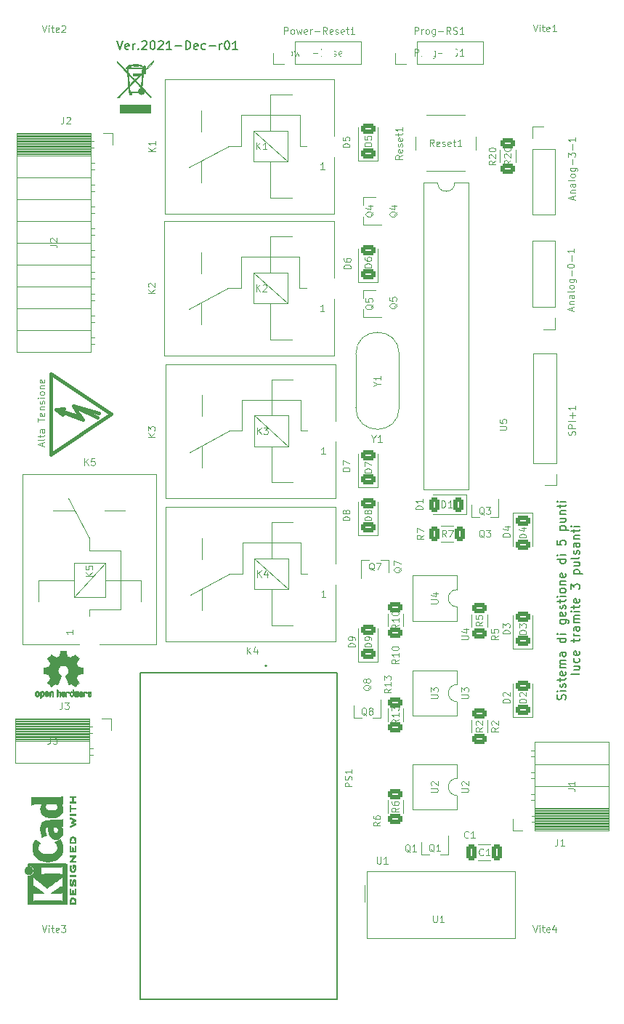
<source format=gto>
%TF.GenerationSoftware,KiCad,Pcbnew,(6.0.0)*%
%TF.CreationDate,2022-01-21T00:33:54+01:00*%
%TF.ProjectId,LuciCameraLettoRoma,4c756369-4361-46d6-9572-614c6574746f,rev?*%
%TF.SameCoordinates,Original*%
%TF.FileFunction,Legend,Top*%
%TF.FilePolarity,Positive*%
%FSLAX46Y46*%
G04 Gerber Fmt 4.6, Leading zero omitted, Abs format (unit mm)*
G04 Created by KiCad (PCBNEW (6.0.0)) date 2022-01-21 00:33:54*
%MOMM*%
%LPD*%
G01*
G04 APERTURE LIST*
G04 Aperture macros list*
%AMRoundRect*
0 Rectangle with rounded corners*
0 $1 Rounding radius*
0 $2 $3 $4 $5 $6 $7 $8 $9 X,Y pos of 4 corners*
0 Add a 4 corners polygon primitive as box body*
4,1,4,$2,$3,$4,$5,$6,$7,$8,$9,$2,$3,0*
0 Add four circle primitives for the rounded corners*
1,1,$1+$1,$2,$3*
1,1,$1+$1,$4,$5*
1,1,$1+$1,$6,$7*
1,1,$1+$1,$8,$9*
0 Add four rect primitives between the rounded corners*
20,1,$1+$1,$2,$3,$4,$5,0*
20,1,$1+$1,$4,$5,$6,$7,0*
20,1,$1+$1,$6,$7,$8,$9,0*
20,1,$1+$1,$8,$9,$2,$3,0*%
G04 Aperture macros list end*
%ADD10C,0.150000*%
%ADD11C,0.120000*%
%ADD12C,0.127000*%
%ADD13C,0.200000*%
%ADD14C,0.010000*%
%ADD15C,0.381000*%
%ADD16RoundRect,0.249999X0.625001X-0.312501X0.625001X0.312501X-0.625001X0.312501X-0.625001X-0.312501X0*%
%ADD17C,2.000000*%
%ADD18R,1.600000X1.600000*%
%ADD19O,1.600000X1.600000*%
%ADD20C,1.500000*%
%ADD21RoundRect,0.250000X0.375000X0.625000X-0.375000X0.625000X-0.375000X-0.625000X0.375000X-0.625000X0*%
%ADD22C,3.000000*%
%ADD23C,2.500000*%
%ADD24R,0.900000X0.800000*%
%ADD25R,0.800000X0.900000*%
%ADD26O,1.500000X3.000000*%
%ADD27R,1.500000X3.000000*%
%ADD28R,1.700000X1.700000*%
%ADD29O,1.700000X1.700000*%
%ADD30RoundRect,0.249999X-0.325001X-0.650001X0.325001X-0.650001X0.325001X0.650001X-0.325001X0.650001X0*%
%ADD31R,1.500000X1.500000*%
%ADD32RoundRect,0.250000X0.625000X-0.375000X0.625000X0.375000X-0.625000X0.375000X-0.625000X-0.375000X0*%
%ADD33RoundRect,0.250000X-0.625000X0.375000X-0.625000X-0.375000X0.625000X-0.375000X0.625000X0.375000X0*%
%ADD34RoundRect,0.249999X-0.625001X0.312501X-0.625001X-0.312501X0.625001X-0.312501X0.625001X0.312501X0*%
%ADD35RoundRect,0.249999X-0.312501X-0.625001X0.312501X-0.625001X0.312501X0.625001X-0.312501X0.625001X0*%
%ADD36C,7.000000*%
%ADD37C,0.800000*%
G04 APERTURE END LIST*
D10*
X154539761Y-131816619D02*
X154587380Y-131673761D01*
X154587380Y-131435666D01*
X154539761Y-131340428D01*
X154492142Y-131292809D01*
X154396904Y-131245190D01*
X154301666Y-131245190D01*
X154206428Y-131292809D01*
X154158809Y-131340428D01*
X154111190Y-131435666D01*
X154063571Y-131626142D01*
X154015952Y-131721380D01*
X153968333Y-131769000D01*
X153873095Y-131816619D01*
X153777857Y-131816619D01*
X153682619Y-131769000D01*
X153635000Y-131721380D01*
X153587380Y-131626142D01*
X153587380Y-131388047D01*
X153635000Y-131245190D01*
X154587380Y-130816619D02*
X153920714Y-130816619D01*
X153587380Y-130816619D02*
X153635000Y-130864238D01*
X153682619Y-130816619D01*
X153635000Y-130769000D01*
X153587380Y-130816619D01*
X153682619Y-130816619D01*
X154539761Y-130388047D02*
X154587380Y-130292809D01*
X154587380Y-130102333D01*
X154539761Y-130007095D01*
X154444523Y-129959476D01*
X154396904Y-129959476D01*
X154301666Y-130007095D01*
X154254047Y-130102333D01*
X154254047Y-130245190D01*
X154206428Y-130340428D01*
X154111190Y-130388047D01*
X154063571Y-130388047D01*
X153968333Y-130340428D01*
X153920714Y-130245190D01*
X153920714Y-130102333D01*
X153968333Y-130007095D01*
X153920714Y-129673761D02*
X153920714Y-129292809D01*
X153587380Y-129530904D02*
X154444523Y-129530904D01*
X154539761Y-129483285D01*
X154587380Y-129388047D01*
X154587380Y-129292809D01*
X154539761Y-128578523D02*
X154587380Y-128673761D01*
X154587380Y-128864238D01*
X154539761Y-128959476D01*
X154444523Y-129007095D01*
X154063571Y-129007095D01*
X153968333Y-128959476D01*
X153920714Y-128864238D01*
X153920714Y-128673761D01*
X153968333Y-128578523D01*
X154063571Y-128530904D01*
X154158809Y-128530904D01*
X154254047Y-129007095D01*
X154587380Y-128102333D02*
X153920714Y-128102333D01*
X154015952Y-128102333D02*
X153968333Y-128054714D01*
X153920714Y-127959476D01*
X153920714Y-127816619D01*
X153968333Y-127721380D01*
X154063571Y-127673761D01*
X154587380Y-127673761D01*
X154063571Y-127673761D02*
X153968333Y-127626142D01*
X153920714Y-127530904D01*
X153920714Y-127388047D01*
X153968333Y-127292809D01*
X154063571Y-127245190D01*
X154587380Y-127245190D01*
X154587380Y-126340428D02*
X154063571Y-126340428D01*
X153968333Y-126388047D01*
X153920714Y-126483285D01*
X153920714Y-126673761D01*
X153968333Y-126769000D01*
X154539761Y-126340428D02*
X154587380Y-126435666D01*
X154587380Y-126673761D01*
X154539761Y-126769000D01*
X154444523Y-126816619D01*
X154349285Y-126816619D01*
X154254047Y-126769000D01*
X154206428Y-126673761D01*
X154206428Y-126435666D01*
X154158809Y-126340428D01*
X154587380Y-124673761D02*
X153587380Y-124673761D01*
X154539761Y-124673761D02*
X154587380Y-124769000D01*
X154587380Y-124959476D01*
X154539761Y-125054714D01*
X154492142Y-125102333D01*
X154396904Y-125149952D01*
X154111190Y-125149952D01*
X154015952Y-125102333D01*
X153968333Y-125054714D01*
X153920714Y-124959476D01*
X153920714Y-124769000D01*
X153968333Y-124673761D01*
X154587380Y-124197571D02*
X153920714Y-124197571D01*
X153587380Y-124197571D02*
X153635000Y-124245190D01*
X153682619Y-124197571D01*
X153635000Y-124149952D01*
X153587380Y-124197571D01*
X153682619Y-124197571D01*
X153920714Y-122530904D02*
X154730238Y-122530904D01*
X154825476Y-122578523D01*
X154873095Y-122626142D01*
X154920714Y-122721380D01*
X154920714Y-122864238D01*
X154873095Y-122959476D01*
X154539761Y-122530904D02*
X154587380Y-122626142D01*
X154587380Y-122816619D01*
X154539761Y-122911857D01*
X154492142Y-122959476D01*
X154396904Y-123007095D01*
X154111190Y-123007095D01*
X154015952Y-122959476D01*
X153968333Y-122911857D01*
X153920714Y-122816619D01*
X153920714Y-122626142D01*
X153968333Y-122530904D01*
X154539761Y-121673761D02*
X154587380Y-121769000D01*
X154587380Y-121959476D01*
X154539761Y-122054714D01*
X154444523Y-122102333D01*
X154063571Y-122102333D01*
X153968333Y-122054714D01*
X153920714Y-121959476D01*
X153920714Y-121769000D01*
X153968333Y-121673761D01*
X154063571Y-121626142D01*
X154158809Y-121626142D01*
X154254047Y-122102333D01*
X154539761Y-121245190D02*
X154587380Y-121149952D01*
X154587380Y-120959476D01*
X154539761Y-120864238D01*
X154444523Y-120816619D01*
X154396904Y-120816619D01*
X154301666Y-120864238D01*
X154254047Y-120959476D01*
X154254047Y-121102333D01*
X154206428Y-121197571D01*
X154111190Y-121245190D01*
X154063571Y-121245190D01*
X153968333Y-121197571D01*
X153920714Y-121102333D01*
X153920714Y-120959476D01*
X153968333Y-120864238D01*
X153920714Y-120530904D02*
X153920714Y-120149952D01*
X153587380Y-120388047D02*
X154444523Y-120388047D01*
X154539761Y-120340428D01*
X154587380Y-120245190D01*
X154587380Y-120149952D01*
X154587380Y-119816619D02*
X153920714Y-119816619D01*
X153587380Y-119816619D02*
X153635000Y-119864238D01*
X153682619Y-119816619D01*
X153635000Y-119769000D01*
X153587380Y-119816619D01*
X153682619Y-119816619D01*
X154587380Y-119197571D02*
X154539761Y-119292809D01*
X154492142Y-119340428D01*
X154396904Y-119388047D01*
X154111190Y-119388047D01*
X154015952Y-119340428D01*
X153968333Y-119292809D01*
X153920714Y-119197571D01*
X153920714Y-119054714D01*
X153968333Y-118959476D01*
X154015952Y-118911857D01*
X154111190Y-118864238D01*
X154396904Y-118864238D01*
X154492142Y-118911857D01*
X154539761Y-118959476D01*
X154587380Y-119054714D01*
X154587380Y-119197571D01*
X153920714Y-118435666D02*
X154587380Y-118435666D01*
X154015952Y-118435666D02*
X153968333Y-118388047D01*
X153920714Y-118292809D01*
X153920714Y-118149952D01*
X153968333Y-118054714D01*
X154063571Y-118007095D01*
X154587380Y-118007095D01*
X154539761Y-117149952D02*
X154587380Y-117245190D01*
X154587380Y-117435666D01*
X154539761Y-117530904D01*
X154444523Y-117578523D01*
X154063571Y-117578523D01*
X153968333Y-117530904D01*
X153920714Y-117435666D01*
X153920714Y-117245190D01*
X153968333Y-117149952D01*
X154063571Y-117102333D01*
X154158809Y-117102333D01*
X154254047Y-117578523D01*
X154587380Y-115483285D02*
X153587380Y-115483285D01*
X154539761Y-115483285D02*
X154587380Y-115578523D01*
X154587380Y-115769000D01*
X154539761Y-115864238D01*
X154492142Y-115911857D01*
X154396904Y-115959476D01*
X154111190Y-115959476D01*
X154015952Y-115911857D01*
X153968333Y-115864238D01*
X153920714Y-115769000D01*
X153920714Y-115578523D01*
X153968333Y-115483285D01*
X154587380Y-115007095D02*
X153920714Y-115007095D01*
X153587380Y-115007095D02*
X153635000Y-115054714D01*
X153682619Y-115007095D01*
X153635000Y-114959476D01*
X153587380Y-115007095D01*
X153682619Y-115007095D01*
X153587380Y-113292809D02*
X153587380Y-113769000D01*
X154063571Y-113816619D01*
X154015952Y-113769000D01*
X153968333Y-113673761D01*
X153968333Y-113435666D01*
X154015952Y-113340428D01*
X154063571Y-113292809D01*
X154158809Y-113245190D01*
X154396904Y-113245190D01*
X154492142Y-113292809D01*
X154539761Y-113340428D01*
X154587380Y-113435666D01*
X154587380Y-113673761D01*
X154539761Y-113769000D01*
X154492142Y-113816619D01*
X153920714Y-112054714D02*
X154920714Y-112054714D01*
X153968333Y-112054714D02*
X153920714Y-111959476D01*
X153920714Y-111769000D01*
X153968333Y-111673761D01*
X154015952Y-111626142D01*
X154111190Y-111578523D01*
X154396904Y-111578523D01*
X154492142Y-111626142D01*
X154539761Y-111673761D01*
X154587380Y-111769000D01*
X154587380Y-111959476D01*
X154539761Y-112054714D01*
X153920714Y-110721380D02*
X154587380Y-110721380D01*
X153920714Y-111149952D02*
X154444523Y-111149952D01*
X154539761Y-111102333D01*
X154587380Y-111007095D01*
X154587380Y-110864238D01*
X154539761Y-110769000D01*
X154492142Y-110721380D01*
X153920714Y-110245190D02*
X154587380Y-110245190D01*
X154015952Y-110245190D02*
X153968333Y-110197571D01*
X153920714Y-110102333D01*
X153920714Y-109959476D01*
X153968333Y-109864238D01*
X154063571Y-109816619D01*
X154587380Y-109816619D01*
X153920714Y-109483285D02*
X153920714Y-109102333D01*
X153587380Y-109340428D02*
X154444523Y-109340428D01*
X154539761Y-109292809D01*
X154587380Y-109197571D01*
X154587380Y-109102333D01*
X154587380Y-108769000D02*
X153920714Y-108769000D01*
X153587380Y-108769000D02*
X153635000Y-108816619D01*
X153682619Y-108769000D01*
X153635000Y-108721380D01*
X153587380Y-108769000D01*
X153682619Y-108769000D01*
X156197380Y-128745190D02*
X156149761Y-128840428D01*
X156054523Y-128888047D01*
X155197380Y-128888047D01*
X155530714Y-127935666D02*
X156197380Y-127935666D01*
X155530714Y-128364238D02*
X156054523Y-128364238D01*
X156149761Y-128316619D01*
X156197380Y-128221380D01*
X156197380Y-128078523D01*
X156149761Y-127983285D01*
X156102142Y-127935666D01*
X156149761Y-127030904D02*
X156197380Y-127126142D01*
X156197380Y-127316619D01*
X156149761Y-127411857D01*
X156102142Y-127459476D01*
X156006904Y-127507095D01*
X155721190Y-127507095D01*
X155625952Y-127459476D01*
X155578333Y-127411857D01*
X155530714Y-127316619D01*
X155530714Y-127126142D01*
X155578333Y-127030904D01*
X156149761Y-126221380D02*
X156197380Y-126316619D01*
X156197380Y-126507095D01*
X156149761Y-126602333D01*
X156054523Y-126649952D01*
X155673571Y-126649952D01*
X155578333Y-126602333D01*
X155530714Y-126507095D01*
X155530714Y-126316619D01*
X155578333Y-126221380D01*
X155673571Y-126173761D01*
X155768809Y-126173761D01*
X155864047Y-126649952D01*
X155530714Y-125126142D02*
X155530714Y-124745190D01*
X155197380Y-124983285D02*
X156054523Y-124983285D01*
X156149761Y-124935666D01*
X156197380Y-124840428D01*
X156197380Y-124745190D01*
X156197380Y-124411857D02*
X155530714Y-124411857D01*
X155721190Y-124411857D02*
X155625952Y-124364238D01*
X155578333Y-124316619D01*
X155530714Y-124221380D01*
X155530714Y-124126142D01*
X156197380Y-123364238D02*
X155673571Y-123364238D01*
X155578333Y-123411857D01*
X155530714Y-123507095D01*
X155530714Y-123697571D01*
X155578333Y-123792809D01*
X156149761Y-123364238D02*
X156197380Y-123459476D01*
X156197380Y-123697571D01*
X156149761Y-123792809D01*
X156054523Y-123840428D01*
X155959285Y-123840428D01*
X155864047Y-123792809D01*
X155816428Y-123697571D01*
X155816428Y-123459476D01*
X155768809Y-123364238D01*
X156197380Y-122888047D02*
X155530714Y-122888047D01*
X155625952Y-122888047D02*
X155578333Y-122840428D01*
X155530714Y-122745190D01*
X155530714Y-122602333D01*
X155578333Y-122507095D01*
X155673571Y-122459476D01*
X156197380Y-122459476D01*
X155673571Y-122459476D02*
X155578333Y-122411857D01*
X155530714Y-122316619D01*
X155530714Y-122173761D01*
X155578333Y-122078523D01*
X155673571Y-122030904D01*
X156197380Y-122030904D01*
X156197380Y-121554714D02*
X155530714Y-121554714D01*
X155197380Y-121554714D02*
X155245000Y-121602333D01*
X155292619Y-121554714D01*
X155245000Y-121507095D01*
X155197380Y-121554714D01*
X155292619Y-121554714D01*
X155530714Y-121221380D02*
X155530714Y-120840428D01*
X155197380Y-121078523D02*
X156054523Y-121078523D01*
X156149761Y-121030904D01*
X156197380Y-120935666D01*
X156197380Y-120840428D01*
X156149761Y-120126142D02*
X156197380Y-120221380D01*
X156197380Y-120411857D01*
X156149761Y-120507095D01*
X156054523Y-120554714D01*
X155673571Y-120554714D01*
X155578333Y-120507095D01*
X155530714Y-120411857D01*
X155530714Y-120221380D01*
X155578333Y-120126142D01*
X155673571Y-120078523D01*
X155768809Y-120078523D01*
X155864047Y-120554714D01*
X155197380Y-118983285D02*
X155197380Y-118364238D01*
X155578333Y-118697571D01*
X155578333Y-118554714D01*
X155625952Y-118459476D01*
X155673571Y-118411857D01*
X155768809Y-118364238D01*
X156006904Y-118364238D01*
X156102142Y-118411857D01*
X156149761Y-118459476D01*
X156197380Y-118554714D01*
X156197380Y-118840428D01*
X156149761Y-118935666D01*
X156102142Y-118983285D01*
X155530714Y-117173761D02*
X156530714Y-117173761D01*
X155578333Y-117173761D02*
X155530714Y-117078523D01*
X155530714Y-116888047D01*
X155578333Y-116792809D01*
X155625952Y-116745190D01*
X155721190Y-116697571D01*
X156006904Y-116697571D01*
X156102142Y-116745190D01*
X156149761Y-116792809D01*
X156197380Y-116888047D01*
X156197380Y-117078523D01*
X156149761Y-117173761D01*
X155530714Y-115840428D02*
X156197380Y-115840428D01*
X155530714Y-116269000D02*
X156054523Y-116269000D01*
X156149761Y-116221380D01*
X156197380Y-116126142D01*
X156197380Y-115983285D01*
X156149761Y-115888047D01*
X156102142Y-115840428D01*
X156197380Y-115221380D02*
X156149761Y-115316619D01*
X156054523Y-115364238D01*
X155197380Y-115364238D01*
X156149761Y-114888047D02*
X156197380Y-114792809D01*
X156197380Y-114602333D01*
X156149761Y-114507095D01*
X156054523Y-114459476D01*
X156006904Y-114459476D01*
X155911666Y-114507095D01*
X155864047Y-114602333D01*
X155864047Y-114745190D01*
X155816428Y-114840428D01*
X155721190Y-114888047D01*
X155673571Y-114888047D01*
X155578333Y-114840428D01*
X155530714Y-114745190D01*
X155530714Y-114602333D01*
X155578333Y-114507095D01*
X156197380Y-113602333D02*
X155673571Y-113602333D01*
X155578333Y-113649952D01*
X155530714Y-113745190D01*
X155530714Y-113935666D01*
X155578333Y-114030904D01*
X156149761Y-113602333D02*
X156197380Y-113697571D01*
X156197380Y-113935666D01*
X156149761Y-114030904D01*
X156054523Y-114078523D01*
X155959285Y-114078523D01*
X155864047Y-114030904D01*
X155816428Y-113935666D01*
X155816428Y-113697571D01*
X155768809Y-113602333D01*
X155530714Y-113126142D02*
X156197380Y-113126142D01*
X155625952Y-113126142D02*
X155578333Y-113078523D01*
X155530714Y-112983285D01*
X155530714Y-112840428D01*
X155578333Y-112745190D01*
X155673571Y-112697571D01*
X156197380Y-112697571D01*
X155530714Y-112364238D02*
X155530714Y-111983285D01*
X155197380Y-112221380D02*
X156054523Y-112221380D01*
X156149761Y-112173761D01*
X156197380Y-112078523D01*
X156197380Y-111983285D01*
X156197380Y-111649952D02*
X155530714Y-111649952D01*
X155197380Y-111649952D02*
X155245000Y-111697571D01*
X155292619Y-111649952D01*
X155245000Y-111602333D01*
X155197380Y-111649952D01*
X155292619Y-111649952D01*
X102300971Y-55129180D02*
X102634304Y-56129180D01*
X102967638Y-55129180D01*
X103681923Y-56081561D02*
X103586685Y-56129180D01*
X103396209Y-56129180D01*
X103300971Y-56081561D01*
X103253352Y-55986323D01*
X103253352Y-55605371D01*
X103300971Y-55510133D01*
X103396209Y-55462514D01*
X103586685Y-55462514D01*
X103681923Y-55510133D01*
X103729542Y-55605371D01*
X103729542Y-55700609D01*
X103253352Y-55795847D01*
X104158114Y-56129180D02*
X104158114Y-55462514D01*
X104158114Y-55652990D02*
X104205733Y-55557752D01*
X104253352Y-55510133D01*
X104348590Y-55462514D01*
X104443828Y-55462514D01*
X104777161Y-56033942D02*
X104824780Y-56081561D01*
X104777161Y-56129180D01*
X104729542Y-56081561D01*
X104777161Y-56033942D01*
X104777161Y-56129180D01*
X105205733Y-55224419D02*
X105253352Y-55176800D01*
X105348590Y-55129180D01*
X105586685Y-55129180D01*
X105681923Y-55176800D01*
X105729542Y-55224419D01*
X105777161Y-55319657D01*
X105777161Y-55414895D01*
X105729542Y-55557752D01*
X105158114Y-56129180D01*
X105777161Y-56129180D01*
X106396209Y-55129180D02*
X106491447Y-55129180D01*
X106586685Y-55176800D01*
X106634304Y-55224419D01*
X106681923Y-55319657D01*
X106729542Y-55510133D01*
X106729542Y-55748228D01*
X106681923Y-55938704D01*
X106634304Y-56033942D01*
X106586685Y-56081561D01*
X106491447Y-56129180D01*
X106396209Y-56129180D01*
X106300971Y-56081561D01*
X106253352Y-56033942D01*
X106205733Y-55938704D01*
X106158114Y-55748228D01*
X106158114Y-55510133D01*
X106205733Y-55319657D01*
X106253352Y-55224419D01*
X106300971Y-55176800D01*
X106396209Y-55129180D01*
X107110495Y-55224419D02*
X107158114Y-55176800D01*
X107253352Y-55129180D01*
X107491447Y-55129180D01*
X107586685Y-55176800D01*
X107634304Y-55224419D01*
X107681923Y-55319657D01*
X107681923Y-55414895D01*
X107634304Y-55557752D01*
X107062876Y-56129180D01*
X107681923Y-56129180D01*
X108634304Y-56129180D02*
X108062876Y-56129180D01*
X108348590Y-56129180D02*
X108348590Y-55129180D01*
X108253352Y-55272038D01*
X108158114Y-55367276D01*
X108062876Y-55414895D01*
X109062876Y-55748228D02*
X109824780Y-55748228D01*
X110300971Y-56129180D02*
X110300971Y-55129180D01*
X110539066Y-55129180D01*
X110681923Y-55176800D01*
X110777161Y-55272038D01*
X110824780Y-55367276D01*
X110872400Y-55557752D01*
X110872400Y-55700609D01*
X110824780Y-55891085D01*
X110777161Y-55986323D01*
X110681923Y-56081561D01*
X110539066Y-56129180D01*
X110300971Y-56129180D01*
X111681923Y-56081561D02*
X111586685Y-56129180D01*
X111396209Y-56129180D01*
X111300971Y-56081561D01*
X111253352Y-55986323D01*
X111253352Y-55605371D01*
X111300971Y-55510133D01*
X111396209Y-55462514D01*
X111586685Y-55462514D01*
X111681923Y-55510133D01*
X111729542Y-55605371D01*
X111729542Y-55700609D01*
X111253352Y-55795847D01*
X112586685Y-56081561D02*
X112491447Y-56129180D01*
X112300971Y-56129180D01*
X112205733Y-56081561D01*
X112158114Y-56033942D01*
X112110495Y-55938704D01*
X112110495Y-55652990D01*
X112158114Y-55557752D01*
X112205733Y-55510133D01*
X112300971Y-55462514D01*
X112491447Y-55462514D01*
X112586685Y-55510133D01*
X113015257Y-55748228D02*
X113777161Y-55748228D01*
X114253352Y-56129180D02*
X114253352Y-55462514D01*
X114253352Y-55652990D02*
X114300971Y-55557752D01*
X114348590Y-55510133D01*
X114443828Y-55462514D01*
X114539066Y-55462514D01*
X115062876Y-55129180D02*
X115158114Y-55129180D01*
X115253352Y-55176800D01*
X115300971Y-55224419D01*
X115348590Y-55319657D01*
X115396209Y-55510133D01*
X115396209Y-55748228D01*
X115348590Y-55938704D01*
X115300971Y-56033942D01*
X115253352Y-56081561D01*
X115158114Y-56129180D01*
X115062876Y-56129180D01*
X114967638Y-56081561D01*
X114920019Y-56033942D01*
X114872400Y-55938704D01*
X114824780Y-55748228D01*
X114824780Y-55510133D01*
X114872400Y-55319657D01*
X114920019Y-55224419D01*
X114967638Y-55176800D01*
X115062876Y-55129180D01*
X116348590Y-56129180D02*
X115777161Y-56129180D01*
X116062876Y-56129180D02*
X116062876Y-55129180D01*
X115967638Y-55272038D01*
X115872400Y-55367276D01*
X115777161Y-55414895D01*
D11*
X146411904Y-69094285D02*
X146030952Y-69360952D01*
X146411904Y-69551428D02*
X145611904Y-69551428D01*
X145611904Y-69246666D01*
X145650000Y-69170476D01*
X145688095Y-69132380D01*
X145764285Y-69094285D01*
X145878571Y-69094285D01*
X145954761Y-69132380D01*
X145992857Y-69170476D01*
X146030952Y-69246666D01*
X146030952Y-69551428D01*
X145688095Y-68789523D02*
X145650000Y-68751428D01*
X145611904Y-68675238D01*
X145611904Y-68484761D01*
X145650000Y-68408571D01*
X145688095Y-68370476D01*
X145764285Y-68332380D01*
X145840476Y-68332380D01*
X145954761Y-68370476D01*
X146411904Y-68827619D01*
X146411904Y-68332380D01*
X145611904Y-67837142D02*
X145611904Y-67760952D01*
X145650000Y-67684761D01*
X145688095Y-67646666D01*
X145764285Y-67608571D01*
X145916666Y-67570476D01*
X146107142Y-67570476D01*
X146259523Y-67608571D01*
X146335714Y-67646666D01*
X146373809Y-67684761D01*
X146411904Y-67760952D01*
X146411904Y-67837142D01*
X146373809Y-67913333D01*
X146335714Y-67951428D01*
X146259523Y-67989523D01*
X146107142Y-68027619D01*
X145916666Y-68027619D01*
X145764285Y-67989523D01*
X145688095Y-67951428D01*
X145650000Y-67913333D01*
X145611904Y-67837142D01*
X148189904Y-69032785D02*
X147808952Y-69299452D01*
X148189904Y-69489928D02*
X147389904Y-69489928D01*
X147389904Y-69185166D01*
X147428000Y-69108976D01*
X147466095Y-69070880D01*
X147542285Y-69032785D01*
X147656571Y-69032785D01*
X147732761Y-69070880D01*
X147770857Y-69108976D01*
X147808952Y-69185166D01*
X147808952Y-69489928D01*
X147466095Y-68728023D02*
X147428000Y-68689928D01*
X147389904Y-68613738D01*
X147389904Y-68423261D01*
X147428000Y-68347071D01*
X147466095Y-68308976D01*
X147542285Y-68270880D01*
X147618476Y-68270880D01*
X147732761Y-68308976D01*
X148189904Y-68766119D01*
X148189904Y-68270880D01*
X147389904Y-67775642D02*
X147389904Y-67699452D01*
X147428000Y-67623261D01*
X147466095Y-67585166D01*
X147542285Y-67547071D01*
X147694666Y-67508976D01*
X147885142Y-67508976D01*
X148037523Y-67547071D01*
X148113714Y-67585166D01*
X148151809Y-67623261D01*
X148189904Y-67699452D01*
X148189904Y-67775642D01*
X148151809Y-67851833D01*
X148113714Y-67889928D01*
X148037523Y-67928023D01*
X147885142Y-67966119D01*
X147694666Y-67966119D01*
X147542285Y-67928023D01*
X147466095Y-67889928D01*
X147428000Y-67851833D01*
X147389904Y-67775642D01*
X135553904Y-68427428D02*
X135172952Y-68694095D01*
X135553904Y-68884571D02*
X134753904Y-68884571D01*
X134753904Y-68579809D01*
X134792000Y-68503619D01*
X134830095Y-68465523D01*
X134906285Y-68427428D01*
X135020571Y-68427428D01*
X135096761Y-68465523D01*
X135134857Y-68503619D01*
X135172952Y-68579809D01*
X135172952Y-68884571D01*
X135515809Y-67779809D02*
X135553904Y-67856000D01*
X135553904Y-68008380D01*
X135515809Y-68084571D01*
X135439619Y-68122666D01*
X135134857Y-68122666D01*
X135058666Y-68084571D01*
X135020571Y-68008380D01*
X135020571Y-67856000D01*
X135058666Y-67779809D01*
X135134857Y-67741714D01*
X135211047Y-67741714D01*
X135287238Y-68122666D01*
X135515809Y-67436952D02*
X135553904Y-67360761D01*
X135553904Y-67208380D01*
X135515809Y-67132190D01*
X135439619Y-67094095D01*
X135401523Y-67094095D01*
X135325333Y-67132190D01*
X135287238Y-67208380D01*
X135287238Y-67322666D01*
X135249142Y-67398857D01*
X135172952Y-67436952D01*
X135134857Y-67436952D01*
X135058666Y-67398857D01*
X135020571Y-67322666D01*
X135020571Y-67208380D01*
X135058666Y-67132190D01*
X135515809Y-66446476D02*
X135553904Y-66522666D01*
X135553904Y-66675047D01*
X135515809Y-66751238D01*
X135439619Y-66789333D01*
X135134857Y-66789333D01*
X135058666Y-66751238D01*
X135020571Y-66675047D01*
X135020571Y-66522666D01*
X135058666Y-66446476D01*
X135134857Y-66408380D01*
X135211047Y-66408380D01*
X135287238Y-66789333D01*
X135020571Y-66179809D02*
X135020571Y-65875047D01*
X134753904Y-66065523D02*
X135439619Y-66065523D01*
X135515809Y-66027428D01*
X135553904Y-65951238D01*
X135553904Y-65875047D01*
X135553904Y-65189333D02*
X135553904Y-65646476D01*
X135553904Y-65417904D02*
X134753904Y-65417904D01*
X134868190Y-65494095D01*
X134944380Y-65570285D01*
X134982476Y-65646476D01*
X139206571Y-67390404D02*
X138939904Y-67009452D01*
X138749428Y-67390404D02*
X138749428Y-66590404D01*
X139054190Y-66590404D01*
X139130380Y-66628500D01*
X139168476Y-66666595D01*
X139206571Y-66742785D01*
X139206571Y-66857071D01*
X139168476Y-66933261D01*
X139130380Y-66971357D01*
X139054190Y-67009452D01*
X138749428Y-67009452D01*
X139854190Y-67352309D02*
X139778000Y-67390404D01*
X139625619Y-67390404D01*
X139549428Y-67352309D01*
X139511333Y-67276119D01*
X139511333Y-66971357D01*
X139549428Y-66895166D01*
X139625619Y-66857071D01*
X139778000Y-66857071D01*
X139854190Y-66895166D01*
X139892285Y-66971357D01*
X139892285Y-67047547D01*
X139511333Y-67123738D01*
X140197047Y-67352309D02*
X140273238Y-67390404D01*
X140425619Y-67390404D01*
X140501809Y-67352309D01*
X140539904Y-67276119D01*
X140539904Y-67238023D01*
X140501809Y-67161833D01*
X140425619Y-67123738D01*
X140311333Y-67123738D01*
X140235142Y-67085642D01*
X140197047Y-67009452D01*
X140197047Y-66971357D01*
X140235142Y-66895166D01*
X140311333Y-66857071D01*
X140425619Y-66857071D01*
X140501809Y-66895166D01*
X141187523Y-67352309D02*
X141111333Y-67390404D01*
X140958952Y-67390404D01*
X140882761Y-67352309D01*
X140844666Y-67276119D01*
X140844666Y-66971357D01*
X140882761Y-66895166D01*
X140958952Y-66857071D01*
X141111333Y-66857071D01*
X141187523Y-66895166D01*
X141225619Y-66971357D01*
X141225619Y-67047547D01*
X140844666Y-67123738D01*
X141454190Y-66857071D02*
X141758952Y-66857071D01*
X141568476Y-66590404D02*
X141568476Y-67276119D01*
X141606571Y-67352309D01*
X141682761Y-67390404D01*
X141758952Y-67390404D01*
X142444666Y-67390404D02*
X141987523Y-67390404D01*
X142216095Y-67390404D02*
X142216095Y-66590404D01*
X142139904Y-66704690D01*
X142063714Y-66780880D01*
X141987523Y-66818976D01*
X146881904Y-100431523D02*
X147529523Y-100431523D01*
X147605714Y-100393428D01*
X147643809Y-100355333D01*
X147681904Y-100279142D01*
X147681904Y-100126761D01*
X147643809Y-100050571D01*
X147605714Y-100012476D01*
X147529523Y-99974380D01*
X146881904Y-99974380D01*
X146881904Y-99212476D02*
X146881904Y-99593428D01*
X147262857Y-99631523D01*
X147224761Y-99593428D01*
X147186666Y-99517238D01*
X147186666Y-99326761D01*
X147224761Y-99250571D01*
X147262857Y-99212476D01*
X147339047Y-99174380D01*
X147529523Y-99174380D01*
X147605714Y-99212476D01*
X147643809Y-99250571D01*
X147681904Y-99326761D01*
X147681904Y-99517238D01*
X147643809Y-99593428D01*
X147605714Y-99631523D01*
X132207047Y-101453952D02*
X132207047Y-101834904D01*
X131940380Y-101034904D02*
X132207047Y-101453952D01*
X132473714Y-101034904D01*
X133159428Y-101834904D02*
X132702285Y-101834904D01*
X132930857Y-101834904D02*
X132930857Y-101034904D01*
X132854666Y-101149190D01*
X132778476Y-101225380D01*
X132702285Y-101263476D01*
X132632952Y-95086452D02*
X133013904Y-95086452D01*
X132213904Y-95353119D02*
X132632952Y-95086452D01*
X132213904Y-94819785D01*
X133013904Y-94134071D02*
X133013904Y-94591214D01*
X133013904Y-94362642D02*
X132213904Y-94362642D01*
X132328190Y-94438833D01*
X132404380Y-94515023D01*
X132442476Y-94591214D01*
X137902904Y-109683476D02*
X137102904Y-109683476D01*
X137102904Y-109493000D01*
X137141000Y-109378714D01*
X137217190Y-109302523D01*
X137293380Y-109264428D01*
X137445761Y-109226333D01*
X137560047Y-109226333D01*
X137712428Y-109264428D01*
X137788619Y-109302523D01*
X137864809Y-109378714D01*
X137902904Y-109493000D01*
X137902904Y-109683476D01*
X137902904Y-108464428D02*
X137902904Y-108921571D01*
X137902904Y-108693000D02*
X137102904Y-108693000D01*
X137217190Y-108769190D01*
X137293380Y-108845380D01*
X137331476Y-108921571D01*
X140128523Y-109454904D02*
X140128523Y-108654904D01*
X140319000Y-108654904D01*
X140433285Y-108693000D01*
X140509476Y-108769190D01*
X140547571Y-108845380D01*
X140585666Y-108997761D01*
X140585666Y-109112047D01*
X140547571Y-109264428D01*
X140509476Y-109340619D01*
X140433285Y-109416809D01*
X140319000Y-109454904D01*
X140128523Y-109454904D01*
X141347571Y-109454904D02*
X140890428Y-109454904D01*
X141119000Y-109454904D02*
X141119000Y-108654904D01*
X141042809Y-108769190D01*
X140966619Y-108845380D01*
X140890428Y-108883476D01*
X106762504Y-68027476D02*
X105962504Y-68027476D01*
X106762504Y-67570333D02*
X106305361Y-67913190D01*
X105962504Y-67570333D02*
X106419647Y-68027476D01*
X106762504Y-66808428D02*
X106762504Y-67265571D01*
X106762504Y-67037000D02*
X105962504Y-67037000D01*
X106076790Y-67113190D01*
X106152980Y-67189380D01*
X106191076Y-67265571D01*
X118547523Y-67766904D02*
X118547523Y-66966904D01*
X119004666Y-67766904D02*
X118661809Y-67309761D01*
X119004666Y-66966904D02*
X118547523Y-67424047D01*
X119766571Y-67766904D02*
X119309428Y-67766904D01*
X119538000Y-67766904D02*
X119538000Y-66966904D01*
X119461809Y-67081190D01*
X119385619Y-67157380D01*
X119309428Y-67195476D01*
X126466571Y-70091904D02*
X126009428Y-70091904D01*
X126238000Y-70091904D02*
X126238000Y-69291904D01*
X126161809Y-69406190D01*
X126085619Y-69482380D01*
X126009428Y-69520476D01*
X106711704Y-84537476D02*
X105911704Y-84537476D01*
X106711704Y-84080333D02*
X106254561Y-84423190D01*
X105911704Y-84080333D02*
X106368847Y-84537476D01*
X105987895Y-83775571D02*
X105949800Y-83737476D01*
X105911704Y-83661285D01*
X105911704Y-83470809D01*
X105949800Y-83394619D01*
X105987895Y-83356523D01*
X106064085Y-83318428D01*
X106140276Y-83318428D01*
X106254561Y-83356523D01*
X106711704Y-83813666D01*
X106711704Y-83318428D01*
X118538523Y-84283904D02*
X118538523Y-83483904D01*
X118995666Y-84283904D02*
X118652809Y-83826761D01*
X118995666Y-83483904D02*
X118538523Y-83941047D01*
X119300428Y-83560095D02*
X119338523Y-83522000D01*
X119414714Y-83483904D01*
X119605190Y-83483904D01*
X119681380Y-83522000D01*
X119719476Y-83560095D01*
X119757571Y-83636285D01*
X119757571Y-83712476D01*
X119719476Y-83826761D01*
X119262333Y-84283904D01*
X119757571Y-84283904D01*
X126457571Y-86608904D02*
X126000428Y-86608904D01*
X126229000Y-86608904D02*
X126229000Y-85808904D01*
X126152809Y-85923190D01*
X126076619Y-85999380D01*
X126000428Y-86037476D01*
X106711704Y-101250676D02*
X105911704Y-101250676D01*
X106711704Y-100793533D02*
X106254561Y-101136390D01*
X105911704Y-100793533D02*
X106368847Y-101250676D01*
X105911704Y-100526866D02*
X105911704Y-100031628D01*
X106216466Y-100298295D01*
X106216466Y-100184009D01*
X106254561Y-100107819D01*
X106292657Y-100069723D01*
X106368847Y-100031628D01*
X106559323Y-100031628D01*
X106635514Y-100069723D01*
X106673609Y-100107819D01*
X106711704Y-100184009D01*
X106711704Y-100412580D01*
X106673609Y-100488771D01*
X106635514Y-100526866D01*
X126568571Y-103245904D02*
X126111428Y-103245904D01*
X126340000Y-103245904D02*
X126340000Y-102445904D01*
X126263809Y-102560190D01*
X126187619Y-102636380D01*
X126111428Y-102674476D01*
X118649523Y-100920904D02*
X118649523Y-100120904D01*
X119106666Y-100920904D02*
X118763809Y-100463761D01*
X119106666Y-100120904D02*
X118649523Y-100578047D01*
X119373333Y-100120904D02*
X119868571Y-100120904D01*
X119601904Y-100425666D01*
X119716190Y-100425666D01*
X119792380Y-100463761D01*
X119830476Y-100501857D01*
X119868571Y-100578047D01*
X119868571Y-100768523D01*
X119830476Y-100844714D01*
X119792380Y-100882809D01*
X119716190Y-100920904D01*
X119487619Y-100920904D01*
X119411428Y-100882809D01*
X119373333Y-100844714D01*
X117443323Y-126498304D02*
X117443323Y-125698304D01*
X117900466Y-126498304D02*
X117557609Y-126041161D01*
X117900466Y-125698304D02*
X117443323Y-126155447D01*
X118586180Y-125964971D02*
X118586180Y-126498304D01*
X118395704Y-125660209D02*
X118205228Y-126231638D01*
X118700466Y-126231638D01*
X126584571Y-119882904D02*
X126127428Y-119882904D01*
X126356000Y-119882904D02*
X126356000Y-119082904D01*
X126279809Y-119197190D01*
X126203619Y-119273380D01*
X126127428Y-119311476D01*
X118665523Y-117557904D02*
X118665523Y-116757904D01*
X119122666Y-117557904D02*
X118779809Y-117100761D01*
X119122666Y-116757904D02*
X118665523Y-117215047D01*
X119808380Y-117024571D02*
X119808380Y-117557904D01*
X119617904Y-116719809D02*
X119427428Y-117291238D01*
X119922666Y-117291238D01*
X98494923Y-104527304D02*
X98494923Y-103727304D01*
X98952066Y-104527304D02*
X98609209Y-104070161D01*
X98952066Y-103727304D02*
X98494923Y-104184447D01*
X99675876Y-103727304D02*
X99294923Y-103727304D01*
X99256828Y-104108257D01*
X99294923Y-104070161D01*
X99371114Y-104032066D01*
X99561590Y-104032066D01*
X99637780Y-104070161D01*
X99675876Y-104108257D01*
X99713971Y-104184447D01*
X99713971Y-104374923D01*
X99675876Y-104451114D01*
X99637780Y-104489209D01*
X99561590Y-104527304D01*
X99371114Y-104527304D01*
X99294923Y-104489209D01*
X99256828Y-104451114D01*
X97121904Y-123723428D02*
X97121904Y-124180571D01*
X97121904Y-123952000D02*
X96321904Y-123952000D01*
X96436190Y-124028190D01*
X96512380Y-124104380D01*
X96550476Y-124180571D01*
X99446904Y-117442476D02*
X98646904Y-117442476D01*
X99446904Y-116985333D02*
X98989761Y-117328190D01*
X98646904Y-116985333D02*
X99104047Y-117442476D01*
X98646904Y-116261523D02*
X98646904Y-116642476D01*
X99027857Y-116680571D01*
X98989761Y-116642476D01*
X98951666Y-116566285D01*
X98951666Y-116375809D01*
X98989761Y-116299619D01*
X99027857Y-116261523D01*
X99104047Y-116223428D01*
X99294523Y-116223428D01*
X99370714Y-116261523D01*
X99408809Y-116299619D01*
X99446904Y-116375809D01*
X99446904Y-116566285D01*
X99408809Y-116642476D01*
X99370714Y-116680571D01*
X134931095Y-75006190D02*
X134893000Y-75082380D01*
X134816809Y-75158571D01*
X134702523Y-75272857D01*
X134664428Y-75349047D01*
X134664428Y-75425238D01*
X134854904Y-75387142D02*
X134816809Y-75463333D01*
X134740619Y-75539523D01*
X134588238Y-75577619D01*
X134321571Y-75577619D01*
X134169190Y-75539523D01*
X134093000Y-75463333D01*
X134054904Y-75387142D01*
X134054904Y-75234761D01*
X134093000Y-75158571D01*
X134169190Y-75082380D01*
X134321571Y-75044285D01*
X134588238Y-75044285D01*
X134740619Y-75082380D01*
X134816809Y-75158571D01*
X134854904Y-75234761D01*
X134854904Y-75387142D01*
X134321571Y-74358571D02*
X134854904Y-74358571D01*
X134016809Y-74549047D02*
X134588238Y-74739523D01*
X134588238Y-74244285D01*
X132153095Y-75006190D02*
X132115000Y-75082380D01*
X132038809Y-75158571D01*
X131924523Y-75272857D01*
X131886428Y-75349047D01*
X131886428Y-75425238D01*
X132076904Y-75387142D02*
X132038809Y-75463333D01*
X131962619Y-75539523D01*
X131810238Y-75577619D01*
X131543571Y-75577619D01*
X131391190Y-75539523D01*
X131315000Y-75463333D01*
X131276904Y-75387142D01*
X131276904Y-75234761D01*
X131315000Y-75158571D01*
X131391190Y-75082380D01*
X131543571Y-75044285D01*
X131810238Y-75044285D01*
X131962619Y-75082380D01*
X132038809Y-75158571D01*
X132076904Y-75234761D01*
X132076904Y-75387142D01*
X131543571Y-74358571D02*
X132076904Y-74358571D01*
X131238809Y-74549047D02*
X131810238Y-74739523D01*
X131810238Y-74244285D01*
X134931095Y-85674190D02*
X134893000Y-85750380D01*
X134816809Y-85826571D01*
X134702523Y-85940857D01*
X134664428Y-86017047D01*
X134664428Y-86093238D01*
X134854904Y-86055142D02*
X134816809Y-86131333D01*
X134740619Y-86207523D01*
X134588238Y-86245619D01*
X134321571Y-86245619D01*
X134169190Y-86207523D01*
X134093000Y-86131333D01*
X134054904Y-86055142D01*
X134054904Y-85902761D01*
X134093000Y-85826571D01*
X134169190Y-85750380D01*
X134321571Y-85712285D01*
X134588238Y-85712285D01*
X134740619Y-85750380D01*
X134816809Y-85826571D01*
X134854904Y-85902761D01*
X134854904Y-86055142D01*
X134054904Y-84988476D02*
X134054904Y-85369428D01*
X134435857Y-85407523D01*
X134397761Y-85369428D01*
X134359666Y-85293238D01*
X134359666Y-85102761D01*
X134397761Y-85026571D01*
X134435857Y-84988476D01*
X134512047Y-84950380D01*
X134702523Y-84950380D01*
X134778714Y-84988476D01*
X134816809Y-85026571D01*
X134854904Y-85102761D01*
X134854904Y-85293238D01*
X134816809Y-85369428D01*
X134778714Y-85407523D01*
X132153095Y-85801190D02*
X132115000Y-85877380D01*
X132038809Y-85953571D01*
X131924523Y-86067857D01*
X131886428Y-86144047D01*
X131886428Y-86220238D01*
X132076904Y-86182142D02*
X132038809Y-86258333D01*
X131962619Y-86334523D01*
X131810238Y-86372619D01*
X131543571Y-86372619D01*
X131391190Y-86334523D01*
X131315000Y-86258333D01*
X131276904Y-86182142D01*
X131276904Y-86029761D01*
X131315000Y-85953571D01*
X131391190Y-85877380D01*
X131543571Y-85839285D01*
X131810238Y-85839285D01*
X131962619Y-85877380D01*
X132038809Y-85953571D01*
X132076904Y-86029761D01*
X132076904Y-86182142D01*
X131276904Y-85115476D02*
X131276904Y-85496428D01*
X131657857Y-85534523D01*
X131619761Y-85496428D01*
X131581666Y-85420238D01*
X131581666Y-85229761D01*
X131619761Y-85153571D01*
X131657857Y-85115476D01*
X131734047Y-85077380D01*
X131924523Y-85077380D01*
X132000714Y-85115476D01*
X132038809Y-85153571D01*
X132076904Y-85229761D01*
X132076904Y-85420238D01*
X132038809Y-85496428D01*
X132000714Y-85534523D01*
X135439095Y-116408190D02*
X135401000Y-116484380D01*
X135324809Y-116560571D01*
X135210523Y-116674857D01*
X135172428Y-116751047D01*
X135172428Y-116827238D01*
X135362904Y-116789142D02*
X135324809Y-116865333D01*
X135248619Y-116941523D01*
X135096238Y-116979619D01*
X134829571Y-116979619D01*
X134677190Y-116941523D01*
X134601000Y-116865333D01*
X134562904Y-116789142D01*
X134562904Y-116636761D01*
X134601000Y-116560571D01*
X134677190Y-116484380D01*
X134829571Y-116446285D01*
X135096238Y-116446285D01*
X135248619Y-116484380D01*
X135324809Y-116560571D01*
X135362904Y-116636761D01*
X135362904Y-116789142D01*
X134562904Y-116179619D02*
X134562904Y-115646285D01*
X135362904Y-115989142D01*
X132257809Y-116754095D02*
X132181619Y-116716000D01*
X132105428Y-116639809D01*
X131991142Y-116525523D01*
X131914952Y-116487428D01*
X131838761Y-116487428D01*
X131876857Y-116677904D02*
X131800666Y-116639809D01*
X131724476Y-116563619D01*
X131686380Y-116411238D01*
X131686380Y-116144571D01*
X131724476Y-115992190D01*
X131800666Y-115916000D01*
X131876857Y-115877904D01*
X132029238Y-115877904D01*
X132105428Y-115916000D01*
X132181619Y-115992190D01*
X132219714Y-116144571D01*
X132219714Y-116411238D01*
X132181619Y-116563619D01*
X132105428Y-116639809D01*
X132029238Y-116677904D01*
X131876857Y-116677904D01*
X132486380Y-115877904D02*
X133019714Y-115877904D01*
X132676857Y-116677904D01*
X131883095Y-130124190D02*
X131845000Y-130200380D01*
X131768809Y-130276571D01*
X131654523Y-130390857D01*
X131616428Y-130467047D01*
X131616428Y-130543238D01*
X131806904Y-130505142D02*
X131768809Y-130581333D01*
X131692619Y-130657523D01*
X131540238Y-130695619D01*
X131273571Y-130695619D01*
X131121190Y-130657523D01*
X131045000Y-130581333D01*
X131006904Y-130505142D01*
X131006904Y-130352761D01*
X131045000Y-130276571D01*
X131121190Y-130200380D01*
X131273571Y-130162285D01*
X131540238Y-130162285D01*
X131692619Y-130200380D01*
X131768809Y-130276571D01*
X131806904Y-130352761D01*
X131806904Y-130505142D01*
X131349761Y-129705142D02*
X131311666Y-129781333D01*
X131273571Y-129819428D01*
X131197380Y-129857523D01*
X131159285Y-129857523D01*
X131083095Y-129819428D01*
X131045000Y-129781333D01*
X131006904Y-129705142D01*
X131006904Y-129552761D01*
X131045000Y-129476571D01*
X131083095Y-129438476D01*
X131159285Y-129400380D01*
X131197380Y-129400380D01*
X131273571Y-129438476D01*
X131311666Y-129476571D01*
X131349761Y-129552761D01*
X131349761Y-129705142D01*
X131387857Y-129781333D01*
X131425952Y-129819428D01*
X131502142Y-129857523D01*
X131654523Y-129857523D01*
X131730714Y-129819428D01*
X131768809Y-129781333D01*
X131806904Y-129705142D01*
X131806904Y-129552761D01*
X131768809Y-129476571D01*
X131730714Y-129438476D01*
X131654523Y-129400380D01*
X131502142Y-129400380D01*
X131425952Y-129438476D01*
X131387857Y-129476571D01*
X131349761Y-129552761D01*
X131368809Y-133661095D02*
X131292619Y-133623000D01*
X131216428Y-133546809D01*
X131102142Y-133432523D01*
X131025952Y-133394428D01*
X130949761Y-133394428D01*
X130987857Y-133584904D02*
X130911666Y-133546809D01*
X130835476Y-133470619D01*
X130797380Y-133318238D01*
X130797380Y-133051571D01*
X130835476Y-132899190D01*
X130911666Y-132823000D01*
X130987857Y-132784904D01*
X131140238Y-132784904D01*
X131216428Y-132823000D01*
X131292619Y-132899190D01*
X131330714Y-133051571D01*
X131330714Y-133318238D01*
X131292619Y-133470619D01*
X131216428Y-133546809D01*
X131140238Y-133584904D01*
X130987857Y-133584904D01*
X131787857Y-133127761D02*
X131711666Y-133089666D01*
X131673571Y-133051571D01*
X131635476Y-132975380D01*
X131635476Y-132937285D01*
X131673571Y-132861095D01*
X131711666Y-132823000D01*
X131787857Y-132784904D01*
X131940238Y-132784904D01*
X132016428Y-132823000D01*
X132054523Y-132861095D01*
X132092619Y-132937285D01*
X132092619Y-132975380D01*
X132054523Y-133051571D01*
X132016428Y-133089666D01*
X131940238Y-133127761D01*
X131787857Y-133127761D01*
X131711666Y-133165857D01*
X131673571Y-133203952D01*
X131635476Y-133280142D01*
X131635476Y-133432523D01*
X131673571Y-133508714D01*
X131711666Y-133546809D01*
X131787857Y-133584904D01*
X131940238Y-133584904D01*
X132016428Y-133546809D01*
X132054523Y-133508714D01*
X132092619Y-133432523D01*
X132092619Y-133280142D01*
X132054523Y-133203952D01*
X132016428Y-133165857D01*
X131940238Y-133127761D01*
X132591976Y-150123904D02*
X132591976Y-150771523D01*
X132630071Y-150847714D01*
X132668166Y-150885809D01*
X132744357Y-150923904D01*
X132896738Y-150923904D01*
X132972928Y-150885809D01*
X133011023Y-150847714D01*
X133049119Y-150771523D01*
X133049119Y-150123904D01*
X133849119Y-150923904D02*
X133391976Y-150923904D01*
X133620547Y-150923904D02*
X133620547Y-150123904D01*
X133544357Y-150238190D01*
X133468166Y-150314380D01*
X133391976Y-150352476D01*
X139131976Y-156953904D02*
X139131976Y-157601523D01*
X139170071Y-157677714D01*
X139208166Y-157715809D01*
X139284357Y-157753904D01*
X139436738Y-157753904D01*
X139512928Y-157715809D01*
X139551023Y-157677714D01*
X139589119Y-157601523D01*
X139589119Y-156953904D01*
X140389119Y-157753904D02*
X139931976Y-157753904D01*
X140160547Y-157753904D02*
X140160547Y-156953904D01*
X140084357Y-157068190D01*
X140008166Y-157144380D01*
X139931976Y-157182476D01*
X142436904Y-142595523D02*
X143084523Y-142595523D01*
X143160714Y-142557428D01*
X143198809Y-142519333D01*
X143236904Y-142443142D01*
X143236904Y-142290761D01*
X143198809Y-142214571D01*
X143160714Y-142176476D01*
X143084523Y-142138380D01*
X142436904Y-142138380D01*
X142513095Y-141795523D02*
X142475000Y-141757428D01*
X142436904Y-141681238D01*
X142436904Y-141490761D01*
X142475000Y-141414571D01*
X142513095Y-141376476D01*
X142589285Y-141338380D01*
X142665476Y-141338380D01*
X142779761Y-141376476D01*
X143236904Y-141833619D01*
X143236904Y-141338380D01*
X138880904Y-142595523D02*
X139528523Y-142595523D01*
X139604714Y-142557428D01*
X139642809Y-142519333D01*
X139680904Y-142443142D01*
X139680904Y-142290761D01*
X139642809Y-142214571D01*
X139604714Y-142176476D01*
X139528523Y-142138380D01*
X138880904Y-142138380D01*
X138957095Y-141795523D02*
X138919000Y-141757428D01*
X138880904Y-141681238D01*
X138880904Y-141490761D01*
X138919000Y-141414571D01*
X138957095Y-141376476D01*
X139033285Y-141338380D01*
X139109476Y-141338380D01*
X139223761Y-141376476D01*
X139680904Y-141833619D01*
X139680904Y-141338380D01*
X142436904Y-124815523D02*
X143084523Y-124815523D01*
X143160714Y-124777428D01*
X143198809Y-124739333D01*
X143236904Y-124663142D01*
X143236904Y-124510761D01*
X143198809Y-124434571D01*
X143160714Y-124396476D01*
X143084523Y-124358380D01*
X142436904Y-124358380D01*
X142703571Y-123634571D02*
X143236904Y-123634571D01*
X142398809Y-123825047D02*
X142970238Y-124015523D01*
X142970238Y-123520285D01*
X138880904Y-120624523D02*
X139528523Y-120624523D01*
X139604714Y-120586428D01*
X139642809Y-120548333D01*
X139680904Y-120472142D01*
X139680904Y-120319761D01*
X139642809Y-120243571D01*
X139604714Y-120205476D01*
X139528523Y-120167380D01*
X138880904Y-120167380D01*
X139147571Y-119443571D02*
X139680904Y-119443571D01*
X138842809Y-119634047D02*
X139414238Y-119824523D01*
X139414238Y-119329285D01*
X134219904Y-130562285D02*
X133838952Y-130828952D01*
X134219904Y-131019428D02*
X133419904Y-131019428D01*
X133419904Y-130714666D01*
X133458000Y-130638476D01*
X133496095Y-130600380D01*
X133572285Y-130562285D01*
X133686571Y-130562285D01*
X133762761Y-130600380D01*
X133800857Y-130638476D01*
X133838952Y-130714666D01*
X133838952Y-131019428D01*
X134219904Y-129800380D02*
X134219904Y-130257523D01*
X134219904Y-130028952D02*
X133419904Y-130028952D01*
X133534190Y-130105142D01*
X133610380Y-130181333D01*
X133648476Y-130257523D01*
X133419904Y-129533714D02*
X133419904Y-129038476D01*
X133724666Y-129305142D01*
X133724666Y-129190857D01*
X133762761Y-129114666D01*
X133800857Y-129076571D01*
X133877047Y-129038476D01*
X134067523Y-129038476D01*
X134143714Y-129076571D01*
X134181809Y-129114666D01*
X134219904Y-129190857D01*
X134219904Y-129419428D01*
X134181809Y-129495619D01*
X134143714Y-129533714D01*
X135108904Y-134118285D02*
X134727952Y-134384952D01*
X135108904Y-134575428D02*
X134308904Y-134575428D01*
X134308904Y-134270666D01*
X134347000Y-134194476D01*
X134385095Y-134156380D01*
X134461285Y-134118285D01*
X134575571Y-134118285D01*
X134651761Y-134156380D01*
X134689857Y-134194476D01*
X134727952Y-134270666D01*
X134727952Y-134575428D01*
X135108904Y-133356380D02*
X135108904Y-133813523D01*
X135108904Y-133584952D02*
X134308904Y-133584952D01*
X134423190Y-133661142D01*
X134499380Y-133737333D01*
X134537476Y-133813523D01*
X134308904Y-133089714D02*
X134308904Y-132594476D01*
X134613666Y-132861142D01*
X134613666Y-132746857D01*
X134651761Y-132670666D01*
X134689857Y-132632571D01*
X134766047Y-132594476D01*
X134956523Y-132594476D01*
X135032714Y-132632571D01*
X135070809Y-132670666D01*
X135108904Y-132746857D01*
X135108904Y-132975428D01*
X135070809Y-133051619D01*
X135032714Y-133089714D01*
X142436904Y-131673523D02*
X143084523Y-131673523D01*
X143160714Y-131635428D01*
X143198809Y-131597333D01*
X143236904Y-131521142D01*
X143236904Y-131368761D01*
X143198809Y-131292571D01*
X143160714Y-131254476D01*
X143084523Y-131216380D01*
X142436904Y-131216380D01*
X142436904Y-130911619D02*
X142436904Y-130416380D01*
X142741666Y-130683047D01*
X142741666Y-130568761D01*
X142779761Y-130492571D01*
X142817857Y-130454476D01*
X142894047Y-130416380D01*
X143084523Y-130416380D01*
X143160714Y-130454476D01*
X143198809Y-130492571D01*
X143236904Y-130568761D01*
X143236904Y-130797333D01*
X143198809Y-130873523D01*
X143160714Y-130911619D01*
X138880904Y-131673523D02*
X139528523Y-131673523D01*
X139604714Y-131635428D01*
X139642809Y-131597333D01*
X139680904Y-131521142D01*
X139680904Y-131368761D01*
X139642809Y-131292571D01*
X139604714Y-131254476D01*
X139528523Y-131216380D01*
X138880904Y-131216380D01*
X138880904Y-130911619D02*
X138880904Y-130416380D01*
X139185666Y-130683047D01*
X139185666Y-130568761D01*
X139223761Y-130492571D01*
X139261857Y-130454476D01*
X139338047Y-130416380D01*
X139528523Y-130416380D01*
X139604714Y-130454476D01*
X139642809Y-130492571D01*
X139680904Y-130568761D01*
X139680904Y-130797333D01*
X139642809Y-130873523D01*
X139604714Y-130911619D01*
X135108904Y-127133285D02*
X134727952Y-127399952D01*
X135108904Y-127590428D02*
X134308904Y-127590428D01*
X134308904Y-127285666D01*
X134347000Y-127209476D01*
X134385095Y-127171380D01*
X134461285Y-127133285D01*
X134575571Y-127133285D01*
X134651761Y-127171380D01*
X134689857Y-127209476D01*
X134727952Y-127285666D01*
X134727952Y-127590428D01*
X135108904Y-126371380D02*
X135108904Y-126828523D01*
X135108904Y-126599952D02*
X134308904Y-126599952D01*
X134423190Y-126676142D01*
X134499380Y-126752333D01*
X134537476Y-126828523D01*
X134308904Y-125876142D02*
X134308904Y-125799952D01*
X134347000Y-125723761D01*
X134385095Y-125685666D01*
X134461285Y-125647571D01*
X134613666Y-125609476D01*
X134804142Y-125609476D01*
X134956523Y-125647571D01*
X135032714Y-125685666D01*
X135070809Y-125723761D01*
X135108904Y-125799952D01*
X135108904Y-125876142D01*
X135070809Y-125952333D01*
X135032714Y-125990428D01*
X134956523Y-126028523D01*
X134804142Y-126066619D01*
X134613666Y-126066619D01*
X134461285Y-126028523D01*
X134385095Y-125990428D01*
X134347000Y-125952333D01*
X134308904Y-125876142D01*
X135108904Y-123069285D02*
X134727952Y-123335952D01*
X135108904Y-123526428D02*
X134308904Y-123526428D01*
X134308904Y-123221666D01*
X134347000Y-123145476D01*
X134385095Y-123107380D01*
X134461285Y-123069285D01*
X134575571Y-123069285D01*
X134651761Y-123107380D01*
X134689857Y-123145476D01*
X134727952Y-123221666D01*
X134727952Y-123526428D01*
X135108904Y-122307380D02*
X135108904Y-122764523D01*
X135108904Y-122535952D02*
X134308904Y-122535952D01*
X134423190Y-122612142D01*
X134499380Y-122688333D01*
X134537476Y-122764523D01*
X134308904Y-121812142D02*
X134308904Y-121735952D01*
X134347000Y-121659761D01*
X134385095Y-121621666D01*
X134461285Y-121583571D01*
X134613666Y-121545476D01*
X134804142Y-121545476D01*
X134956523Y-121583571D01*
X135032714Y-121621666D01*
X135070809Y-121659761D01*
X135108904Y-121735952D01*
X135108904Y-121812142D01*
X135070809Y-121888333D01*
X135032714Y-121926428D01*
X134956523Y-121964523D01*
X134804142Y-122002619D01*
X134613666Y-122002619D01*
X134461285Y-121964523D01*
X134385095Y-121926428D01*
X134347000Y-121888333D01*
X134308904Y-121812142D01*
X132949904Y-146056333D02*
X132568952Y-146323000D01*
X132949904Y-146513476D02*
X132149904Y-146513476D01*
X132149904Y-146208714D01*
X132188000Y-146132523D01*
X132226095Y-146094428D01*
X132302285Y-146056333D01*
X132416571Y-146056333D01*
X132492761Y-146094428D01*
X132530857Y-146132523D01*
X132568952Y-146208714D01*
X132568952Y-146513476D01*
X132149904Y-145370619D02*
X132149904Y-145523000D01*
X132188000Y-145599190D01*
X132226095Y-145637285D01*
X132340380Y-145713476D01*
X132492761Y-145751571D01*
X132797523Y-145751571D01*
X132873714Y-145713476D01*
X132911809Y-145675380D01*
X132949904Y-145599190D01*
X132949904Y-145446809D01*
X132911809Y-145370619D01*
X132873714Y-145332523D01*
X132797523Y-145294428D01*
X132607047Y-145294428D01*
X132530857Y-145332523D01*
X132492761Y-145370619D01*
X132454666Y-145446809D01*
X132454666Y-145599190D01*
X132492761Y-145675380D01*
X132530857Y-145713476D01*
X132607047Y-145751571D01*
X135108904Y-144405333D02*
X134727952Y-144672000D01*
X135108904Y-144862476D02*
X134308904Y-144862476D01*
X134308904Y-144557714D01*
X134347000Y-144481523D01*
X134385095Y-144443428D01*
X134461285Y-144405333D01*
X134575571Y-144405333D01*
X134651761Y-144443428D01*
X134689857Y-144481523D01*
X134727952Y-144557714D01*
X134727952Y-144862476D01*
X134308904Y-143719619D02*
X134308904Y-143872000D01*
X134347000Y-143948190D01*
X134385095Y-143986285D01*
X134499380Y-144062476D01*
X134651761Y-144100571D01*
X134956523Y-144100571D01*
X135032714Y-144062476D01*
X135070809Y-144024380D01*
X135108904Y-143948190D01*
X135108904Y-143795809D01*
X135070809Y-143719619D01*
X135032714Y-143681523D01*
X134956523Y-143643428D01*
X134766047Y-143643428D01*
X134689857Y-143681523D01*
X134651761Y-143719619D01*
X134613666Y-143795809D01*
X134613666Y-143948190D01*
X134651761Y-144024380D01*
X134689857Y-144062476D01*
X134766047Y-144100571D01*
X153637333Y-148040904D02*
X153637333Y-148612333D01*
X153599238Y-148726619D01*
X153523047Y-148802809D01*
X153408761Y-148840904D01*
X153332571Y-148840904D01*
X154437333Y-148840904D02*
X153980190Y-148840904D01*
X154208761Y-148840904D02*
X154208761Y-148040904D01*
X154132571Y-148155190D01*
X154056380Y-148231380D01*
X153980190Y-148269476D01*
X154860904Y-142165666D02*
X155432333Y-142165666D01*
X155546619Y-142203761D01*
X155622809Y-142279952D01*
X155660904Y-142394238D01*
X155660904Y-142470428D01*
X155660904Y-141365666D02*
X155660904Y-141822809D01*
X155660904Y-141594238D02*
X154860904Y-141594238D01*
X154975190Y-141670428D01*
X155051380Y-141746619D01*
X155089476Y-141822809D01*
X143249666Y-147859714D02*
X143211571Y-147897809D01*
X143097285Y-147935904D01*
X143021095Y-147935904D01*
X142906809Y-147897809D01*
X142830619Y-147821619D01*
X142792523Y-147745428D01*
X142754428Y-147593047D01*
X142754428Y-147478761D01*
X142792523Y-147326380D01*
X142830619Y-147250190D01*
X142906809Y-147174000D01*
X143021095Y-147135904D01*
X143097285Y-147135904D01*
X143211571Y-147174000D01*
X143249666Y-147212095D01*
X144011571Y-147935904D02*
X143554428Y-147935904D01*
X143783000Y-147935904D02*
X143783000Y-147135904D01*
X143706809Y-147250190D01*
X143630619Y-147326380D01*
X143554428Y-147364476D01*
X144978666Y-149891714D02*
X144940571Y-149929809D01*
X144826285Y-149967904D01*
X144750095Y-149967904D01*
X144635809Y-149929809D01*
X144559619Y-149853619D01*
X144521523Y-149777428D01*
X144483428Y-149625047D01*
X144483428Y-149510761D01*
X144521523Y-149358380D01*
X144559619Y-149282190D01*
X144635809Y-149206000D01*
X144750095Y-149167904D01*
X144826285Y-149167904D01*
X144940571Y-149206000D01*
X144978666Y-149244095D01*
X145740571Y-149967904D02*
X145283428Y-149967904D01*
X145512000Y-149967904D02*
X145512000Y-149167904D01*
X145435809Y-149282190D01*
X145359619Y-149358380D01*
X145283428Y-149396476D01*
X129647904Y-141941428D02*
X128847904Y-141941428D01*
X128847904Y-141636666D01*
X128886000Y-141560476D01*
X128924095Y-141522380D01*
X129000285Y-141484285D01*
X129114571Y-141484285D01*
X129190761Y-141522380D01*
X129228857Y-141560476D01*
X129266952Y-141636666D01*
X129266952Y-141941428D01*
X129609809Y-141179523D02*
X129647904Y-141065238D01*
X129647904Y-140874761D01*
X129609809Y-140798571D01*
X129571714Y-140760476D01*
X129495523Y-140722380D01*
X129419333Y-140722380D01*
X129343142Y-140760476D01*
X129305047Y-140798571D01*
X129266952Y-140874761D01*
X129228857Y-141027142D01*
X129190761Y-141103333D01*
X129152666Y-141141428D01*
X129076476Y-141179523D01*
X129000285Y-141179523D01*
X128924095Y-141141428D01*
X128886000Y-141103333D01*
X128847904Y-141027142D01*
X128847904Y-140836666D01*
X128886000Y-140722380D01*
X129647904Y-139960476D02*
X129647904Y-140417619D01*
X129647904Y-140189047D02*
X128847904Y-140189047D01*
X128962190Y-140265238D01*
X129038380Y-140341428D01*
X129076476Y-140417619D01*
X148062904Y-132162476D02*
X147262904Y-132162476D01*
X147262904Y-131972000D01*
X147301000Y-131857714D01*
X147377190Y-131781523D01*
X147453380Y-131743428D01*
X147605761Y-131705333D01*
X147720047Y-131705333D01*
X147872428Y-131743428D01*
X147948619Y-131781523D01*
X148024809Y-131857714D01*
X148062904Y-131972000D01*
X148062904Y-132162476D01*
X147339095Y-131400571D02*
X147301000Y-131362476D01*
X147262904Y-131286285D01*
X147262904Y-131095809D01*
X147301000Y-131019619D01*
X147339095Y-130981523D01*
X147415285Y-130943428D01*
X147491476Y-130943428D01*
X147605761Y-130981523D01*
X148062904Y-131438666D01*
X148062904Y-130943428D01*
X149967904Y-132165476D02*
X149167904Y-132165476D01*
X149167904Y-131975000D01*
X149206000Y-131860714D01*
X149282190Y-131784523D01*
X149358380Y-131746428D01*
X149510761Y-131708333D01*
X149625047Y-131708333D01*
X149777428Y-131746428D01*
X149853619Y-131784523D01*
X149929809Y-131860714D01*
X149967904Y-131975000D01*
X149967904Y-132165476D01*
X149244095Y-131403571D02*
X149206000Y-131365476D01*
X149167904Y-131289285D01*
X149167904Y-131098809D01*
X149206000Y-131022619D01*
X149244095Y-130984523D01*
X149320285Y-130946428D01*
X149396476Y-130946428D01*
X149510761Y-130984523D01*
X149967904Y-131441666D01*
X149967904Y-130946428D01*
X148062904Y-124161476D02*
X147262904Y-124161476D01*
X147262904Y-123971000D01*
X147301000Y-123856714D01*
X147377190Y-123780523D01*
X147453380Y-123742428D01*
X147605761Y-123704333D01*
X147720047Y-123704333D01*
X147872428Y-123742428D01*
X147948619Y-123780523D01*
X148024809Y-123856714D01*
X148062904Y-123971000D01*
X148062904Y-124161476D01*
X147262904Y-123437666D02*
X147262904Y-122942428D01*
X147567666Y-123209095D01*
X147567666Y-123094809D01*
X147605761Y-123018619D01*
X147643857Y-122980523D01*
X147720047Y-122942428D01*
X147910523Y-122942428D01*
X147986714Y-122980523D01*
X148024809Y-123018619D01*
X148062904Y-123094809D01*
X148062904Y-123323380D01*
X148024809Y-123399571D01*
X147986714Y-123437666D01*
X149967904Y-124164476D02*
X149167904Y-124164476D01*
X149167904Y-123974000D01*
X149206000Y-123859714D01*
X149282190Y-123783523D01*
X149358380Y-123745428D01*
X149510761Y-123707333D01*
X149625047Y-123707333D01*
X149777428Y-123745428D01*
X149853619Y-123783523D01*
X149929809Y-123859714D01*
X149967904Y-123974000D01*
X149967904Y-124164476D01*
X149167904Y-123440666D02*
X149167904Y-122945428D01*
X149472666Y-123212095D01*
X149472666Y-123097809D01*
X149510761Y-123021619D01*
X149548857Y-122983523D01*
X149625047Y-122945428D01*
X149815523Y-122945428D01*
X149891714Y-122983523D01*
X149929809Y-123021619D01*
X149967904Y-123097809D01*
X149967904Y-123326380D01*
X149929809Y-123402571D01*
X149891714Y-123440666D01*
X148062904Y-112858476D02*
X147262904Y-112858476D01*
X147262904Y-112668000D01*
X147301000Y-112553714D01*
X147377190Y-112477523D01*
X147453380Y-112439428D01*
X147605761Y-112401333D01*
X147720047Y-112401333D01*
X147872428Y-112439428D01*
X147948619Y-112477523D01*
X148024809Y-112553714D01*
X148062904Y-112668000D01*
X148062904Y-112858476D01*
X147529571Y-111715619D02*
X148062904Y-111715619D01*
X147224809Y-111906095D02*
X147796238Y-112096571D01*
X147796238Y-111601333D01*
X149967904Y-112982476D02*
X149167904Y-112982476D01*
X149167904Y-112792000D01*
X149206000Y-112677714D01*
X149282190Y-112601523D01*
X149358380Y-112563428D01*
X149510761Y-112525333D01*
X149625047Y-112525333D01*
X149777428Y-112563428D01*
X149853619Y-112601523D01*
X149929809Y-112677714D01*
X149967904Y-112792000D01*
X149967904Y-112982476D01*
X149434571Y-111839619D02*
X149967904Y-111839619D01*
X149129809Y-112030095D02*
X149701238Y-112220571D01*
X149701238Y-111725333D01*
X136448809Y-149566095D02*
X136372619Y-149528000D01*
X136296428Y-149451809D01*
X136182142Y-149337523D01*
X136105952Y-149299428D01*
X136029761Y-149299428D01*
X136067857Y-149489904D02*
X135991666Y-149451809D01*
X135915476Y-149375619D01*
X135877380Y-149223238D01*
X135877380Y-148956571D01*
X135915476Y-148804190D01*
X135991666Y-148728000D01*
X136067857Y-148689904D01*
X136220238Y-148689904D01*
X136296428Y-148728000D01*
X136372619Y-148804190D01*
X136410714Y-148956571D01*
X136410714Y-149223238D01*
X136372619Y-149375619D01*
X136296428Y-149451809D01*
X136220238Y-149489904D01*
X136067857Y-149489904D01*
X137172619Y-149489904D02*
X136715476Y-149489904D01*
X136944047Y-149489904D02*
X136944047Y-148689904D01*
X136867857Y-148804190D01*
X136791666Y-148880380D01*
X136715476Y-148918476D01*
X139242809Y-149536095D02*
X139166619Y-149498000D01*
X139090428Y-149421809D01*
X138976142Y-149307523D01*
X138899952Y-149269428D01*
X138823761Y-149269428D01*
X138861857Y-149459904D02*
X138785666Y-149421809D01*
X138709476Y-149345619D01*
X138671380Y-149193238D01*
X138671380Y-148926571D01*
X138709476Y-148774190D01*
X138785666Y-148698000D01*
X138861857Y-148659904D01*
X139014238Y-148659904D01*
X139090428Y-148698000D01*
X139166619Y-148774190D01*
X139204714Y-148926571D01*
X139204714Y-149193238D01*
X139166619Y-149345619D01*
X139090428Y-149421809D01*
X139014238Y-149459904D01*
X138861857Y-149459904D01*
X139966619Y-149459904D02*
X139509476Y-149459904D01*
X139738047Y-149459904D02*
X139738047Y-148659904D01*
X139661857Y-148774190D01*
X139585666Y-148850380D01*
X139509476Y-148888476D01*
X145084809Y-112960095D02*
X145008619Y-112922000D01*
X144932428Y-112845809D01*
X144818142Y-112731523D01*
X144741952Y-112693428D01*
X144665761Y-112693428D01*
X144703857Y-112883904D02*
X144627666Y-112845809D01*
X144551476Y-112769619D01*
X144513380Y-112617238D01*
X144513380Y-112350571D01*
X144551476Y-112198190D01*
X144627666Y-112122000D01*
X144703857Y-112083904D01*
X144856238Y-112083904D01*
X144932428Y-112122000D01*
X145008619Y-112198190D01*
X145046714Y-112350571D01*
X145046714Y-112617238D01*
X145008619Y-112769619D01*
X144932428Y-112845809D01*
X144856238Y-112883904D01*
X144703857Y-112883904D01*
X145313380Y-112083904D02*
X145808619Y-112083904D01*
X145541952Y-112388666D01*
X145656238Y-112388666D01*
X145732428Y-112426761D01*
X145770523Y-112464857D01*
X145808619Y-112541047D01*
X145808619Y-112731523D01*
X145770523Y-112807714D01*
X145732428Y-112845809D01*
X145656238Y-112883904D01*
X145427666Y-112883904D01*
X145351476Y-112845809D01*
X145313380Y-112807714D01*
X145084809Y-110293095D02*
X145008619Y-110255000D01*
X144932428Y-110178809D01*
X144818142Y-110064523D01*
X144741952Y-110026428D01*
X144665761Y-110026428D01*
X144703857Y-110216904D02*
X144627666Y-110178809D01*
X144551476Y-110102619D01*
X144513380Y-109950238D01*
X144513380Y-109683571D01*
X144551476Y-109531190D01*
X144627666Y-109455000D01*
X144703857Y-109416904D01*
X144856238Y-109416904D01*
X144932428Y-109455000D01*
X145008619Y-109531190D01*
X145046714Y-109683571D01*
X145046714Y-109950238D01*
X145008619Y-110102619D01*
X144932428Y-110178809D01*
X144856238Y-110216904D01*
X144703857Y-110216904D01*
X145313380Y-109416904D02*
X145808619Y-109416904D01*
X145541952Y-109721666D01*
X145656238Y-109721666D01*
X145732428Y-109759761D01*
X145770523Y-109797857D01*
X145808619Y-109874047D01*
X145808619Y-110064523D01*
X145770523Y-110140714D01*
X145732428Y-110178809D01*
X145656238Y-110216904D01*
X145427666Y-110216904D01*
X145351476Y-110178809D01*
X145313380Y-110140714D01*
X146707904Y-135069333D02*
X146326952Y-135336000D01*
X146707904Y-135526476D02*
X145907904Y-135526476D01*
X145907904Y-135221714D01*
X145946000Y-135145523D01*
X145984095Y-135107428D01*
X146060285Y-135069333D01*
X146174571Y-135069333D01*
X146250761Y-135107428D01*
X146288857Y-135145523D01*
X146326952Y-135221714D01*
X146326952Y-135526476D01*
X145984095Y-134764571D02*
X145946000Y-134726476D01*
X145907904Y-134650285D01*
X145907904Y-134459809D01*
X145946000Y-134383619D01*
X145984095Y-134345523D01*
X146060285Y-134307428D01*
X146136476Y-134307428D01*
X146250761Y-134345523D01*
X146707904Y-134802666D01*
X146707904Y-134307428D01*
X144887904Y-135069333D02*
X144506952Y-135336000D01*
X144887904Y-135526476D02*
X144087904Y-135526476D01*
X144087904Y-135221714D01*
X144126000Y-135145523D01*
X144164095Y-135107428D01*
X144240285Y-135069333D01*
X144354571Y-135069333D01*
X144430761Y-135107428D01*
X144468857Y-135145523D01*
X144506952Y-135221714D01*
X144506952Y-135526476D01*
X144164095Y-134764571D02*
X144126000Y-134726476D01*
X144087904Y-134650285D01*
X144087904Y-134459809D01*
X144126000Y-134383619D01*
X144164095Y-134345523D01*
X144240285Y-134307428D01*
X144316476Y-134307428D01*
X144430761Y-134345523D01*
X144887904Y-134802666D01*
X144887904Y-134307428D01*
X146707904Y-124339333D02*
X146326952Y-124606000D01*
X146707904Y-124796476D02*
X145907904Y-124796476D01*
X145907904Y-124491714D01*
X145946000Y-124415523D01*
X145984095Y-124377428D01*
X146060285Y-124339333D01*
X146174571Y-124339333D01*
X146250761Y-124377428D01*
X146288857Y-124415523D01*
X146326952Y-124491714D01*
X146326952Y-124796476D01*
X145907904Y-123615523D02*
X145907904Y-123996476D01*
X146288857Y-124034571D01*
X146250761Y-123996476D01*
X146212666Y-123920285D01*
X146212666Y-123729809D01*
X146250761Y-123653619D01*
X146288857Y-123615523D01*
X146365047Y-123577428D01*
X146555523Y-123577428D01*
X146631714Y-123615523D01*
X146669809Y-123653619D01*
X146707904Y-123729809D01*
X146707904Y-123920285D01*
X146669809Y-123996476D01*
X146631714Y-124034571D01*
X144887904Y-122749333D02*
X144506952Y-123016000D01*
X144887904Y-123206476D02*
X144087904Y-123206476D01*
X144087904Y-122901714D01*
X144126000Y-122825523D01*
X144164095Y-122787428D01*
X144240285Y-122749333D01*
X144354571Y-122749333D01*
X144430761Y-122787428D01*
X144468857Y-122825523D01*
X144506952Y-122901714D01*
X144506952Y-123206476D01*
X144087904Y-122025523D02*
X144087904Y-122406476D01*
X144468857Y-122444571D01*
X144430761Y-122406476D01*
X144392666Y-122330285D01*
X144392666Y-122139809D01*
X144430761Y-122063619D01*
X144468857Y-122025523D01*
X144545047Y-121987428D01*
X144735523Y-121987428D01*
X144811714Y-122025523D01*
X144849809Y-122063619D01*
X144887904Y-122139809D01*
X144887904Y-122330285D01*
X144849809Y-122406476D01*
X144811714Y-122444571D01*
X138029904Y-112655333D02*
X137648952Y-112922000D01*
X138029904Y-113112476D02*
X137229904Y-113112476D01*
X137229904Y-112807714D01*
X137268000Y-112731523D01*
X137306095Y-112693428D01*
X137382285Y-112655333D01*
X137496571Y-112655333D01*
X137572761Y-112693428D01*
X137610857Y-112731523D01*
X137648952Y-112807714D01*
X137648952Y-113112476D01*
X137229904Y-112388666D02*
X137229904Y-111855333D01*
X138029904Y-112198190D01*
X140648666Y-112883904D02*
X140382000Y-112502952D01*
X140191523Y-112883904D02*
X140191523Y-112083904D01*
X140496285Y-112083904D01*
X140572476Y-112122000D01*
X140610571Y-112160095D01*
X140648666Y-112236285D01*
X140648666Y-112350571D01*
X140610571Y-112426761D01*
X140572476Y-112464857D01*
X140496285Y-112502952D01*
X140191523Y-112502952D01*
X140915333Y-112083904D02*
X141448666Y-112083904D01*
X141105809Y-112883904D01*
X155327333Y-86531000D02*
X155327333Y-86150047D01*
X155555904Y-86607190D02*
X154755904Y-86340523D01*
X155555904Y-86073857D01*
X155022571Y-85807190D02*
X155555904Y-85807190D01*
X155098761Y-85807190D02*
X155060666Y-85769095D01*
X155022571Y-85692904D01*
X155022571Y-85578619D01*
X155060666Y-85502428D01*
X155136857Y-85464333D01*
X155555904Y-85464333D01*
X155555904Y-84740523D02*
X155136857Y-84740523D01*
X155060666Y-84778619D01*
X155022571Y-84854809D01*
X155022571Y-85007190D01*
X155060666Y-85083380D01*
X155517809Y-84740523D02*
X155555904Y-84816714D01*
X155555904Y-85007190D01*
X155517809Y-85083380D01*
X155441619Y-85121476D01*
X155365428Y-85121476D01*
X155289238Y-85083380D01*
X155251142Y-85007190D01*
X155251142Y-84816714D01*
X155213047Y-84740523D01*
X155555904Y-84245285D02*
X155517809Y-84321476D01*
X155441619Y-84359571D01*
X154755904Y-84359571D01*
X155555904Y-83826238D02*
X155517809Y-83902428D01*
X155479714Y-83940523D01*
X155403523Y-83978619D01*
X155174952Y-83978619D01*
X155098761Y-83940523D01*
X155060666Y-83902428D01*
X155022571Y-83826238D01*
X155022571Y-83711952D01*
X155060666Y-83635761D01*
X155098761Y-83597666D01*
X155174952Y-83559571D01*
X155403523Y-83559571D01*
X155479714Y-83597666D01*
X155517809Y-83635761D01*
X155555904Y-83711952D01*
X155555904Y-83826238D01*
X155022571Y-82873857D02*
X155670190Y-82873857D01*
X155746380Y-82911952D01*
X155784476Y-82950047D01*
X155822571Y-83026238D01*
X155822571Y-83140523D01*
X155784476Y-83216714D01*
X155517809Y-82873857D02*
X155555904Y-82950047D01*
X155555904Y-83102428D01*
X155517809Y-83178619D01*
X155479714Y-83216714D01*
X155403523Y-83254809D01*
X155174952Y-83254809D01*
X155098761Y-83216714D01*
X155060666Y-83178619D01*
X155022571Y-83102428D01*
X155022571Y-82950047D01*
X155060666Y-82873857D01*
X155251142Y-82492904D02*
X155251142Y-81883380D01*
X154755904Y-81350047D02*
X154755904Y-81273857D01*
X154794000Y-81197666D01*
X154832095Y-81159571D01*
X154908285Y-81121476D01*
X155060666Y-81083380D01*
X155251142Y-81083380D01*
X155403523Y-81121476D01*
X155479714Y-81159571D01*
X155517809Y-81197666D01*
X155555904Y-81273857D01*
X155555904Y-81350047D01*
X155517809Y-81426238D01*
X155479714Y-81464333D01*
X155403523Y-81502428D01*
X155251142Y-81540523D01*
X155060666Y-81540523D01*
X154908285Y-81502428D01*
X154832095Y-81464333D01*
X154794000Y-81426238D01*
X154755904Y-81350047D01*
X155251142Y-80740523D02*
X155251142Y-80131000D01*
X155555904Y-79331000D02*
X155555904Y-79788142D01*
X155555904Y-79559571D02*
X154755904Y-79559571D01*
X154870190Y-79635761D01*
X154946380Y-79711952D01*
X154984476Y-79788142D01*
X155454333Y-73577000D02*
X155454333Y-73196047D01*
X155682904Y-73653190D02*
X154882904Y-73386523D01*
X155682904Y-73119857D01*
X155149571Y-72853190D02*
X155682904Y-72853190D01*
X155225761Y-72853190D02*
X155187666Y-72815095D01*
X155149571Y-72738904D01*
X155149571Y-72624619D01*
X155187666Y-72548428D01*
X155263857Y-72510333D01*
X155682904Y-72510333D01*
X155682904Y-71786523D02*
X155263857Y-71786523D01*
X155187666Y-71824619D01*
X155149571Y-71900809D01*
X155149571Y-72053190D01*
X155187666Y-72129380D01*
X155644809Y-71786523D02*
X155682904Y-71862714D01*
X155682904Y-72053190D01*
X155644809Y-72129380D01*
X155568619Y-72167476D01*
X155492428Y-72167476D01*
X155416238Y-72129380D01*
X155378142Y-72053190D01*
X155378142Y-71862714D01*
X155340047Y-71786523D01*
X155682904Y-71291285D02*
X155644809Y-71367476D01*
X155568619Y-71405571D01*
X154882904Y-71405571D01*
X155682904Y-70872238D02*
X155644809Y-70948428D01*
X155606714Y-70986523D01*
X155530523Y-71024619D01*
X155301952Y-71024619D01*
X155225761Y-70986523D01*
X155187666Y-70948428D01*
X155149571Y-70872238D01*
X155149571Y-70757952D01*
X155187666Y-70681761D01*
X155225761Y-70643666D01*
X155301952Y-70605571D01*
X155530523Y-70605571D01*
X155606714Y-70643666D01*
X155644809Y-70681761D01*
X155682904Y-70757952D01*
X155682904Y-70872238D01*
X155149571Y-69919857D02*
X155797190Y-69919857D01*
X155873380Y-69957952D01*
X155911476Y-69996047D01*
X155949571Y-70072238D01*
X155949571Y-70186523D01*
X155911476Y-70262714D01*
X155644809Y-69919857D02*
X155682904Y-69996047D01*
X155682904Y-70148428D01*
X155644809Y-70224619D01*
X155606714Y-70262714D01*
X155530523Y-70300809D01*
X155301952Y-70300809D01*
X155225761Y-70262714D01*
X155187666Y-70224619D01*
X155149571Y-70148428D01*
X155149571Y-69996047D01*
X155187666Y-69919857D01*
X155378142Y-69538904D02*
X155378142Y-68929380D01*
X154882904Y-68624619D02*
X154882904Y-68129380D01*
X155187666Y-68396047D01*
X155187666Y-68281761D01*
X155225761Y-68205571D01*
X155263857Y-68167476D01*
X155340047Y-68129380D01*
X155530523Y-68129380D01*
X155606714Y-68167476D01*
X155644809Y-68205571D01*
X155682904Y-68281761D01*
X155682904Y-68510333D01*
X155644809Y-68586523D01*
X155606714Y-68624619D01*
X155378142Y-67786523D02*
X155378142Y-67177000D01*
X155682904Y-66377000D02*
X155682904Y-66834142D01*
X155682904Y-66605571D02*
X154882904Y-66605571D01*
X154997190Y-66681761D01*
X155073380Y-66757952D01*
X155111476Y-66834142D01*
X121761761Y-54336904D02*
X121761761Y-53536904D01*
X122066523Y-53536904D01*
X122142714Y-53575000D01*
X122180809Y-53613095D01*
X122218904Y-53689285D01*
X122218904Y-53803571D01*
X122180809Y-53879761D01*
X122142714Y-53917857D01*
X122066523Y-53955952D01*
X121761761Y-53955952D01*
X122676047Y-54336904D02*
X122599857Y-54298809D01*
X122561761Y-54260714D01*
X122523666Y-54184523D01*
X122523666Y-53955952D01*
X122561761Y-53879761D01*
X122599857Y-53841666D01*
X122676047Y-53803571D01*
X122790333Y-53803571D01*
X122866523Y-53841666D01*
X122904619Y-53879761D01*
X122942714Y-53955952D01*
X122942714Y-54184523D01*
X122904619Y-54260714D01*
X122866523Y-54298809D01*
X122790333Y-54336904D01*
X122676047Y-54336904D01*
X123209380Y-53803571D02*
X123361761Y-54336904D01*
X123514142Y-53955952D01*
X123666523Y-54336904D01*
X123818904Y-53803571D01*
X124428428Y-54298809D02*
X124352238Y-54336904D01*
X124199857Y-54336904D01*
X124123666Y-54298809D01*
X124085571Y-54222619D01*
X124085571Y-53917857D01*
X124123666Y-53841666D01*
X124199857Y-53803571D01*
X124352238Y-53803571D01*
X124428428Y-53841666D01*
X124466523Y-53917857D01*
X124466523Y-53994047D01*
X124085571Y-54070238D01*
X124809380Y-54336904D02*
X124809380Y-53803571D01*
X124809380Y-53955952D02*
X124847476Y-53879761D01*
X124885571Y-53841666D01*
X124961761Y-53803571D01*
X125037952Y-53803571D01*
X125304619Y-54032142D02*
X125914142Y-54032142D01*
X126752238Y-54336904D02*
X126485571Y-53955952D01*
X126295095Y-54336904D02*
X126295095Y-53536904D01*
X126599857Y-53536904D01*
X126676047Y-53575000D01*
X126714142Y-53613095D01*
X126752238Y-53689285D01*
X126752238Y-53803571D01*
X126714142Y-53879761D01*
X126676047Y-53917857D01*
X126599857Y-53955952D01*
X126295095Y-53955952D01*
X127399857Y-54298809D02*
X127323666Y-54336904D01*
X127171285Y-54336904D01*
X127095095Y-54298809D01*
X127057000Y-54222619D01*
X127057000Y-53917857D01*
X127095095Y-53841666D01*
X127171285Y-53803571D01*
X127323666Y-53803571D01*
X127399857Y-53841666D01*
X127437952Y-53917857D01*
X127437952Y-53994047D01*
X127057000Y-54070238D01*
X127742714Y-54298809D02*
X127818904Y-54336904D01*
X127971285Y-54336904D01*
X128047476Y-54298809D01*
X128085571Y-54222619D01*
X128085571Y-54184523D01*
X128047476Y-54108333D01*
X127971285Y-54070238D01*
X127857000Y-54070238D01*
X127780809Y-54032142D01*
X127742714Y-53955952D01*
X127742714Y-53917857D01*
X127780809Y-53841666D01*
X127857000Y-53803571D01*
X127971285Y-53803571D01*
X128047476Y-53841666D01*
X128733190Y-54298809D02*
X128657000Y-54336904D01*
X128504619Y-54336904D01*
X128428428Y-54298809D01*
X128390333Y-54222619D01*
X128390333Y-53917857D01*
X128428428Y-53841666D01*
X128504619Y-53803571D01*
X128657000Y-53803571D01*
X128733190Y-53841666D01*
X128771285Y-53917857D01*
X128771285Y-53994047D01*
X128390333Y-54070238D01*
X128999857Y-53803571D02*
X129304619Y-53803571D01*
X129114142Y-53536904D02*
X129114142Y-54222619D01*
X129152238Y-54298809D01*
X129228428Y-54336904D01*
X129304619Y-54336904D01*
X129990333Y-54336904D02*
X129533190Y-54336904D01*
X129761761Y-54336904D02*
X129761761Y-53536904D01*
X129685571Y-53651190D01*
X129609380Y-53727380D01*
X129533190Y-53765476D01*
X121507761Y-56876904D02*
X121507761Y-56076904D01*
X121812523Y-56076904D01*
X121888714Y-56115000D01*
X121926809Y-56153095D01*
X121964904Y-56229285D01*
X121964904Y-56343571D01*
X121926809Y-56419761D01*
X121888714Y-56457857D01*
X121812523Y-56495952D01*
X121507761Y-56495952D01*
X122422047Y-56876904D02*
X122345857Y-56838809D01*
X122307761Y-56800714D01*
X122269666Y-56724523D01*
X122269666Y-56495952D01*
X122307761Y-56419761D01*
X122345857Y-56381666D01*
X122422047Y-56343571D01*
X122536333Y-56343571D01*
X122612523Y-56381666D01*
X122650619Y-56419761D01*
X122688714Y-56495952D01*
X122688714Y-56724523D01*
X122650619Y-56800714D01*
X122612523Y-56838809D01*
X122536333Y-56876904D01*
X122422047Y-56876904D01*
X122955380Y-56343571D02*
X123107761Y-56876904D01*
X123260142Y-56495952D01*
X123412523Y-56876904D01*
X123564904Y-56343571D01*
X124174428Y-56838809D02*
X124098238Y-56876904D01*
X123945857Y-56876904D01*
X123869666Y-56838809D01*
X123831571Y-56762619D01*
X123831571Y-56457857D01*
X123869666Y-56381666D01*
X123945857Y-56343571D01*
X124098238Y-56343571D01*
X124174428Y-56381666D01*
X124212523Y-56457857D01*
X124212523Y-56534047D01*
X123831571Y-56610238D01*
X124555380Y-56876904D02*
X124555380Y-56343571D01*
X124555380Y-56495952D02*
X124593476Y-56419761D01*
X124631571Y-56381666D01*
X124707761Y-56343571D01*
X124783952Y-56343571D01*
X125050619Y-56572142D02*
X125660142Y-56572142D01*
X126498238Y-56876904D02*
X126231571Y-56495952D01*
X126041095Y-56876904D02*
X126041095Y-56076904D01*
X126345857Y-56076904D01*
X126422047Y-56115000D01*
X126460142Y-56153095D01*
X126498238Y-56229285D01*
X126498238Y-56343571D01*
X126460142Y-56419761D01*
X126422047Y-56457857D01*
X126345857Y-56495952D01*
X126041095Y-56495952D01*
X127145857Y-56838809D02*
X127069666Y-56876904D01*
X126917285Y-56876904D01*
X126841095Y-56838809D01*
X126803000Y-56762619D01*
X126803000Y-56457857D01*
X126841095Y-56381666D01*
X126917285Y-56343571D01*
X127069666Y-56343571D01*
X127145857Y-56381666D01*
X127183952Y-56457857D01*
X127183952Y-56534047D01*
X126803000Y-56610238D01*
X127488714Y-56838809D02*
X127564904Y-56876904D01*
X127717285Y-56876904D01*
X127793476Y-56838809D01*
X127831571Y-56762619D01*
X127831571Y-56724523D01*
X127793476Y-56648333D01*
X127717285Y-56610238D01*
X127603000Y-56610238D01*
X127526809Y-56572142D01*
X127488714Y-56495952D01*
X127488714Y-56457857D01*
X127526809Y-56381666D01*
X127603000Y-56343571D01*
X127717285Y-56343571D01*
X127793476Y-56381666D01*
X128479190Y-56838809D02*
X128403000Y-56876904D01*
X128250619Y-56876904D01*
X128174428Y-56838809D01*
X128136333Y-56762619D01*
X128136333Y-56457857D01*
X128174428Y-56381666D01*
X128250619Y-56343571D01*
X128403000Y-56343571D01*
X128479190Y-56381666D01*
X128517285Y-56457857D01*
X128517285Y-56534047D01*
X128136333Y-56610238D01*
X128745857Y-56343571D02*
X129050619Y-56343571D01*
X128860142Y-56076904D02*
X128860142Y-56762619D01*
X128898238Y-56838809D01*
X128974428Y-56876904D01*
X129050619Y-56876904D01*
X129736333Y-56876904D02*
X129279190Y-56876904D01*
X129507761Y-56876904D02*
X129507761Y-56076904D01*
X129431571Y-56191190D01*
X129355380Y-56267380D01*
X129279190Y-56305476D01*
X155644809Y-101009238D02*
X155682904Y-100894952D01*
X155682904Y-100704476D01*
X155644809Y-100628285D01*
X155606714Y-100590190D01*
X155530523Y-100552095D01*
X155454333Y-100552095D01*
X155378142Y-100590190D01*
X155340047Y-100628285D01*
X155301952Y-100704476D01*
X155263857Y-100856857D01*
X155225761Y-100933047D01*
X155187666Y-100971142D01*
X155111476Y-101009238D01*
X155035285Y-101009238D01*
X154959095Y-100971142D01*
X154921000Y-100933047D01*
X154882904Y-100856857D01*
X154882904Y-100666380D01*
X154921000Y-100552095D01*
X155682904Y-100209238D02*
X154882904Y-100209238D01*
X154882904Y-99904476D01*
X154921000Y-99828285D01*
X154959095Y-99790190D01*
X155035285Y-99752095D01*
X155149571Y-99752095D01*
X155225761Y-99790190D01*
X155263857Y-99828285D01*
X155301952Y-99904476D01*
X155301952Y-100209238D01*
X155682904Y-99409238D02*
X154882904Y-99409238D01*
X155378142Y-99028285D02*
X155378142Y-98418761D01*
X155682904Y-98723523D02*
X155073380Y-98723523D01*
X155682904Y-97618761D02*
X155682904Y-98075904D01*
X155682904Y-97847333D02*
X154882904Y-97847333D01*
X154997190Y-97923523D01*
X155073380Y-97999714D01*
X155111476Y-98075904D01*
X136988904Y-54336904D02*
X136988904Y-53536904D01*
X137293666Y-53536904D01*
X137369857Y-53575000D01*
X137407952Y-53613095D01*
X137446047Y-53689285D01*
X137446047Y-53803571D01*
X137407952Y-53879761D01*
X137369857Y-53917857D01*
X137293666Y-53955952D01*
X136988904Y-53955952D01*
X137788904Y-54336904D02*
X137788904Y-53803571D01*
X137788904Y-53955952D02*
X137827000Y-53879761D01*
X137865095Y-53841666D01*
X137941285Y-53803571D01*
X138017476Y-53803571D01*
X138398428Y-54336904D02*
X138322238Y-54298809D01*
X138284142Y-54260714D01*
X138246047Y-54184523D01*
X138246047Y-53955952D01*
X138284142Y-53879761D01*
X138322238Y-53841666D01*
X138398428Y-53803571D01*
X138512714Y-53803571D01*
X138588904Y-53841666D01*
X138627000Y-53879761D01*
X138665095Y-53955952D01*
X138665095Y-54184523D01*
X138627000Y-54260714D01*
X138588904Y-54298809D01*
X138512714Y-54336904D01*
X138398428Y-54336904D01*
X139350809Y-53803571D02*
X139350809Y-54451190D01*
X139312714Y-54527380D01*
X139274619Y-54565476D01*
X139198428Y-54603571D01*
X139084142Y-54603571D01*
X139007952Y-54565476D01*
X139350809Y-54298809D02*
X139274619Y-54336904D01*
X139122238Y-54336904D01*
X139046047Y-54298809D01*
X139007952Y-54260714D01*
X138969857Y-54184523D01*
X138969857Y-53955952D01*
X139007952Y-53879761D01*
X139046047Y-53841666D01*
X139122238Y-53803571D01*
X139274619Y-53803571D01*
X139350809Y-53841666D01*
X139731761Y-54032142D02*
X140341285Y-54032142D01*
X141179380Y-54336904D02*
X140912714Y-53955952D01*
X140722238Y-54336904D02*
X140722238Y-53536904D01*
X141027000Y-53536904D01*
X141103190Y-53575000D01*
X141141285Y-53613095D01*
X141179380Y-53689285D01*
X141179380Y-53803571D01*
X141141285Y-53879761D01*
X141103190Y-53917857D01*
X141027000Y-53955952D01*
X140722238Y-53955952D01*
X141484142Y-54298809D02*
X141598428Y-54336904D01*
X141788904Y-54336904D01*
X141865095Y-54298809D01*
X141903190Y-54260714D01*
X141941285Y-54184523D01*
X141941285Y-54108333D01*
X141903190Y-54032142D01*
X141865095Y-53994047D01*
X141788904Y-53955952D01*
X141636523Y-53917857D01*
X141560333Y-53879761D01*
X141522238Y-53841666D01*
X141484142Y-53765476D01*
X141484142Y-53689285D01*
X141522238Y-53613095D01*
X141560333Y-53575000D01*
X141636523Y-53536904D01*
X141827000Y-53536904D01*
X141941285Y-53575000D01*
X142703190Y-54336904D02*
X142246047Y-54336904D01*
X142474619Y-54336904D02*
X142474619Y-53536904D01*
X142398428Y-53651190D01*
X142322238Y-53727380D01*
X142246047Y-53765476D01*
X136988904Y-56876904D02*
X136988904Y-56076904D01*
X137293666Y-56076904D01*
X137369857Y-56115000D01*
X137407952Y-56153095D01*
X137446047Y-56229285D01*
X137446047Y-56343571D01*
X137407952Y-56419761D01*
X137369857Y-56457857D01*
X137293666Y-56495952D01*
X136988904Y-56495952D01*
X137788904Y-56876904D02*
X137788904Y-56343571D01*
X137788904Y-56495952D02*
X137827000Y-56419761D01*
X137865095Y-56381666D01*
X137941285Y-56343571D01*
X138017476Y-56343571D01*
X138398428Y-56876904D02*
X138322238Y-56838809D01*
X138284142Y-56800714D01*
X138246047Y-56724523D01*
X138246047Y-56495952D01*
X138284142Y-56419761D01*
X138322238Y-56381666D01*
X138398428Y-56343571D01*
X138512714Y-56343571D01*
X138588904Y-56381666D01*
X138627000Y-56419761D01*
X138665095Y-56495952D01*
X138665095Y-56724523D01*
X138627000Y-56800714D01*
X138588904Y-56838809D01*
X138512714Y-56876904D01*
X138398428Y-56876904D01*
X139350809Y-56343571D02*
X139350809Y-56991190D01*
X139312714Y-57067380D01*
X139274619Y-57105476D01*
X139198428Y-57143571D01*
X139084142Y-57143571D01*
X139007952Y-57105476D01*
X139350809Y-56838809D02*
X139274619Y-56876904D01*
X139122238Y-56876904D01*
X139046047Y-56838809D01*
X139007952Y-56800714D01*
X138969857Y-56724523D01*
X138969857Y-56495952D01*
X139007952Y-56419761D01*
X139046047Y-56381666D01*
X139122238Y-56343571D01*
X139274619Y-56343571D01*
X139350809Y-56381666D01*
X139731761Y-56572142D02*
X140341285Y-56572142D01*
X141179380Y-56876904D02*
X140912714Y-56495952D01*
X140722238Y-56876904D02*
X140722238Y-56076904D01*
X141027000Y-56076904D01*
X141103190Y-56115000D01*
X141141285Y-56153095D01*
X141179380Y-56229285D01*
X141179380Y-56343571D01*
X141141285Y-56419761D01*
X141103190Y-56457857D01*
X141027000Y-56495952D01*
X140722238Y-56495952D01*
X141484142Y-56838809D02*
X141598428Y-56876904D01*
X141788904Y-56876904D01*
X141865095Y-56838809D01*
X141903190Y-56800714D01*
X141941285Y-56724523D01*
X141941285Y-56648333D01*
X141903190Y-56572142D01*
X141865095Y-56534047D01*
X141788904Y-56495952D01*
X141636523Y-56457857D01*
X141560333Y-56419761D01*
X141522238Y-56381666D01*
X141484142Y-56305476D01*
X141484142Y-56229285D01*
X141522238Y-56153095D01*
X141560333Y-56115000D01*
X141636523Y-56076904D01*
X141827000Y-56076904D01*
X141941285Y-56115000D01*
X142703190Y-56876904D02*
X142246047Y-56876904D01*
X142474619Y-56876904D02*
X142474619Y-56076904D01*
X142398428Y-56191190D01*
X142322238Y-56267380D01*
X142246047Y-56305476D01*
X93535676Y-53329504D02*
X93802342Y-54129504D01*
X94069009Y-53329504D01*
X94335676Y-54129504D02*
X94335676Y-53596171D01*
X94335676Y-53329504D02*
X94297580Y-53367600D01*
X94335676Y-53405695D01*
X94373771Y-53367600D01*
X94335676Y-53329504D01*
X94335676Y-53405695D01*
X94602342Y-53596171D02*
X94907104Y-53596171D01*
X94716628Y-53329504D02*
X94716628Y-54015219D01*
X94754723Y-54091409D01*
X94830914Y-54129504D01*
X94907104Y-54129504D01*
X95478533Y-54091409D02*
X95402342Y-54129504D01*
X95249961Y-54129504D01*
X95173771Y-54091409D01*
X95135676Y-54015219D01*
X95135676Y-53710457D01*
X95173771Y-53634266D01*
X95249961Y-53596171D01*
X95402342Y-53596171D01*
X95478533Y-53634266D01*
X95516628Y-53710457D01*
X95516628Y-53786647D01*
X95135676Y-53862838D01*
X95821390Y-53405695D02*
X95859485Y-53367600D01*
X95935676Y-53329504D01*
X96126152Y-53329504D01*
X96202342Y-53367600D01*
X96240438Y-53405695D01*
X96278533Y-53481885D01*
X96278533Y-53558076D01*
X96240438Y-53672361D01*
X95783295Y-54129504D01*
X96278533Y-54129504D01*
X93835676Y-57829504D02*
X94102342Y-58629504D01*
X94369009Y-57829504D01*
X94635676Y-58629504D02*
X94635676Y-58096171D01*
X94635676Y-57829504D02*
X94597580Y-57867600D01*
X94635676Y-57905695D01*
X94673771Y-57867600D01*
X94635676Y-57829504D01*
X94635676Y-57905695D01*
X94902342Y-58096171D02*
X95207104Y-58096171D01*
X95016628Y-57829504D02*
X95016628Y-58515219D01*
X95054723Y-58591409D01*
X95130914Y-58629504D01*
X95207104Y-58629504D01*
X95778533Y-58591409D02*
X95702342Y-58629504D01*
X95549961Y-58629504D01*
X95473771Y-58591409D01*
X95435676Y-58515219D01*
X95435676Y-58210457D01*
X95473771Y-58134266D01*
X95549961Y-58096171D01*
X95702342Y-58096171D01*
X95778533Y-58134266D01*
X95816628Y-58210457D01*
X95816628Y-58286647D01*
X95435676Y-58362838D01*
X96121390Y-57905695D02*
X96159485Y-57867600D01*
X96235676Y-57829504D01*
X96426152Y-57829504D01*
X96502342Y-57867600D01*
X96540438Y-57905695D01*
X96578533Y-57981885D01*
X96578533Y-58058076D01*
X96540438Y-58172361D01*
X96083295Y-58629504D01*
X96578533Y-58629504D01*
X150761876Y-53253304D02*
X151028542Y-54053304D01*
X151295209Y-53253304D01*
X151561876Y-54053304D02*
X151561876Y-53519971D01*
X151561876Y-53253304D02*
X151523780Y-53291400D01*
X151561876Y-53329495D01*
X151599971Y-53291400D01*
X151561876Y-53253304D01*
X151561876Y-53329495D01*
X151828542Y-53519971D02*
X152133304Y-53519971D01*
X151942828Y-53253304D02*
X151942828Y-53939019D01*
X151980923Y-54015209D01*
X152057114Y-54053304D01*
X152133304Y-54053304D01*
X152704733Y-54015209D02*
X152628542Y-54053304D01*
X152476161Y-54053304D01*
X152399971Y-54015209D01*
X152361876Y-53939019D01*
X152361876Y-53634257D01*
X152399971Y-53558066D01*
X152476161Y-53519971D01*
X152628542Y-53519971D01*
X152704733Y-53558066D01*
X152742828Y-53634257D01*
X152742828Y-53710447D01*
X152361876Y-53786638D01*
X153504733Y-54053304D02*
X153047590Y-54053304D01*
X153276161Y-54053304D02*
X153276161Y-53253304D01*
X153199971Y-53367590D01*
X153123780Y-53443780D01*
X153047590Y-53481876D01*
X151061876Y-57753304D02*
X151328542Y-58553304D01*
X151595209Y-57753304D01*
X151861876Y-58553304D02*
X151861876Y-58019971D01*
X151861876Y-57753304D02*
X151823780Y-57791400D01*
X151861876Y-57829495D01*
X151899971Y-57791400D01*
X151861876Y-57753304D01*
X151861876Y-57829495D01*
X152128542Y-58019971D02*
X152433304Y-58019971D01*
X152242828Y-57753304D02*
X152242828Y-58439019D01*
X152280923Y-58515209D01*
X152357114Y-58553304D01*
X152433304Y-58553304D01*
X153004733Y-58515209D02*
X152928542Y-58553304D01*
X152776161Y-58553304D01*
X152699971Y-58515209D01*
X152661876Y-58439019D01*
X152661876Y-58134257D01*
X152699971Y-58058066D01*
X152776161Y-58019971D01*
X152928542Y-58019971D01*
X153004733Y-58058066D01*
X153042828Y-58134257D01*
X153042828Y-58210447D01*
X152661876Y-58286638D01*
X153804733Y-58553304D02*
X153347590Y-58553304D01*
X153576161Y-58553304D02*
X153576161Y-57753304D01*
X153499971Y-57867590D01*
X153423780Y-57943780D01*
X153347590Y-57981876D01*
X150757476Y-158080904D02*
X151024142Y-158880904D01*
X151290809Y-158080904D01*
X151557476Y-158880904D02*
X151557476Y-158347571D01*
X151557476Y-158080904D02*
X151519380Y-158119000D01*
X151557476Y-158157095D01*
X151595571Y-158119000D01*
X151557476Y-158080904D01*
X151557476Y-158157095D01*
X151824142Y-158347571D02*
X152128904Y-158347571D01*
X151938428Y-158080904D02*
X151938428Y-158766619D01*
X151976523Y-158842809D01*
X152052714Y-158880904D01*
X152128904Y-158880904D01*
X152700333Y-158842809D02*
X152624142Y-158880904D01*
X152471761Y-158880904D01*
X152395571Y-158842809D01*
X152357476Y-158766619D01*
X152357476Y-158461857D01*
X152395571Y-158385666D01*
X152471761Y-158347571D01*
X152624142Y-158347571D01*
X152700333Y-158385666D01*
X152738428Y-158461857D01*
X152738428Y-158538047D01*
X152357476Y-158614238D01*
X153424142Y-158347571D02*
X153424142Y-158880904D01*
X153233666Y-158042809D02*
X153043190Y-158614238D01*
X153538428Y-158614238D01*
X151057476Y-162580904D02*
X151324142Y-163380904D01*
X151590809Y-162580904D01*
X151857476Y-163380904D02*
X151857476Y-162847571D01*
X151857476Y-162580904D02*
X151819380Y-162619000D01*
X151857476Y-162657095D01*
X151895571Y-162619000D01*
X151857476Y-162580904D01*
X151857476Y-162657095D01*
X152124142Y-162847571D02*
X152428904Y-162847571D01*
X152238428Y-162580904D02*
X152238428Y-163266619D01*
X152276523Y-163342809D01*
X152352714Y-163380904D01*
X152428904Y-163380904D01*
X153000333Y-163342809D02*
X152924142Y-163380904D01*
X152771761Y-163380904D01*
X152695571Y-163342809D01*
X152657476Y-163266619D01*
X152657476Y-162961857D01*
X152695571Y-162885666D01*
X152771761Y-162847571D01*
X152924142Y-162847571D01*
X153000333Y-162885666D01*
X153038428Y-162961857D01*
X153038428Y-163038047D01*
X152657476Y-163114238D01*
X153724142Y-162847571D02*
X153724142Y-163380904D01*
X153533666Y-162542809D02*
X153343190Y-163114238D01*
X153838428Y-163114238D01*
X93535676Y-158104504D02*
X93802342Y-158904504D01*
X94069009Y-158104504D01*
X94335676Y-158904504D02*
X94335676Y-158371171D01*
X94335676Y-158104504D02*
X94297580Y-158142600D01*
X94335676Y-158180695D01*
X94373771Y-158142600D01*
X94335676Y-158104504D01*
X94335676Y-158180695D01*
X94602342Y-158371171D02*
X94907104Y-158371171D01*
X94716628Y-158104504D02*
X94716628Y-158790219D01*
X94754723Y-158866409D01*
X94830914Y-158904504D01*
X94907104Y-158904504D01*
X95478533Y-158866409D02*
X95402342Y-158904504D01*
X95249961Y-158904504D01*
X95173771Y-158866409D01*
X95135676Y-158790219D01*
X95135676Y-158485457D01*
X95173771Y-158409266D01*
X95249961Y-158371171D01*
X95402342Y-158371171D01*
X95478533Y-158409266D01*
X95516628Y-158485457D01*
X95516628Y-158561647D01*
X95135676Y-158637838D01*
X95783295Y-158104504D02*
X96278533Y-158104504D01*
X96011866Y-158409266D01*
X96126152Y-158409266D01*
X96202342Y-158447361D01*
X96240438Y-158485457D01*
X96278533Y-158561647D01*
X96278533Y-158752123D01*
X96240438Y-158828314D01*
X96202342Y-158866409D01*
X96126152Y-158904504D01*
X95897580Y-158904504D01*
X95821390Y-158866409D01*
X95783295Y-158828314D01*
X93835676Y-162604504D02*
X94102342Y-163404504D01*
X94369009Y-162604504D01*
X94635676Y-163404504D02*
X94635676Y-162871171D01*
X94635676Y-162604504D02*
X94597580Y-162642600D01*
X94635676Y-162680695D01*
X94673771Y-162642600D01*
X94635676Y-162604504D01*
X94635676Y-162680695D01*
X94902342Y-162871171D02*
X95207104Y-162871171D01*
X95016628Y-162604504D02*
X95016628Y-163290219D01*
X95054723Y-163366409D01*
X95130914Y-163404504D01*
X95207104Y-163404504D01*
X95778533Y-163366409D02*
X95702342Y-163404504D01*
X95549961Y-163404504D01*
X95473771Y-163366409D01*
X95435676Y-163290219D01*
X95435676Y-162985457D01*
X95473771Y-162909266D01*
X95549961Y-162871171D01*
X95702342Y-162871171D01*
X95778533Y-162909266D01*
X95816628Y-162985457D01*
X95816628Y-163061647D01*
X95435676Y-163137838D01*
X96083295Y-162604504D02*
X96578533Y-162604504D01*
X96311866Y-162909266D01*
X96426152Y-162909266D01*
X96502342Y-162947361D01*
X96540438Y-162985457D01*
X96578533Y-163061647D01*
X96578533Y-163252123D01*
X96540438Y-163328314D01*
X96502342Y-163366409D01*
X96426152Y-163404504D01*
X96197580Y-163404504D01*
X96121390Y-163366409D01*
X96083295Y-163328314D01*
X129393904Y-67519476D02*
X128593904Y-67519476D01*
X128593904Y-67329000D01*
X128632000Y-67214714D01*
X128708190Y-67138523D01*
X128784380Y-67100428D01*
X128936761Y-67062333D01*
X129051047Y-67062333D01*
X129203428Y-67100428D01*
X129279619Y-67138523D01*
X129355809Y-67214714D01*
X129393904Y-67329000D01*
X129393904Y-67519476D01*
X128593904Y-66338523D02*
X128593904Y-66719476D01*
X128974857Y-66757571D01*
X128936761Y-66719476D01*
X128898666Y-66643285D01*
X128898666Y-66452809D01*
X128936761Y-66376619D01*
X128974857Y-66338523D01*
X129051047Y-66300428D01*
X129241523Y-66300428D01*
X129317714Y-66338523D01*
X129355809Y-66376619D01*
X129393904Y-66452809D01*
X129393904Y-66643285D01*
X129355809Y-66719476D01*
X129317714Y-66757571D01*
X131933904Y-67392476D02*
X131133904Y-67392476D01*
X131133904Y-67202000D01*
X131172000Y-67087714D01*
X131248190Y-67011523D01*
X131324380Y-66973428D01*
X131476761Y-66935333D01*
X131591047Y-66935333D01*
X131743428Y-66973428D01*
X131819619Y-67011523D01*
X131895809Y-67087714D01*
X131933904Y-67202000D01*
X131933904Y-67392476D01*
X131133904Y-66211523D02*
X131133904Y-66592476D01*
X131514857Y-66630571D01*
X131476761Y-66592476D01*
X131438666Y-66516285D01*
X131438666Y-66325809D01*
X131476761Y-66249619D01*
X131514857Y-66211523D01*
X131591047Y-66173428D01*
X131781523Y-66173428D01*
X131857714Y-66211523D01*
X131895809Y-66249619D01*
X131933904Y-66325809D01*
X131933904Y-66516285D01*
X131895809Y-66592476D01*
X131857714Y-66630571D01*
X129520904Y-81616476D02*
X128720904Y-81616476D01*
X128720904Y-81426000D01*
X128759000Y-81311714D01*
X128835190Y-81235523D01*
X128911380Y-81197428D01*
X129063761Y-81159333D01*
X129178047Y-81159333D01*
X129330428Y-81197428D01*
X129406619Y-81235523D01*
X129482809Y-81311714D01*
X129520904Y-81426000D01*
X129520904Y-81616476D01*
X128720904Y-80473619D02*
X128720904Y-80626000D01*
X128759000Y-80702190D01*
X128797095Y-80740285D01*
X128911380Y-80816476D01*
X129063761Y-80854571D01*
X129368523Y-80854571D01*
X129444714Y-80816476D01*
X129482809Y-80778380D01*
X129520904Y-80702190D01*
X129520904Y-80549809D01*
X129482809Y-80473619D01*
X129444714Y-80435523D01*
X129368523Y-80397428D01*
X129178047Y-80397428D01*
X129101857Y-80435523D01*
X129063761Y-80473619D01*
X129025666Y-80549809D01*
X129025666Y-80702190D01*
X129063761Y-80778380D01*
X129101857Y-80816476D01*
X129178047Y-80854571D01*
X131933904Y-81492476D02*
X131133904Y-81492476D01*
X131133904Y-81302000D01*
X131172000Y-81187714D01*
X131248190Y-81111523D01*
X131324380Y-81073428D01*
X131476761Y-81035333D01*
X131591047Y-81035333D01*
X131743428Y-81073428D01*
X131819619Y-81111523D01*
X131895809Y-81187714D01*
X131933904Y-81302000D01*
X131933904Y-81492476D01*
X131133904Y-80349619D02*
X131133904Y-80502000D01*
X131172000Y-80578190D01*
X131210095Y-80616285D01*
X131324380Y-80692476D01*
X131476761Y-80730571D01*
X131781523Y-80730571D01*
X131857714Y-80692476D01*
X131895809Y-80654380D01*
X131933904Y-80578190D01*
X131933904Y-80425809D01*
X131895809Y-80349619D01*
X131857714Y-80311523D01*
X131781523Y-80273428D01*
X131591047Y-80273428D01*
X131514857Y-80311523D01*
X131476761Y-80349619D01*
X131438666Y-80425809D01*
X131438666Y-80578190D01*
X131476761Y-80654380D01*
X131514857Y-80692476D01*
X131591047Y-80730571D01*
X129393904Y-105238476D02*
X128593904Y-105238476D01*
X128593904Y-105048000D01*
X128632000Y-104933714D01*
X128708190Y-104857523D01*
X128784380Y-104819428D01*
X128936761Y-104781333D01*
X129051047Y-104781333D01*
X129203428Y-104819428D01*
X129279619Y-104857523D01*
X129355809Y-104933714D01*
X129393904Y-105048000D01*
X129393904Y-105238476D01*
X128593904Y-104514666D02*
X128593904Y-103981333D01*
X129393904Y-104324190D01*
X131933904Y-105368476D02*
X131133904Y-105368476D01*
X131133904Y-105178000D01*
X131172000Y-105063714D01*
X131248190Y-104987523D01*
X131324380Y-104949428D01*
X131476761Y-104911333D01*
X131591047Y-104911333D01*
X131743428Y-104949428D01*
X131819619Y-104987523D01*
X131895809Y-105063714D01*
X131933904Y-105178000D01*
X131933904Y-105368476D01*
X131133904Y-104644666D02*
X131133904Y-104111333D01*
X131933904Y-104454190D01*
X129393904Y-110953476D02*
X128593904Y-110953476D01*
X128593904Y-110763000D01*
X128632000Y-110648714D01*
X128708190Y-110572523D01*
X128784380Y-110534428D01*
X128936761Y-110496333D01*
X129051047Y-110496333D01*
X129203428Y-110534428D01*
X129279619Y-110572523D01*
X129355809Y-110648714D01*
X129393904Y-110763000D01*
X129393904Y-110953476D01*
X128936761Y-110039190D02*
X128898666Y-110115380D01*
X128860571Y-110153476D01*
X128784380Y-110191571D01*
X128746285Y-110191571D01*
X128670095Y-110153476D01*
X128632000Y-110115380D01*
X128593904Y-110039190D01*
X128593904Y-109886809D01*
X128632000Y-109810619D01*
X128670095Y-109772523D01*
X128746285Y-109734428D01*
X128784380Y-109734428D01*
X128860571Y-109772523D01*
X128898666Y-109810619D01*
X128936761Y-109886809D01*
X128936761Y-110039190D01*
X128974857Y-110115380D01*
X129012952Y-110153476D01*
X129089142Y-110191571D01*
X129241523Y-110191571D01*
X129317714Y-110153476D01*
X129355809Y-110115380D01*
X129393904Y-110039190D01*
X129393904Y-109886809D01*
X129355809Y-109810619D01*
X129317714Y-109772523D01*
X129241523Y-109734428D01*
X129089142Y-109734428D01*
X129012952Y-109772523D01*
X128974857Y-109810619D01*
X128936761Y-109886809D01*
X131933904Y-110953476D02*
X131133904Y-110953476D01*
X131133904Y-110763000D01*
X131172000Y-110648714D01*
X131248190Y-110572523D01*
X131324380Y-110534428D01*
X131476761Y-110496333D01*
X131591047Y-110496333D01*
X131743428Y-110534428D01*
X131819619Y-110572523D01*
X131895809Y-110648714D01*
X131933904Y-110763000D01*
X131933904Y-110953476D01*
X131476761Y-110039190D02*
X131438666Y-110115380D01*
X131400571Y-110153476D01*
X131324380Y-110191571D01*
X131286285Y-110191571D01*
X131210095Y-110153476D01*
X131172000Y-110115380D01*
X131133904Y-110039190D01*
X131133904Y-109886809D01*
X131172000Y-109810619D01*
X131210095Y-109772523D01*
X131286285Y-109734428D01*
X131324380Y-109734428D01*
X131400571Y-109772523D01*
X131438666Y-109810619D01*
X131476761Y-109886809D01*
X131476761Y-110039190D01*
X131514857Y-110115380D01*
X131552952Y-110153476D01*
X131629142Y-110191571D01*
X131781523Y-110191571D01*
X131857714Y-110153476D01*
X131895809Y-110115380D01*
X131933904Y-110039190D01*
X131933904Y-109886809D01*
X131895809Y-109810619D01*
X131857714Y-109772523D01*
X131781523Y-109734428D01*
X131629142Y-109734428D01*
X131552952Y-109772523D01*
X131514857Y-109810619D01*
X131476761Y-109886809D01*
X130028904Y-125685476D02*
X129228904Y-125685476D01*
X129228904Y-125495000D01*
X129267000Y-125380714D01*
X129343190Y-125304523D01*
X129419380Y-125266428D01*
X129571761Y-125228333D01*
X129686047Y-125228333D01*
X129838428Y-125266428D01*
X129914619Y-125304523D01*
X129990809Y-125380714D01*
X130028904Y-125495000D01*
X130028904Y-125685476D01*
X130028904Y-124847380D02*
X130028904Y-124695000D01*
X129990809Y-124618809D01*
X129952714Y-124580714D01*
X129838428Y-124504523D01*
X129686047Y-124466428D01*
X129381285Y-124466428D01*
X129305095Y-124504523D01*
X129267000Y-124542619D01*
X129228904Y-124618809D01*
X129228904Y-124771190D01*
X129267000Y-124847380D01*
X129305095Y-124885476D01*
X129381285Y-124923571D01*
X129571761Y-124923571D01*
X129647952Y-124885476D01*
X129686047Y-124847380D01*
X129724142Y-124771190D01*
X129724142Y-124618809D01*
X129686047Y-124542619D01*
X129647952Y-124504523D01*
X129571761Y-124466428D01*
X131933904Y-125685476D02*
X131133904Y-125685476D01*
X131133904Y-125495000D01*
X131172000Y-125380714D01*
X131248190Y-125304523D01*
X131324380Y-125266428D01*
X131476761Y-125228333D01*
X131591047Y-125228333D01*
X131743428Y-125266428D01*
X131819619Y-125304523D01*
X131895809Y-125380714D01*
X131933904Y-125495000D01*
X131933904Y-125685476D01*
X131933904Y-124847380D02*
X131933904Y-124695000D01*
X131895809Y-124618809D01*
X131857714Y-124580714D01*
X131743428Y-124504523D01*
X131591047Y-124466428D01*
X131286285Y-124466428D01*
X131210095Y-124504523D01*
X131172000Y-124542619D01*
X131133904Y-124618809D01*
X131133904Y-124771190D01*
X131172000Y-124847380D01*
X131210095Y-124885476D01*
X131286285Y-124923571D01*
X131476761Y-124923571D01*
X131552952Y-124885476D01*
X131591047Y-124847380D01*
X131629142Y-124771190D01*
X131629142Y-124618809D01*
X131591047Y-124542619D01*
X131552952Y-124504523D01*
X131476761Y-124466428D01*
X93605333Y-102310714D02*
X93605333Y-101929761D01*
X93833904Y-102386904D02*
X93033904Y-102120238D01*
X93833904Y-101853571D01*
X93833904Y-101472619D02*
X93795809Y-101548809D01*
X93719619Y-101586904D01*
X93033904Y-101586904D01*
X93300571Y-101282142D02*
X93300571Y-100977380D01*
X93033904Y-101167857D02*
X93719619Y-101167857D01*
X93795809Y-101129761D01*
X93833904Y-101053571D01*
X93833904Y-100977380D01*
X93833904Y-100367857D02*
X93414857Y-100367857D01*
X93338666Y-100405952D01*
X93300571Y-100482142D01*
X93300571Y-100634523D01*
X93338666Y-100710714D01*
X93795809Y-100367857D02*
X93833904Y-100444047D01*
X93833904Y-100634523D01*
X93795809Y-100710714D01*
X93719619Y-100748809D01*
X93643428Y-100748809D01*
X93567238Y-100710714D01*
X93529142Y-100634523D01*
X93529142Y-100444047D01*
X93491047Y-100367857D01*
X93033904Y-99491666D02*
X93033904Y-99034523D01*
X93833904Y-99263095D02*
X93033904Y-99263095D01*
X93795809Y-98463095D02*
X93833904Y-98539285D01*
X93833904Y-98691666D01*
X93795809Y-98767857D01*
X93719619Y-98805952D01*
X93414857Y-98805952D01*
X93338666Y-98767857D01*
X93300571Y-98691666D01*
X93300571Y-98539285D01*
X93338666Y-98463095D01*
X93414857Y-98425000D01*
X93491047Y-98425000D01*
X93567238Y-98805952D01*
X93300571Y-98082142D02*
X93833904Y-98082142D01*
X93376761Y-98082142D02*
X93338666Y-98044047D01*
X93300571Y-97967857D01*
X93300571Y-97853571D01*
X93338666Y-97777380D01*
X93414857Y-97739285D01*
X93833904Y-97739285D01*
X93795809Y-97396428D02*
X93833904Y-97320238D01*
X93833904Y-97167857D01*
X93795809Y-97091666D01*
X93719619Y-97053571D01*
X93681523Y-97053571D01*
X93605333Y-97091666D01*
X93567238Y-97167857D01*
X93567238Y-97282142D01*
X93529142Y-97358333D01*
X93452952Y-97396428D01*
X93414857Y-97396428D01*
X93338666Y-97358333D01*
X93300571Y-97282142D01*
X93300571Y-97167857D01*
X93338666Y-97091666D01*
X93833904Y-96710714D02*
X93300571Y-96710714D01*
X93033904Y-96710714D02*
X93072000Y-96748809D01*
X93110095Y-96710714D01*
X93072000Y-96672619D01*
X93033904Y-96710714D01*
X93110095Y-96710714D01*
X93833904Y-96215476D02*
X93795809Y-96291666D01*
X93757714Y-96329761D01*
X93681523Y-96367857D01*
X93452952Y-96367857D01*
X93376761Y-96329761D01*
X93338666Y-96291666D01*
X93300571Y-96215476D01*
X93300571Y-96101190D01*
X93338666Y-96025000D01*
X93376761Y-95986904D01*
X93452952Y-95948809D01*
X93681523Y-95948809D01*
X93757714Y-95986904D01*
X93795809Y-96025000D01*
X93833904Y-96101190D01*
X93833904Y-96215476D01*
X93300571Y-95605952D02*
X93833904Y-95605952D01*
X93376761Y-95605952D02*
X93338666Y-95567857D01*
X93300571Y-95491666D01*
X93300571Y-95377380D01*
X93338666Y-95301190D01*
X93414857Y-95263095D01*
X93833904Y-95263095D01*
X93795809Y-94577380D02*
X93833904Y-94653571D01*
X93833904Y-94805952D01*
X93795809Y-94882142D01*
X93719619Y-94920238D01*
X93414857Y-94920238D01*
X93338666Y-94882142D01*
X93300571Y-94805952D01*
X93300571Y-94653571D01*
X93338666Y-94577380D01*
X93414857Y-94539285D01*
X93491047Y-94539285D01*
X93567238Y-94920238D01*
X95892333Y-132143904D02*
X95892333Y-132715333D01*
X95854238Y-132829619D01*
X95778047Y-132905809D01*
X95663761Y-132943904D01*
X95587571Y-132943904D01*
X96197095Y-132143904D02*
X96692333Y-132143904D01*
X96425666Y-132448666D01*
X96539952Y-132448666D01*
X96616142Y-132486761D01*
X96654238Y-132524857D01*
X96692333Y-132601047D01*
X96692333Y-132791523D01*
X96654238Y-132867714D01*
X96616142Y-132905809D01*
X96539952Y-132943904D01*
X96311380Y-132943904D01*
X96235190Y-132905809D01*
X96197095Y-132867714D01*
X94497333Y-136183904D02*
X94497333Y-136755333D01*
X94459238Y-136869619D01*
X94383047Y-136945809D01*
X94268761Y-136983904D01*
X94192571Y-136983904D01*
X94802095Y-136183904D02*
X95297333Y-136183904D01*
X95030666Y-136488666D01*
X95144952Y-136488666D01*
X95221142Y-136526761D01*
X95259238Y-136564857D01*
X95297333Y-136641047D01*
X95297333Y-136831523D01*
X95259238Y-136907714D01*
X95221142Y-136945809D01*
X95144952Y-136983904D01*
X94916380Y-136983904D01*
X94840190Y-136945809D01*
X94802095Y-136907714D01*
X96064333Y-63974904D02*
X96064333Y-64546333D01*
X96026238Y-64660619D01*
X95950047Y-64736809D01*
X95835761Y-64774904D01*
X95759571Y-64774904D01*
X96407190Y-64051095D02*
X96445285Y-64013000D01*
X96521476Y-63974904D01*
X96711952Y-63974904D01*
X96788142Y-64013000D01*
X96826238Y-64051095D01*
X96864333Y-64127285D01*
X96864333Y-64203476D01*
X96826238Y-64317761D01*
X96369095Y-64774904D01*
X96864333Y-64774904D01*
X94497904Y-78879666D02*
X95069333Y-78879666D01*
X95183619Y-78917761D01*
X95259809Y-78993952D01*
X95297904Y-79108238D01*
X95297904Y-79184428D01*
X94574095Y-78536809D02*
X94536000Y-78498714D01*
X94497904Y-78422523D01*
X94497904Y-78232047D01*
X94536000Y-78155857D01*
X94574095Y-78117761D01*
X94650285Y-78079666D01*
X94726476Y-78079666D01*
X94840761Y-78117761D01*
X95297904Y-78574904D01*
X95297904Y-78079666D01*
X146918000Y-69245564D02*
X146918000Y-67791436D01*
X148738000Y-69245564D02*
X148738000Y-67791436D01*
X138328000Y-70278500D02*
X142828000Y-70278500D01*
X142828000Y-63778500D02*
X138328000Y-63778500D01*
X137078000Y-66278500D02*
X137078000Y-67778500D01*
X144078000Y-67778500D02*
X144078000Y-66278500D01*
X138008000Y-107330500D02*
X143308000Y-107330500D01*
X143308000Y-107330500D02*
X143308000Y-71650500D01*
X138008000Y-71650500D02*
X138008000Y-107330500D01*
X139658000Y-71650500D02*
X138008000Y-71650500D01*
X143308000Y-71650500D02*
X141658000Y-71650500D01*
X139658000Y-71650500D02*
G75*
G03*
X141658000Y-71650500I1000000J0D01*
G01*
X135177000Y-91580500D02*
X135177000Y-97830500D01*
X130127000Y-91580500D02*
X130127000Y-97830500D01*
X130127000Y-97830500D02*
G75*
G03*
X135177000Y-97830500I2525000J0D01*
G01*
X135177000Y-91580500D02*
G75*
G03*
X130127000Y-91580500I-2525000J0D01*
G01*
X139119000Y-110228000D02*
X143004000Y-110228000D01*
X143004000Y-110228000D02*
X143004000Y-107958000D01*
X143004000Y-107958000D02*
X139119000Y-107958000D01*
X122688000Y-61380000D02*
X120188000Y-61380000D01*
X122188000Y-69180000D02*
X118188000Y-69180000D01*
X107838000Y-75230000D02*
X107838000Y-59630000D01*
X116788000Y-63780000D02*
X123588000Y-63780000D01*
X123588000Y-67380000D02*
X124388000Y-67380000D01*
X118188000Y-69180000D02*
X118188000Y-65580000D01*
X118188000Y-65580000D02*
X122188000Y-65580000D01*
X127638000Y-66230000D02*
X127638000Y-59630000D01*
X107838000Y-59630000D02*
X127638000Y-59630000D01*
X115288000Y-67380000D02*
X110688000Y-69880000D01*
X120188000Y-65580000D02*
X120188000Y-61380000D01*
X116788000Y-67380000D02*
X115288000Y-67380000D01*
X112088000Y-63230000D02*
X112088000Y-65680000D01*
X116788000Y-67380000D02*
X116788000Y-63780000D01*
X127638000Y-75230000D02*
X107838000Y-75230000D01*
X123588000Y-67380000D02*
X123588000Y-63780000D01*
X112088000Y-71630000D02*
X112088000Y-69130000D01*
X118188000Y-65580000D02*
X122188000Y-69180000D01*
X122188000Y-65580000D02*
X122188000Y-69180000D01*
X127638000Y-75230000D02*
X127638000Y-68630000D01*
X120188000Y-73380000D02*
X120188000Y-69180000D01*
X120188000Y-73380000D02*
X122688000Y-73380000D01*
X123579000Y-83897000D02*
X124379000Y-83897000D01*
X127629000Y-91747000D02*
X127629000Y-85147000D01*
X120179000Y-89897000D02*
X122679000Y-89897000D01*
X118179000Y-85697000D02*
X118179000Y-82097000D01*
X107829000Y-91747000D02*
X107829000Y-76147000D01*
X123579000Y-83897000D02*
X123579000Y-80297000D01*
X116779000Y-83897000D02*
X115279000Y-83897000D01*
X118179000Y-82097000D02*
X122179000Y-82097000D01*
X116779000Y-80297000D02*
X123579000Y-80297000D01*
X127629000Y-91747000D02*
X107829000Y-91747000D01*
X120179000Y-89897000D02*
X120179000Y-85697000D01*
X107829000Y-76147000D02*
X127629000Y-76147000D01*
X118179000Y-82097000D02*
X122179000Y-85697000D01*
X115279000Y-83897000D02*
X110679000Y-86397000D01*
X120179000Y-82097000D02*
X120179000Y-77897000D01*
X112079000Y-79747000D02*
X112079000Y-82197000D01*
X116779000Y-83897000D02*
X116779000Y-80297000D01*
X122179000Y-82097000D02*
X122179000Y-85697000D01*
X122179000Y-85697000D02*
X118179000Y-85697000D01*
X112079000Y-88147000D02*
X112079000Y-85647000D01*
X127629000Y-82747000D02*
X127629000Y-76147000D01*
X122679000Y-77897000D02*
X120179000Y-77897000D01*
X120290000Y-98734000D02*
X120290000Y-94534000D01*
X112190000Y-104784000D02*
X112190000Y-102284000D01*
X116890000Y-100534000D02*
X115390000Y-100534000D01*
X123690000Y-100534000D02*
X123690000Y-96934000D01*
X118290000Y-98734000D02*
X122290000Y-102334000D01*
X122290000Y-102334000D02*
X118290000Y-102334000D01*
X122290000Y-98734000D02*
X122290000Y-102334000D01*
X112190000Y-96384000D02*
X112190000Y-98834000D01*
X123690000Y-100534000D02*
X124490000Y-100534000D01*
X120290000Y-106534000D02*
X120290000Y-102334000D01*
X115390000Y-100534000D02*
X110790000Y-103034000D01*
X127740000Y-108384000D02*
X127740000Y-101784000D01*
X118290000Y-102334000D02*
X118290000Y-98734000D01*
X127740000Y-108384000D02*
X107940000Y-108384000D01*
X116890000Y-96934000D02*
X123690000Y-96934000D01*
X122790000Y-94534000D02*
X120290000Y-94534000D01*
X107940000Y-92784000D02*
X127740000Y-92784000D01*
X120290000Y-106534000D02*
X122790000Y-106534000D01*
X118290000Y-98734000D02*
X122290000Y-98734000D01*
X107940000Y-108384000D02*
X107940000Y-92784000D01*
X116890000Y-100534000D02*
X116890000Y-96934000D01*
X127740000Y-99384000D02*
X127740000Y-92784000D01*
X122806000Y-111171000D02*
X120306000Y-111171000D01*
X118306000Y-118971000D02*
X118306000Y-115371000D01*
X122306000Y-118971000D02*
X118306000Y-118971000D01*
X115406000Y-117171000D02*
X110806000Y-119671000D01*
X112206000Y-121421000D02*
X112206000Y-118921000D01*
X107956000Y-125021000D02*
X107956000Y-109421000D01*
X127756000Y-125021000D02*
X107956000Y-125021000D01*
X127756000Y-116021000D02*
X127756000Y-109421000D01*
X118306000Y-115371000D02*
X122306000Y-118971000D01*
X107956000Y-109421000D02*
X127756000Y-109421000D01*
X123706000Y-117171000D02*
X123706000Y-113571000D01*
X120306000Y-123171000D02*
X120306000Y-118971000D01*
X122306000Y-115371000D02*
X122306000Y-118971000D01*
X116906000Y-113571000D02*
X123706000Y-113571000D01*
X120306000Y-115371000D02*
X120306000Y-111171000D01*
X116906000Y-117171000D02*
X115406000Y-117171000D01*
X120306000Y-123171000D02*
X122806000Y-123171000D01*
X123706000Y-117171000D02*
X124506000Y-117171000D01*
X118306000Y-115371000D02*
X122306000Y-115371000D01*
X116906000Y-117171000D02*
X116906000Y-113571000D01*
X127756000Y-125021000D02*
X127756000Y-118421000D01*
X112206000Y-113021000D02*
X112206000Y-115471000D01*
X91260000Y-105552000D02*
X106860000Y-105552000D01*
X105110000Y-120402000D02*
X105110000Y-117902000D01*
X100910000Y-117902000D02*
X105110000Y-117902000D01*
X106860000Y-105552000D02*
X106860000Y-125352000D01*
X94860000Y-109802000D02*
X97360000Y-109802000D01*
X100260000Y-125352000D02*
X106860000Y-125352000D01*
X99110000Y-114502000D02*
X102710000Y-114502000D01*
X99110000Y-121302000D02*
X102710000Y-121302000D01*
X91260000Y-125352000D02*
X97860000Y-125352000D01*
X99110000Y-121302000D02*
X99110000Y-122102000D01*
X100910000Y-115902000D02*
X97310000Y-119902000D01*
X99110000Y-114502000D02*
X99110000Y-113002000D01*
X102710000Y-114502000D02*
X102710000Y-121302000D01*
X93110000Y-117902000D02*
X97310000Y-117902000D01*
X99110000Y-113002000D02*
X96610000Y-108402000D01*
X93110000Y-117902000D02*
X93110000Y-120402000D01*
X100910000Y-115902000D02*
X100910000Y-119902000D01*
X91260000Y-125352000D02*
X91260000Y-105552000D01*
X97310000Y-115902000D02*
X100910000Y-115902000D01*
X97310000Y-119902000D02*
X97310000Y-115902000D01*
X100910000Y-119902000D02*
X97310000Y-119902000D01*
X103260000Y-109802000D02*
X100810000Y-109802000D01*
X130955000Y-76510000D02*
X133115000Y-76510000D01*
X130955000Y-73350000D02*
X132415000Y-73350000D01*
X130955000Y-76510000D02*
X130955000Y-75580000D01*
X130955000Y-73350000D02*
X130955000Y-74280000D01*
X130955000Y-84145000D02*
X130955000Y-85075000D01*
X130955000Y-84145000D02*
X132415000Y-84145000D01*
X130955000Y-87305000D02*
X130955000Y-86375000D01*
X130955000Y-87305000D02*
X133115000Y-87305000D01*
X130754000Y-115556000D02*
X130754000Y-117716000D01*
X130754000Y-115556000D02*
X131684000Y-115556000D01*
X133914000Y-115556000D02*
X133914000Y-117016000D01*
X133914000Y-115556000D02*
X132984000Y-115556000D01*
X129865000Y-133983000D02*
X129865000Y-132523000D01*
X133025000Y-133983000D02*
X133025000Y-131823000D01*
X129865000Y-133983000D02*
X130795000Y-133983000D01*
X133025000Y-133983000D02*
X132095000Y-133983000D01*
X131411500Y-159632000D02*
X131411500Y-151772000D01*
X148651500Y-159632000D02*
X131411500Y-159632000D01*
X148651500Y-151772000D02*
X148651500Y-159632000D01*
X131411500Y-151772000D02*
X148651500Y-151772000D01*
X131161500Y-153392000D02*
X131161500Y-155392000D01*
X136719000Y-144636000D02*
X141919000Y-144636000D01*
X141919000Y-139336000D02*
X136719000Y-139336000D01*
X136719000Y-139336000D02*
X136719000Y-144636000D01*
X141919000Y-144636000D02*
X141919000Y-142986000D01*
X141919000Y-140986000D02*
X141919000Y-139336000D01*
X141919000Y-140986000D02*
G75*
G03*
X141919000Y-142986000I0J-1000000D01*
G01*
X141919000Y-122665000D02*
X141919000Y-121015000D01*
X136719000Y-122665000D02*
X141919000Y-122665000D01*
X141919000Y-119015000D02*
X141919000Y-117365000D01*
X141919000Y-117365000D02*
X136719000Y-117365000D01*
X136719000Y-117365000D02*
X136719000Y-122665000D01*
X141919000Y-119015000D02*
G75*
G03*
X141919000Y-121015000I0J-1000000D01*
G01*
X135657000Y-134331064D02*
X135657000Y-132876936D01*
X133837000Y-134331064D02*
X133837000Y-132876936D01*
X136719000Y-128414000D02*
X136719000Y-133714000D01*
X141919000Y-133714000D02*
X141919000Y-132064000D01*
X141919000Y-130064000D02*
X141919000Y-128414000D01*
X141919000Y-128414000D02*
X136719000Y-128414000D01*
X136719000Y-133714000D02*
X141919000Y-133714000D01*
X141919000Y-130064000D02*
G75*
G03*
X141919000Y-132064000I0J-1000000D01*
G01*
X133837000Y-123282064D02*
X133837000Y-121827936D01*
X135657000Y-123282064D02*
X135657000Y-121827936D01*
X133837000Y-144999064D02*
X133837000Y-143544936D01*
X135657000Y-144999064D02*
X135657000Y-143544936D01*
X159614000Y-146682810D02*
X150984000Y-146682810D01*
X150984000Y-142809000D02*
X150574000Y-142809000D01*
X159614000Y-146800905D02*
X150984000Y-146800905D01*
X159614000Y-145501860D02*
X150984000Y-145501860D01*
X159614000Y-146919000D02*
X150984000Y-146919000D01*
X159614000Y-144911385D02*
X150984000Y-144911385D01*
X159614000Y-146210430D02*
X150984000Y-146210430D01*
X150984000Y-140989000D02*
X150574000Y-140989000D01*
X159614000Y-145619955D02*
X150984000Y-145619955D01*
X159614000Y-144439000D02*
X150984000Y-144439000D01*
X159614000Y-146092335D02*
X150984000Y-146092335D01*
X159614000Y-145738050D02*
X150984000Y-145738050D01*
X149524000Y-147039000D02*
X148414000Y-147039000D01*
X150984000Y-146069000D02*
X150634000Y-146069000D01*
X159614000Y-146564715D02*
X150984000Y-146564715D01*
X150984000Y-140269000D02*
X150574000Y-140269000D01*
X159614000Y-144793290D02*
X150984000Y-144793290D01*
X159614000Y-147039000D02*
X150984000Y-147039000D01*
X159614000Y-144557100D02*
X150984000Y-144557100D01*
X159614000Y-146446620D02*
X150984000Y-146446620D01*
X159614000Y-136759000D02*
X150984000Y-136759000D01*
X159614000Y-144675195D02*
X150984000Y-144675195D01*
X150984000Y-147039000D02*
X150984000Y-136759000D01*
X159614000Y-145147575D02*
X150984000Y-145147575D01*
X159614000Y-145856145D02*
X150984000Y-145856145D01*
X148414000Y-147039000D02*
X148414000Y-145709000D01*
X159614000Y-139359000D02*
X150984000Y-139359000D01*
X150984000Y-143529000D02*
X150574000Y-143529000D01*
X159614000Y-145974240D02*
X150984000Y-145974240D01*
X159614000Y-145265670D02*
X150984000Y-145265670D01*
X159614000Y-147039000D02*
X159614000Y-136759000D01*
X159614000Y-145383765D02*
X150984000Y-145383765D01*
X159614000Y-145029480D02*
X150984000Y-145029480D01*
X159614000Y-141899000D02*
X150984000Y-141899000D01*
X150984000Y-137729000D02*
X150574000Y-137729000D01*
X150984000Y-138449000D02*
X150574000Y-138449000D01*
X159614000Y-146328525D02*
X150984000Y-146328525D01*
X150984000Y-145349000D02*
X150634000Y-145349000D01*
X144400748Y-150516000D02*
X145823252Y-150516000D01*
X144400748Y-148696000D02*
X145823252Y-148696000D01*
D12*
X104959000Y-128682500D02*
X104959000Y-166682500D01*
X127959000Y-166682500D02*
X127959000Y-128682500D01*
X127959000Y-128682500D02*
X104959000Y-128682500D01*
X104959000Y-166682500D02*
X127959000Y-166682500D01*
D13*
X119759000Y-127882500D02*
G75*
G03*
X119759000Y-127882500I-100000J0D01*
G01*
D11*
X148471000Y-129975000D02*
X148471000Y-133860000D01*
X150741000Y-133860000D02*
X150741000Y-129975000D01*
X148471000Y-133860000D02*
X150741000Y-133860000D01*
X150741000Y-125859000D02*
X150741000Y-121974000D01*
X148471000Y-121974000D02*
X148471000Y-125859000D01*
X148471000Y-125859000D02*
X150741000Y-125859000D01*
X150741000Y-110107000D02*
X148471000Y-110107000D01*
X150741000Y-113992000D02*
X150741000Y-110107000D01*
X148471000Y-110107000D02*
X148471000Y-113992000D01*
X140899000Y-149858000D02*
X140899000Y-147698000D01*
X140899000Y-149858000D02*
X139969000Y-149858000D01*
X137739000Y-149858000D02*
X138669000Y-149858000D01*
X137739000Y-149858000D02*
X137739000Y-148398000D01*
X143581000Y-110615000D02*
X144511000Y-110615000D01*
X143581000Y-110615000D02*
X143581000Y-109155000D01*
X146741000Y-110615000D02*
X146741000Y-108455000D01*
X146741000Y-110615000D02*
X145811000Y-110615000D01*
X143616000Y-134208936D02*
X143616000Y-135663064D01*
X145436000Y-134208936D02*
X145436000Y-135663064D01*
X143616000Y-121888936D02*
X143616000Y-123343064D01*
X145436000Y-121888936D02*
X145436000Y-123343064D01*
X140054936Y-111612000D02*
X141509064Y-111612000D01*
X140054936Y-113432000D02*
X141509064Y-113432000D01*
X153349000Y-78426000D02*
X150689000Y-78426000D01*
X153349000Y-88706000D02*
X152019000Y-88706000D01*
X153349000Y-87376000D02*
X153349000Y-88706000D01*
X150689000Y-86106000D02*
X150689000Y-78426000D01*
X153349000Y-86106000D02*
X153349000Y-78426000D01*
X153349000Y-86106000D02*
X150689000Y-86106000D01*
X150689000Y-66421000D02*
X150689000Y-65091000D01*
X150689000Y-67691000D02*
X153349000Y-67691000D01*
X150689000Y-67691000D02*
X150689000Y-75371000D01*
X150689000Y-75371000D02*
X153349000Y-75371000D01*
X150689000Y-65091000D02*
X152019000Y-65091000D01*
X153349000Y-67691000D02*
X153349000Y-75371000D01*
X123063000Y-57845000D02*
X130743000Y-57845000D01*
X120463000Y-57845000D02*
X120463000Y-56515000D01*
X123063000Y-55185000D02*
X130743000Y-55185000D01*
X123063000Y-57845000D02*
X123063000Y-55185000D01*
X130743000Y-57845000D02*
X130743000Y-55185000D01*
X121793000Y-57845000D02*
X120463000Y-57845000D01*
X153476000Y-106867000D02*
X152146000Y-106867000D01*
X153476000Y-104267000D02*
X153476000Y-91507000D01*
X153476000Y-104267000D02*
X150816000Y-104267000D01*
X153476000Y-91507000D02*
X150816000Y-91507000D01*
X153476000Y-105537000D02*
X153476000Y-106867000D01*
X150816000Y-104267000D02*
X150816000Y-91507000D01*
X137287000Y-57845000D02*
X137287000Y-55185000D01*
X134687000Y-57845000D02*
X134687000Y-56515000D01*
X137287000Y-55185000D02*
X144967000Y-55185000D01*
X136017000Y-57845000D02*
X134687000Y-57845000D01*
X137287000Y-57845000D02*
X144967000Y-57845000D01*
X144967000Y-57845000D02*
X144967000Y-55185000D01*
X130437000Y-69087000D02*
X132707000Y-69087000D01*
X132707000Y-69087000D02*
X132707000Y-65202000D01*
X130437000Y-65202000D02*
X130437000Y-69087000D01*
X132707000Y-83187000D02*
X132707000Y-79302000D01*
X130437000Y-83187000D02*
X132707000Y-83187000D01*
X130437000Y-79302000D02*
X130437000Y-83187000D01*
X130437000Y-103178000D02*
X130437000Y-107063000D01*
X132707000Y-107063000D02*
X132707000Y-103178000D01*
X130437000Y-107063000D02*
X132707000Y-107063000D01*
X132707000Y-112648000D02*
X132707000Y-108763000D01*
X130437000Y-112648000D02*
X132707000Y-112648000D01*
X130437000Y-108763000D02*
X130437000Y-112648000D01*
X130437000Y-127380000D02*
X132707000Y-127380000D01*
X132707000Y-127380000D02*
X132707000Y-123495000D01*
X130437000Y-123495000D02*
X130437000Y-127380000D01*
D14*
X96757163Y-144388935D02*
X96757542Y-144310228D01*
X96757542Y-144310228D02*
X96758333Y-144249137D01*
X96758333Y-144249137D02*
X96759670Y-144203183D01*
X96759670Y-144203183D02*
X96761683Y-144169886D01*
X96761683Y-144169886D02*
X96764506Y-144146764D01*
X96764506Y-144146764D02*
X96768269Y-144131338D01*
X96768269Y-144131338D02*
X96773105Y-144121129D01*
X96773105Y-144121129D02*
X96776822Y-144116187D01*
X96776822Y-144116187D02*
X96809358Y-144090543D01*
X96809358Y-144090543D02*
X96843138Y-144087441D01*
X96843138Y-144087441D02*
X96873826Y-144103289D01*
X96873826Y-144103289D02*
X96886089Y-144113652D01*
X96886089Y-144113652D02*
X96894450Y-144124804D01*
X96894450Y-144124804D02*
X96899657Y-144140965D01*
X96899657Y-144140965D02*
X96902457Y-144166358D01*
X96902457Y-144166358D02*
X96903596Y-144205202D01*
X96903596Y-144205202D02*
X96903821Y-144261720D01*
X96903821Y-144261720D02*
X96903822Y-144272820D01*
X96903822Y-144272820D02*
X96903822Y-144418756D01*
X96903822Y-144418756D02*
X97174756Y-144418756D01*
X97174756Y-144418756D02*
X97260154Y-144418852D01*
X97260154Y-144418852D02*
X97325864Y-144419289D01*
X97325864Y-144419289D02*
X97374774Y-144420288D01*
X97374774Y-144420288D02*
X97409773Y-144422072D01*
X97409773Y-144422072D02*
X97433749Y-144424863D01*
X97433749Y-144424863D02*
X97449593Y-144428883D01*
X97449593Y-144428883D02*
X97460191Y-144434355D01*
X97460191Y-144434355D02*
X97468267Y-144441334D01*
X97468267Y-144441334D02*
X97488112Y-144474266D01*
X97488112Y-144474266D02*
X97486548Y-144508646D01*
X97486548Y-144508646D02*
X97463906Y-144539824D01*
X97463906Y-144539824D02*
X97461100Y-144542114D01*
X97461100Y-144542114D02*
X97450492Y-144549571D01*
X97450492Y-144549571D02*
X97438081Y-144555253D01*
X97438081Y-144555253D02*
X97420850Y-144559399D01*
X97420850Y-144559399D02*
X97395784Y-144562250D01*
X97395784Y-144562250D02*
X97359867Y-144564046D01*
X97359867Y-144564046D02*
X97310083Y-144565028D01*
X97310083Y-144565028D02*
X97243417Y-144565436D01*
X97243417Y-144565436D02*
X97167589Y-144565511D01*
X97167589Y-144565511D02*
X96903822Y-144565511D01*
X96903822Y-144565511D02*
X96903822Y-144704873D01*
X96903822Y-144704873D02*
X96903418Y-144764678D01*
X96903418Y-144764678D02*
X96901840Y-144806082D01*
X96901840Y-144806082D02*
X96898547Y-144833252D01*
X96898547Y-144833252D02*
X96892992Y-144850354D01*
X96892992Y-144850354D02*
X96884631Y-144861557D01*
X96884631Y-144861557D02*
X96883178Y-144862917D01*
X96883178Y-144862917D02*
X96849939Y-144879275D01*
X96849939Y-144879275D02*
X96812362Y-144877828D01*
X96812362Y-144877828D02*
X96779645Y-144859022D01*
X96779645Y-144859022D02*
X96773298Y-144851750D01*
X96773298Y-144851750D02*
X96768266Y-144842373D01*
X96768266Y-144842373D02*
X96764396Y-144828391D01*
X96764396Y-144828391D02*
X96761537Y-144807304D01*
X96761537Y-144807304D02*
X96759535Y-144776611D01*
X96759535Y-144776611D02*
X96758239Y-144733811D01*
X96758239Y-144733811D02*
X96757498Y-144676405D01*
X96757498Y-144676405D02*
X96757158Y-144601890D01*
X96757158Y-144601890D02*
X96757068Y-144507767D01*
X96757068Y-144507767D02*
X96757067Y-144487740D01*
X96757067Y-144487740D02*
X96757163Y-144388935D01*
X96757163Y-144388935D02*
X96757163Y-144388935D01*
G36*
X96873826Y-144103289D02*
G01*
X96886089Y-144113652D01*
X96894450Y-144124804D01*
X96899657Y-144140965D01*
X96902457Y-144166358D01*
X96903596Y-144205202D01*
X96903821Y-144261720D01*
X96903822Y-144272820D01*
X96903822Y-144418756D01*
X97174756Y-144418756D01*
X97260154Y-144418852D01*
X97325864Y-144419289D01*
X97374774Y-144420288D01*
X97409773Y-144422072D01*
X97433749Y-144424863D01*
X97449593Y-144428883D01*
X97460191Y-144434355D01*
X97468267Y-144441334D01*
X97488112Y-144474266D01*
X97486548Y-144508646D01*
X97463906Y-144539824D01*
X97461100Y-144542114D01*
X97450492Y-144549571D01*
X97438081Y-144555253D01*
X97420850Y-144559399D01*
X97395784Y-144562250D01*
X97359867Y-144564046D01*
X97310083Y-144565028D01*
X97243417Y-144565436D01*
X97167589Y-144565511D01*
X96903822Y-144565511D01*
X96903822Y-144704873D01*
X96903418Y-144764678D01*
X96901840Y-144806082D01*
X96898547Y-144833252D01*
X96892992Y-144850354D01*
X96884631Y-144861557D01*
X96883178Y-144862917D01*
X96849939Y-144879275D01*
X96812362Y-144877828D01*
X96779645Y-144859022D01*
X96773298Y-144851750D01*
X96768266Y-144842373D01*
X96764396Y-144828391D01*
X96761537Y-144807304D01*
X96759535Y-144776611D01*
X96758239Y-144733811D01*
X96757498Y-144676405D01*
X96757158Y-144601890D01*
X96757068Y-144507767D01*
X96757067Y-144487740D01*
X96757163Y-144388935D01*
X96757542Y-144310228D01*
X96758333Y-144249137D01*
X96759670Y-144203183D01*
X96761683Y-144169886D01*
X96764506Y-144146764D01*
X96768269Y-144131338D01*
X96773105Y-144121129D01*
X96776822Y-144116187D01*
X96809358Y-144090543D01*
X96843138Y-144087441D01*
X96873826Y-144103289D01*
G37*
X96873826Y-144103289D02*
X96886089Y-144113652D01*
X96894450Y-144124804D01*
X96899657Y-144140965D01*
X96902457Y-144166358D01*
X96903596Y-144205202D01*
X96903821Y-144261720D01*
X96903822Y-144272820D01*
X96903822Y-144418756D01*
X97174756Y-144418756D01*
X97260154Y-144418852D01*
X97325864Y-144419289D01*
X97374774Y-144420288D01*
X97409773Y-144422072D01*
X97433749Y-144424863D01*
X97449593Y-144428883D01*
X97460191Y-144434355D01*
X97468267Y-144441334D01*
X97488112Y-144474266D01*
X97486548Y-144508646D01*
X97463906Y-144539824D01*
X97461100Y-144542114D01*
X97450492Y-144549571D01*
X97438081Y-144555253D01*
X97420850Y-144559399D01*
X97395784Y-144562250D01*
X97359867Y-144564046D01*
X97310083Y-144565028D01*
X97243417Y-144565436D01*
X97167589Y-144565511D01*
X96903822Y-144565511D01*
X96903822Y-144704873D01*
X96903418Y-144764678D01*
X96901840Y-144806082D01*
X96898547Y-144833252D01*
X96892992Y-144850354D01*
X96884631Y-144861557D01*
X96883178Y-144862917D01*
X96849939Y-144879275D01*
X96812362Y-144877828D01*
X96779645Y-144859022D01*
X96773298Y-144851750D01*
X96768266Y-144842373D01*
X96764396Y-144828391D01*
X96761537Y-144807304D01*
X96759535Y-144776611D01*
X96758239Y-144733811D01*
X96757498Y-144676405D01*
X96757158Y-144601890D01*
X96757068Y-144507767D01*
X96757067Y-144487740D01*
X96757163Y-144388935D01*
X96757542Y-144310228D01*
X96758333Y-144249137D01*
X96759670Y-144203183D01*
X96761683Y-144169886D01*
X96764506Y-144146764D01*
X96768269Y-144131338D01*
X96773105Y-144121129D01*
X96776822Y-144116187D01*
X96809358Y-144090543D01*
X96843138Y-144087441D01*
X96873826Y-144103289D01*
X91514571Y-151625043D02*
X91538809Y-151528768D01*
X91538809Y-151528768D02*
X91581641Y-151442184D01*
X91581641Y-151442184D02*
X91641419Y-151367373D01*
X91641419Y-151367373D02*
X91716494Y-151306418D01*
X91716494Y-151306418D02*
X91805220Y-151261399D01*
X91805220Y-151261399D02*
X91901530Y-151235136D01*
X91901530Y-151235136D02*
X91998795Y-151229286D01*
X91998795Y-151229286D02*
X92092654Y-151244140D01*
X92092654Y-151244140D02*
X92180511Y-151277840D01*
X92180511Y-151277840D02*
X92259770Y-151328528D01*
X92259770Y-151328528D02*
X92327836Y-151394345D01*
X92327836Y-151394345D02*
X92382112Y-151473434D01*
X92382112Y-151473434D02*
X92420002Y-151563934D01*
X92420002Y-151563934D02*
X92432426Y-151615200D01*
X92432426Y-151615200D02*
X92439947Y-151659698D01*
X92439947Y-151659698D02*
X92442919Y-151693999D01*
X92442919Y-151693999D02*
X92441094Y-151726960D01*
X92441094Y-151726960D02*
X92434225Y-151767434D01*
X92434225Y-151767434D02*
X92427250Y-151800531D01*
X92427250Y-151800531D02*
X92395741Y-151893947D01*
X92395741Y-151893947D02*
X92344617Y-151977619D01*
X92344617Y-151977619D02*
X92275429Y-152049665D01*
X92275429Y-152049665D02*
X92189728Y-152108200D01*
X92189728Y-152108200D02*
X92162489Y-152122148D01*
X92162489Y-152122148D02*
X92126122Y-152138586D01*
X92126122Y-152138586D02*
X92095582Y-152148894D01*
X92095582Y-152148894D02*
X92063450Y-152154460D01*
X92063450Y-152154460D02*
X92022307Y-152156669D01*
X92022307Y-152156669D02*
X91976222Y-152156948D01*
X91976222Y-152156948D02*
X91891865Y-152152861D01*
X91891865Y-152152861D02*
X91822586Y-152139446D01*
X91822586Y-152139446D02*
X91761961Y-152114256D01*
X91761961Y-152114256D02*
X91703567Y-152074846D01*
X91703567Y-152074846D02*
X91659302Y-152036298D01*
X91659302Y-152036298D02*
X91593484Y-151964406D01*
X91593484Y-151964406D02*
X91548053Y-151889313D01*
X91548053Y-151889313D02*
X91520850Y-151806562D01*
X91520850Y-151806562D02*
X91510576Y-151728928D01*
X91510576Y-151728928D02*
X91514571Y-151625043D01*
X91514571Y-151625043D02*
X91514571Y-151625043D01*
G36*
X92092654Y-151244140D02*
G01*
X92180511Y-151277840D01*
X92259770Y-151328528D01*
X92327836Y-151394345D01*
X92382112Y-151473434D01*
X92420002Y-151563934D01*
X92432426Y-151615200D01*
X92439947Y-151659698D01*
X92442919Y-151693999D01*
X92441094Y-151726960D01*
X92434225Y-151767434D01*
X92427250Y-151800531D01*
X92395741Y-151893947D01*
X92344617Y-151977619D01*
X92275429Y-152049665D01*
X92189728Y-152108200D01*
X92162489Y-152122148D01*
X92126122Y-152138586D01*
X92095582Y-152148894D01*
X92063450Y-152154460D01*
X92022307Y-152156669D01*
X91976222Y-152156948D01*
X91891865Y-152152861D01*
X91822586Y-152139446D01*
X91761961Y-152114256D01*
X91703567Y-152074846D01*
X91659302Y-152036298D01*
X91593484Y-151964406D01*
X91548053Y-151889313D01*
X91520850Y-151806562D01*
X91510576Y-151728928D01*
X91514571Y-151625043D01*
X91538809Y-151528768D01*
X91581641Y-151442184D01*
X91641419Y-151367373D01*
X91716494Y-151306418D01*
X91805220Y-151261399D01*
X91901530Y-151235136D01*
X91998795Y-151229286D01*
X92092654Y-151244140D01*
G37*
X92092654Y-151244140D02*
X92180511Y-151277840D01*
X92259770Y-151328528D01*
X92327836Y-151394345D01*
X92382112Y-151473434D01*
X92420002Y-151563934D01*
X92432426Y-151615200D01*
X92439947Y-151659698D01*
X92442919Y-151693999D01*
X92441094Y-151726960D01*
X92434225Y-151767434D01*
X92427250Y-151800531D01*
X92395741Y-151893947D01*
X92344617Y-151977619D01*
X92275429Y-152049665D01*
X92189728Y-152108200D01*
X92162489Y-152122148D01*
X92126122Y-152138586D01*
X92095582Y-152148894D01*
X92063450Y-152154460D01*
X92022307Y-152156669D01*
X91976222Y-152156948D01*
X91891865Y-152152861D01*
X91822586Y-152139446D01*
X91761961Y-152114256D01*
X91703567Y-152074846D01*
X91659302Y-152036298D01*
X91593484Y-151964406D01*
X91548053Y-151889313D01*
X91520850Y-151806562D01*
X91510576Y-151728928D01*
X91514571Y-151625043D01*
X91538809Y-151528768D01*
X91581641Y-151442184D01*
X91641419Y-151367373D01*
X91716494Y-151306418D01*
X91805220Y-151261399D01*
X91901530Y-151235136D01*
X91998795Y-151229286D01*
X92092654Y-151244140D01*
X96758351Y-153043703D02*
X96763581Y-152968888D01*
X96763581Y-152968888D02*
X96771750Y-152899306D01*
X96771750Y-152899306D02*
X96782550Y-152839002D01*
X96782550Y-152839002D02*
X96795673Y-152792020D01*
X96795673Y-152792020D02*
X96810813Y-152762406D01*
X96810813Y-152762406D02*
X96815269Y-152757860D01*
X96815269Y-152757860D02*
X96849850Y-152742054D01*
X96849850Y-152742054D02*
X96885351Y-152746847D01*
X96885351Y-152746847D02*
X96915725Y-152771364D01*
X96915725Y-152771364D02*
X96916596Y-152772534D01*
X96916596Y-152772534D02*
X96925954Y-152786954D01*
X96925954Y-152786954D02*
X96930876Y-152802008D01*
X96930876Y-152802008D02*
X96931473Y-152823005D01*
X96931473Y-152823005D02*
X96927861Y-152855257D01*
X96927861Y-152855257D02*
X96920154Y-152904073D01*
X96920154Y-152904073D02*
X96919505Y-152908000D01*
X96919505Y-152908000D02*
X96910569Y-152980739D01*
X96910569Y-152980739D02*
X96906161Y-153059217D01*
X96906161Y-153059217D02*
X96906119Y-153137927D01*
X96906119Y-153137927D02*
X96910279Y-153211361D01*
X96910279Y-153211361D02*
X96918479Y-153274011D01*
X96918479Y-153274011D02*
X96930557Y-153320370D01*
X96930557Y-153320370D02*
X96931771Y-153323416D01*
X96931771Y-153323416D02*
X96950615Y-153357048D01*
X96950615Y-153357048D02*
X96969685Y-153368864D01*
X96969685Y-153368864D02*
X96988439Y-153359614D01*
X96988439Y-153359614D02*
X97006337Y-153330047D01*
X97006337Y-153330047D02*
X97022837Y-153280911D01*
X97022837Y-153280911D02*
X97037396Y-153212957D01*
X97037396Y-153212957D02*
X97044406Y-153167645D01*
X97044406Y-153167645D02*
X97057889Y-153073456D01*
X97057889Y-153073456D02*
X97070214Y-152998544D01*
X97070214Y-152998544D02*
X97082449Y-152939717D01*
X97082449Y-152939717D02*
X97095661Y-152893785D01*
X97095661Y-152893785D02*
X97110917Y-152857555D01*
X97110917Y-152857555D02*
X97129285Y-152827838D01*
X97129285Y-152827838D02*
X97151831Y-152801442D01*
X97151831Y-152801442D02*
X97173971Y-152780230D01*
X97173971Y-152780230D02*
X97204819Y-152755065D01*
X97204819Y-152755065D02*
X97231345Y-152742681D01*
X97231345Y-152742681D02*
X97264026Y-152738808D01*
X97264026Y-152738808D02*
X97275995Y-152738667D01*
X97275995Y-152738667D02*
X97315712Y-152741576D01*
X97315712Y-152741576D02*
X97345259Y-152753202D01*
X97345259Y-152753202D02*
X97371486Y-152773323D01*
X97371486Y-152773323D02*
X97411576Y-152814216D01*
X97411576Y-152814216D02*
X97442149Y-152859817D01*
X97442149Y-152859817D02*
X97464203Y-152913513D01*
X97464203Y-152913513D02*
X97478735Y-152978692D01*
X97478735Y-152978692D02*
X97486741Y-153058744D01*
X97486741Y-153058744D02*
X97489218Y-153157057D01*
X97489218Y-153157057D02*
X97489177Y-153173289D01*
X97489177Y-153173289D02*
X97487818Y-153238849D01*
X97487818Y-153238849D02*
X97484730Y-153303866D01*
X97484730Y-153303866D02*
X97480356Y-153361252D01*
X97480356Y-153361252D02*
X97475140Y-153403922D01*
X97475140Y-153403922D02*
X97474541Y-153407372D01*
X97474541Y-153407372D02*
X97464491Y-153449796D01*
X97464491Y-153449796D02*
X97451796Y-153485780D01*
X97451796Y-153485780D02*
X97440190Y-153506150D01*
X97440190Y-153506150D02*
X97409572Y-153525107D01*
X97409572Y-153525107D02*
X97373918Y-153526427D01*
X97373918Y-153526427D02*
X97342144Y-153510085D01*
X97342144Y-153510085D02*
X97338551Y-153506429D01*
X97338551Y-153506429D02*
X97327876Y-153491315D01*
X97327876Y-153491315D02*
X97323276Y-153472415D01*
X97323276Y-153472415D02*
X97324059Y-153443162D01*
X97324059Y-153443162D02*
X97328127Y-153407651D01*
X97328127Y-153407651D02*
X97331762Y-153367970D01*
X97331762Y-153367970D02*
X97334828Y-153312345D01*
X97334828Y-153312345D02*
X97337053Y-153247406D01*
X97337053Y-153247406D02*
X97338164Y-153179785D01*
X97338164Y-153179785D02*
X97338237Y-153162000D01*
X97338237Y-153162000D02*
X97337964Y-153094128D01*
X97337964Y-153094128D02*
X97336646Y-153044454D01*
X97336646Y-153044454D02*
X97333827Y-153008610D01*
X97333827Y-153008610D02*
X97329050Y-152982224D01*
X97329050Y-152982224D02*
X97321857Y-152960926D01*
X97321857Y-152960926D02*
X97315867Y-152948126D01*
X97315867Y-152948126D02*
X97299233Y-152920000D01*
X97299233Y-152920000D02*
X97284168Y-152902068D01*
X97284168Y-152902068D02*
X97279897Y-152899447D01*
X97279897Y-152899447D02*
X97262263Y-152904976D01*
X97262263Y-152904976D02*
X97245192Y-152931260D01*
X97245192Y-152931260D02*
X97229458Y-152976478D01*
X97229458Y-152976478D02*
X97215838Y-153038808D01*
X97215838Y-153038808D02*
X97212804Y-153057171D01*
X97212804Y-153057171D02*
X97197738Y-153153090D01*
X97197738Y-153153090D02*
X97185146Y-153229641D01*
X97185146Y-153229641D02*
X97174111Y-153289780D01*
X97174111Y-153289780D02*
X97163720Y-153336460D01*
X97163720Y-153336460D02*
X97153056Y-153372637D01*
X97153056Y-153372637D02*
X97141205Y-153401265D01*
X97141205Y-153401265D02*
X97127251Y-153425298D01*
X97127251Y-153425298D02*
X97110281Y-153447692D01*
X97110281Y-153447692D02*
X97089378Y-153471402D01*
X97089378Y-153471402D02*
X97082049Y-153479380D01*
X97082049Y-153479380D02*
X97054699Y-153507353D01*
X97054699Y-153507353D02*
X97033029Y-153522160D01*
X97033029Y-153522160D02*
X97008232Y-153527952D01*
X97008232Y-153527952D02*
X96976983Y-153528889D01*
X96976983Y-153528889D02*
X96915705Y-153518575D01*
X96915705Y-153518575D02*
X96863640Y-153487752D01*
X96863640Y-153487752D02*
X96820958Y-153436595D01*
X96820958Y-153436595D02*
X96787825Y-153365283D01*
X96787825Y-153365283D02*
X96772964Y-153314400D01*
X96772964Y-153314400D02*
X96763366Y-153259100D01*
X96763366Y-153259100D02*
X96757936Y-153192853D01*
X96757936Y-153192853D02*
X96756367Y-153119706D01*
X96756367Y-153119706D02*
X96758351Y-153043703D01*
X96758351Y-153043703D02*
X96758351Y-153043703D01*
G36*
X97315712Y-152741576D02*
G01*
X97345259Y-152753202D01*
X97371486Y-152773323D01*
X97411576Y-152814216D01*
X97442149Y-152859817D01*
X97464203Y-152913513D01*
X97478735Y-152978692D01*
X97486741Y-153058744D01*
X97489218Y-153157057D01*
X97489177Y-153173289D01*
X97487818Y-153238849D01*
X97484730Y-153303866D01*
X97480356Y-153361252D01*
X97475140Y-153403922D01*
X97474541Y-153407372D01*
X97464491Y-153449796D01*
X97451796Y-153485780D01*
X97440190Y-153506150D01*
X97409572Y-153525107D01*
X97373918Y-153526427D01*
X97342144Y-153510085D01*
X97338551Y-153506429D01*
X97327876Y-153491315D01*
X97323276Y-153472415D01*
X97324059Y-153443162D01*
X97328127Y-153407651D01*
X97331762Y-153367970D01*
X97334828Y-153312345D01*
X97337053Y-153247406D01*
X97338164Y-153179785D01*
X97338237Y-153162000D01*
X97337964Y-153094128D01*
X97336646Y-153044454D01*
X97333827Y-153008610D01*
X97329050Y-152982224D01*
X97321857Y-152960926D01*
X97315867Y-152948126D01*
X97299233Y-152920000D01*
X97284168Y-152902068D01*
X97279897Y-152899447D01*
X97262263Y-152904976D01*
X97245192Y-152931260D01*
X97229458Y-152976478D01*
X97215838Y-153038808D01*
X97212804Y-153057171D01*
X97197738Y-153153090D01*
X97185146Y-153229641D01*
X97174111Y-153289780D01*
X97163720Y-153336460D01*
X97153056Y-153372637D01*
X97141205Y-153401265D01*
X97127251Y-153425298D01*
X97110281Y-153447692D01*
X97089378Y-153471402D01*
X97082049Y-153479380D01*
X97054699Y-153507353D01*
X97033029Y-153522160D01*
X97008232Y-153527952D01*
X96976983Y-153528889D01*
X96915705Y-153518575D01*
X96863640Y-153487752D01*
X96820958Y-153436595D01*
X96787825Y-153365283D01*
X96772964Y-153314400D01*
X96763366Y-153259100D01*
X96757936Y-153192853D01*
X96756367Y-153119706D01*
X96758351Y-153043703D01*
X96763581Y-152968888D01*
X96771750Y-152899306D01*
X96782550Y-152839002D01*
X96795673Y-152792020D01*
X96810813Y-152762406D01*
X96815269Y-152757860D01*
X96849850Y-152742054D01*
X96885351Y-152746847D01*
X96915725Y-152771364D01*
X96916596Y-152772534D01*
X96925954Y-152786954D01*
X96930876Y-152802008D01*
X96931473Y-152823005D01*
X96927861Y-152855257D01*
X96920154Y-152904073D01*
X96919505Y-152908000D01*
X96910569Y-152980739D01*
X96906161Y-153059217D01*
X96906119Y-153137927D01*
X96910279Y-153211361D01*
X96918479Y-153274011D01*
X96930557Y-153320370D01*
X96931771Y-153323416D01*
X96950615Y-153357048D01*
X96969685Y-153368864D01*
X96988439Y-153359614D01*
X97006337Y-153330047D01*
X97022837Y-153280911D01*
X97037396Y-153212957D01*
X97044406Y-153167645D01*
X97057889Y-153073456D01*
X97070214Y-152998544D01*
X97082449Y-152939717D01*
X97095661Y-152893785D01*
X97110917Y-152857555D01*
X97129285Y-152827838D01*
X97151831Y-152801442D01*
X97173971Y-152780230D01*
X97204819Y-152755065D01*
X97231345Y-152742681D01*
X97264026Y-152738808D01*
X97275995Y-152738667D01*
X97315712Y-152741576D01*
G37*
X97315712Y-152741576D02*
X97345259Y-152753202D01*
X97371486Y-152773323D01*
X97411576Y-152814216D01*
X97442149Y-152859817D01*
X97464203Y-152913513D01*
X97478735Y-152978692D01*
X97486741Y-153058744D01*
X97489218Y-153157057D01*
X97489177Y-153173289D01*
X97487818Y-153238849D01*
X97484730Y-153303866D01*
X97480356Y-153361252D01*
X97475140Y-153403922D01*
X97474541Y-153407372D01*
X97464491Y-153449796D01*
X97451796Y-153485780D01*
X97440190Y-153506150D01*
X97409572Y-153525107D01*
X97373918Y-153526427D01*
X97342144Y-153510085D01*
X97338551Y-153506429D01*
X97327876Y-153491315D01*
X97323276Y-153472415D01*
X97324059Y-153443162D01*
X97328127Y-153407651D01*
X97331762Y-153367970D01*
X97334828Y-153312345D01*
X97337053Y-153247406D01*
X97338164Y-153179785D01*
X97338237Y-153162000D01*
X97337964Y-153094128D01*
X97336646Y-153044454D01*
X97333827Y-153008610D01*
X97329050Y-152982224D01*
X97321857Y-152960926D01*
X97315867Y-152948126D01*
X97299233Y-152920000D01*
X97284168Y-152902068D01*
X97279897Y-152899447D01*
X97262263Y-152904976D01*
X97245192Y-152931260D01*
X97229458Y-152976478D01*
X97215838Y-153038808D01*
X97212804Y-153057171D01*
X97197738Y-153153090D01*
X97185146Y-153229641D01*
X97174111Y-153289780D01*
X97163720Y-153336460D01*
X97153056Y-153372637D01*
X97141205Y-153401265D01*
X97127251Y-153425298D01*
X97110281Y-153447692D01*
X97089378Y-153471402D01*
X97082049Y-153479380D01*
X97054699Y-153507353D01*
X97033029Y-153522160D01*
X97008232Y-153527952D01*
X96976983Y-153528889D01*
X96915705Y-153518575D01*
X96863640Y-153487752D01*
X96820958Y-153436595D01*
X96787825Y-153365283D01*
X96772964Y-153314400D01*
X96763366Y-153259100D01*
X96757936Y-153192853D01*
X96756367Y-153119706D01*
X96758351Y-153043703D01*
X96763581Y-152968888D01*
X96771750Y-152899306D01*
X96782550Y-152839002D01*
X96795673Y-152792020D01*
X96810813Y-152762406D01*
X96815269Y-152757860D01*
X96849850Y-152742054D01*
X96885351Y-152746847D01*
X96915725Y-152771364D01*
X96916596Y-152772534D01*
X96925954Y-152786954D01*
X96930876Y-152802008D01*
X96931473Y-152823005D01*
X96927861Y-152855257D01*
X96920154Y-152904073D01*
X96919505Y-152908000D01*
X96910569Y-152980739D01*
X96906161Y-153059217D01*
X96906119Y-153137927D01*
X96910279Y-153211361D01*
X96918479Y-153274011D01*
X96930557Y-153320370D01*
X96931771Y-153323416D01*
X96950615Y-153357048D01*
X96969685Y-153368864D01*
X96988439Y-153359614D01*
X97006337Y-153330047D01*
X97022837Y-153280911D01*
X97037396Y-153212957D01*
X97044406Y-153167645D01*
X97057889Y-153073456D01*
X97070214Y-152998544D01*
X97082449Y-152939717D01*
X97095661Y-152893785D01*
X97110917Y-152857555D01*
X97129285Y-152827838D01*
X97151831Y-152801442D01*
X97173971Y-152780230D01*
X97204819Y-152755065D01*
X97231345Y-152742681D01*
X97264026Y-152738808D01*
X97275995Y-152738667D01*
X97315712Y-152741576D01*
X92437071Y-149023571D02*
X92458245Y-148863430D01*
X92458245Y-148863430D02*
X92498385Y-148699490D01*
X92498385Y-148699490D02*
X92557889Y-148529687D01*
X92557889Y-148529687D02*
X92637154Y-148351957D01*
X92637154Y-148351957D02*
X92642699Y-148340690D01*
X92642699Y-148340690D02*
X92670725Y-148282995D01*
X92670725Y-148282995D02*
X92694802Y-148231448D01*
X92694802Y-148231448D02*
X92713249Y-148189809D01*
X92713249Y-148189809D02*
X92724386Y-148161838D01*
X92724386Y-148161838D02*
X92726933Y-148152267D01*
X92726933Y-148152267D02*
X92731941Y-148133050D01*
X92731941Y-148133050D02*
X92736147Y-148128439D01*
X92736147Y-148128439D02*
X92746580Y-148133542D01*
X92746580Y-148133542D02*
X92772868Y-148149582D01*
X92772868Y-148149582D02*
X92812257Y-148174712D01*
X92812257Y-148174712D02*
X92861991Y-148207086D01*
X92861991Y-148207086D02*
X92919315Y-148244857D01*
X92919315Y-148244857D02*
X92981476Y-148286178D01*
X92981476Y-148286178D02*
X93045718Y-148329202D01*
X93045718Y-148329202D02*
X93109285Y-148372083D01*
X93109285Y-148372083D02*
X93169425Y-148412974D01*
X93169425Y-148412974D02*
X93223380Y-148450029D01*
X93223380Y-148450029D02*
X93268397Y-148481400D01*
X93268397Y-148481400D02*
X93301721Y-148505241D01*
X93301721Y-148505241D02*
X93320597Y-148519706D01*
X93320597Y-148519706D02*
X93322787Y-148521691D01*
X93322787Y-148521691D02*
X93318138Y-148531809D01*
X93318138Y-148531809D02*
X93300962Y-148554150D01*
X93300962Y-148554150D02*
X93274440Y-148584720D01*
X93274440Y-148584720D02*
X93259964Y-148600464D01*
X93259964Y-148600464D02*
X93184682Y-148696953D01*
X93184682Y-148696953D02*
X93129241Y-148803664D01*
X93129241Y-148803664D02*
X93094141Y-148919168D01*
X93094141Y-148919168D02*
X93079880Y-149042038D01*
X93079880Y-149042038D02*
X93081051Y-149111439D01*
X93081051Y-149111439D02*
X93098212Y-149232577D01*
X93098212Y-149232577D02*
X93134094Y-149341795D01*
X93134094Y-149341795D02*
X93188959Y-149439418D01*
X93188959Y-149439418D02*
X93263070Y-149525772D01*
X93263070Y-149525772D02*
X93356688Y-149601185D01*
X93356688Y-149601185D02*
X93470076Y-149665982D01*
X93470076Y-149665982D02*
X93556667Y-149703399D01*
X93556667Y-149703399D02*
X93692366Y-149747252D01*
X93692366Y-149747252D02*
X93839850Y-149779572D01*
X93839850Y-149779572D02*
X93995314Y-149800443D01*
X93995314Y-149800443D02*
X94154956Y-149809949D01*
X94154956Y-149809949D02*
X94314973Y-149808173D01*
X94314973Y-149808173D02*
X94471561Y-149795197D01*
X94471561Y-149795197D02*
X94620918Y-149771106D01*
X94620918Y-149771106D02*
X94759240Y-149735982D01*
X94759240Y-149735982D02*
X94882724Y-149689908D01*
X94882724Y-149689908D02*
X94916978Y-149673627D01*
X94916978Y-149673627D02*
X95031064Y-149605380D01*
X95031064Y-149605380D02*
X95127557Y-149524921D01*
X95127557Y-149524921D02*
X95205670Y-149433430D01*
X95205670Y-149433430D02*
X95264617Y-149332089D01*
X95264617Y-149332089D02*
X95303612Y-149222080D01*
X95303612Y-149222080D02*
X95321868Y-149104585D01*
X95321868Y-149104585D02*
X95323211Y-149063117D01*
X95323211Y-149063117D02*
X95312290Y-148941559D01*
X95312290Y-148941559D02*
X95279474Y-148821122D01*
X95279474Y-148821122D02*
X95225439Y-148703334D01*
X95225439Y-148703334D02*
X95150865Y-148589723D01*
X95150865Y-148589723D02*
X95072539Y-148498315D01*
X95072539Y-148498315D02*
X95028008Y-148451785D01*
X95028008Y-148451785D02*
X95325271Y-148270517D01*
X95325271Y-148270517D02*
X95399433Y-148225420D01*
X95399433Y-148225420D02*
X95467646Y-148184181D01*
X95467646Y-148184181D02*
X95527459Y-148148265D01*
X95527459Y-148148265D02*
X95576420Y-148119134D01*
X95576420Y-148119134D02*
X95612079Y-148098250D01*
X95612079Y-148098250D02*
X95631984Y-148087076D01*
X95631984Y-148087076D02*
X95635079Y-148085625D01*
X95635079Y-148085625D02*
X95644718Y-148093854D01*
X95644718Y-148093854D02*
X95661999Y-148119433D01*
X95661999Y-148119433D02*
X95685283Y-148159127D01*
X95685283Y-148159127D02*
X95712934Y-148209703D01*
X95712934Y-148209703D02*
X95743315Y-148267926D01*
X95743315Y-148267926D02*
X95774790Y-148330563D01*
X95774790Y-148330563D02*
X95805722Y-148394379D01*
X95805722Y-148394379D02*
X95834473Y-148456140D01*
X95834473Y-148456140D02*
X95859408Y-148512612D01*
X95859408Y-148512612D02*
X95878889Y-148560562D01*
X95878889Y-148560562D02*
X95887318Y-148584014D01*
X95887318Y-148584014D02*
X95925133Y-148717779D01*
X95925133Y-148717779D02*
X95950136Y-148855673D01*
X95950136Y-148855673D02*
X95963140Y-149003378D01*
X95963140Y-149003378D02*
X95965468Y-149130167D01*
X95965468Y-149130167D02*
X95964373Y-149198122D01*
X95964373Y-149198122D02*
X95962275Y-149263723D01*
X95962275Y-149263723D02*
X95959434Y-149321153D01*
X95959434Y-149321153D02*
X95956106Y-149364597D01*
X95956106Y-149364597D02*
X95954422Y-149378702D01*
X95954422Y-149378702D02*
X95925587Y-149517716D01*
X95925587Y-149517716D02*
X95880468Y-149659243D01*
X95880468Y-149659243D02*
X95821750Y-149796725D01*
X95821750Y-149796725D02*
X95752120Y-149923606D01*
X95752120Y-149923606D02*
X95699441Y-150001111D01*
X95699441Y-150001111D02*
X95591239Y-150128519D01*
X95591239Y-150128519D02*
X95464671Y-150246822D01*
X95464671Y-150246822D02*
X95322866Y-150353828D01*
X95322866Y-150353828D02*
X95168951Y-150447348D01*
X95168951Y-150447348D02*
X95006053Y-150525190D01*
X95006053Y-150525190D02*
X94888756Y-150569044D01*
X94888756Y-150569044D02*
X94705128Y-150619292D01*
X94705128Y-150619292D02*
X94510581Y-150652791D01*
X94510581Y-150652791D02*
X94309325Y-150669551D01*
X94309325Y-150669551D02*
X94105568Y-150669584D01*
X94105568Y-150669584D02*
X93903521Y-150652899D01*
X93903521Y-150652899D02*
X93707392Y-150619507D01*
X93707392Y-150619507D02*
X93521391Y-150569420D01*
X93521391Y-150569420D02*
X93509803Y-150565603D01*
X93509803Y-150565603D02*
X93347750Y-150502719D01*
X93347750Y-150502719D02*
X93199832Y-150425972D01*
X93199832Y-150425972D02*
X93061865Y-150332758D01*
X93061865Y-150332758D02*
X92929661Y-150220473D01*
X92929661Y-150220473D02*
X92884399Y-150176608D01*
X92884399Y-150176608D02*
X92760457Y-150040466D01*
X92760457Y-150040466D02*
X92657915Y-149900509D01*
X92657915Y-149900509D02*
X92575656Y-149754589D01*
X92575656Y-149754589D02*
X92512564Y-149600558D01*
X92512564Y-149600558D02*
X92467523Y-149436268D01*
X92467523Y-149436268D02*
X92450033Y-149340711D01*
X92450033Y-149340711D02*
X92434466Y-149181977D01*
X92434466Y-149181977D02*
X92437071Y-149023571D01*
X92437071Y-149023571D02*
X92437071Y-149023571D01*
G36*
X95644718Y-148093854D02*
G01*
X95661999Y-148119433D01*
X95685283Y-148159127D01*
X95712934Y-148209703D01*
X95743315Y-148267926D01*
X95774790Y-148330563D01*
X95805722Y-148394379D01*
X95834473Y-148456140D01*
X95859408Y-148512612D01*
X95878889Y-148560562D01*
X95887318Y-148584014D01*
X95925133Y-148717779D01*
X95950136Y-148855673D01*
X95963140Y-149003378D01*
X95965468Y-149130167D01*
X95964373Y-149198122D01*
X95962275Y-149263723D01*
X95959434Y-149321153D01*
X95956106Y-149364597D01*
X95954422Y-149378702D01*
X95925587Y-149517716D01*
X95880468Y-149659243D01*
X95821750Y-149796725D01*
X95752120Y-149923606D01*
X95699441Y-150001111D01*
X95591239Y-150128519D01*
X95464671Y-150246822D01*
X95322866Y-150353828D01*
X95168951Y-150447348D01*
X95006053Y-150525190D01*
X94888756Y-150569044D01*
X94705128Y-150619292D01*
X94510581Y-150652791D01*
X94309325Y-150669551D01*
X94105568Y-150669584D01*
X93903521Y-150652899D01*
X93707392Y-150619507D01*
X93521391Y-150569420D01*
X93509803Y-150565603D01*
X93347750Y-150502719D01*
X93199832Y-150425972D01*
X93061865Y-150332758D01*
X92929661Y-150220473D01*
X92884399Y-150176608D01*
X92760457Y-150040466D01*
X92657915Y-149900509D01*
X92575656Y-149754589D01*
X92512564Y-149600558D01*
X92467523Y-149436268D01*
X92450033Y-149340711D01*
X92434466Y-149181977D01*
X92437071Y-149023571D01*
X92458245Y-148863430D01*
X92498385Y-148699490D01*
X92557889Y-148529687D01*
X92637154Y-148351957D01*
X92642699Y-148340690D01*
X92670725Y-148282995D01*
X92694802Y-148231448D01*
X92713249Y-148189809D01*
X92724386Y-148161838D01*
X92726933Y-148152267D01*
X92731941Y-148133050D01*
X92736147Y-148128439D01*
X92746580Y-148133542D01*
X92772868Y-148149582D01*
X92812257Y-148174712D01*
X92861991Y-148207086D01*
X92919315Y-148244857D01*
X92981476Y-148286178D01*
X93045718Y-148329202D01*
X93109285Y-148372083D01*
X93169425Y-148412974D01*
X93223380Y-148450029D01*
X93268397Y-148481400D01*
X93301721Y-148505241D01*
X93320597Y-148519706D01*
X93322787Y-148521691D01*
X93318138Y-148531809D01*
X93300962Y-148554150D01*
X93274440Y-148584720D01*
X93259964Y-148600464D01*
X93184682Y-148696953D01*
X93129241Y-148803664D01*
X93094141Y-148919168D01*
X93079880Y-149042038D01*
X93081051Y-149111439D01*
X93098212Y-149232577D01*
X93134094Y-149341795D01*
X93188959Y-149439418D01*
X93263070Y-149525772D01*
X93356688Y-149601185D01*
X93470076Y-149665982D01*
X93556667Y-149703399D01*
X93692366Y-149747252D01*
X93839850Y-149779572D01*
X93995314Y-149800443D01*
X94154956Y-149809949D01*
X94314973Y-149808173D01*
X94471561Y-149795197D01*
X94620918Y-149771106D01*
X94759240Y-149735982D01*
X94882724Y-149689908D01*
X94916978Y-149673627D01*
X95031064Y-149605380D01*
X95127557Y-149524921D01*
X95205670Y-149433430D01*
X95264617Y-149332089D01*
X95303612Y-149222080D01*
X95321868Y-149104585D01*
X95323211Y-149063117D01*
X95312290Y-148941559D01*
X95279474Y-148821122D01*
X95225439Y-148703334D01*
X95150865Y-148589723D01*
X95072539Y-148498315D01*
X95028008Y-148451785D01*
X95325271Y-148270517D01*
X95399433Y-148225420D01*
X95467646Y-148184181D01*
X95527459Y-148148265D01*
X95576420Y-148119134D01*
X95612079Y-148098250D01*
X95631984Y-148087076D01*
X95635079Y-148085625D01*
X95644718Y-148093854D01*
G37*
X95644718Y-148093854D02*
X95661999Y-148119433D01*
X95685283Y-148159127D01*
X95712934Y-148209703D01*
X95743315Y-148267926D01*
X95774790Y-148330563D01*
X95805722Y-148394379D01*
X95834473Y-148456140D01*
X95859408Y-148512612D01*
X95878889Y-148560562D01*
X95887318Y-148584014D01*
X95925133Y-148717779D01*
X95950136Y-148855673D01*
X95963140Y-149003378D01*
X95965468Y-149130167D01*
X95964373Y-149198122D01*
X95962275Y-149263723D01*
X95959434Y-149321153D01*
X95956106Y-149364597D01*
X95954422Y-149378702D01*
X95925587Y-149517716D01*
X95880468Y-149659243D01*
X95821750Y-149796725D01*
X95752120Y-149923606D01*
X95699441Y-150001111D01*
X95591239Y-150128519D01*
X95464671Y-150246822D01*
X95322866Y-150353828D01*
X95168951Y-150447348D01*
X95006053Y-150525190D01*
X94888756Y-150569044D01*
X94705128Y-150619292D01*
X94510581Y-150652791D01*
X94309325Y-150669551D01*
X94105568Y-150669584D01*
X93903521Y-150652899D01*
X93707392Y-150619507D01*
X93521391Y-150569420D01*
X93509803Y-150565603D01*
X93347750Y-150502719D01*
X93199832Y-150425972D01*
X93061865Y-150332758D01*
X92929661Y-150220473D01*
X92884399Y-150176608D01*
X92760457Y-150040466D01*
X92657915Y-149900509D01*
X92575656Y-149754589D01*
X92512564Y-149600558D01*
X92467523Y-149436268D01*
X92450033Y-149340711D01*
X92434466Y-149181977D01*
X92437071Y-149023571D01*
X92458245Y-148863430D01*
X92498385Y-148699490D01*
X92557889Y-148529687D01*
X92637154Y-148351957D01*
X92642699Y-148340690D01*
X92670725Y-148282995D01*
X92694802Y-148231448D01*
X92713249Y-148189809D01*
X92724386Y-148161838D01*
X92726933Y-148152267D01*
X92731941Y-148133050D01*
X92736147Y-148128439D01*
X92746580Y-148133542D01*
X92772868Y-148149582D01*
X92812257Y-148174712D01*
X92861991Y-148207086D01*
X92919315Y-148244857D01*
X92981476Y-148286178D01*
X93045718Y-148329202D01*
X93109285Y-148372083D01*
X93169425Y-148412974D01*
X93223380Y-148450029D01*
X93268397Y-148481400D01*
X93301721Y-148505241D01*
X93320597Y-148519706D01*
X93322787Y-148521691D01*
X93318138Y-148531809D01*
X93300962Y-148554150D01*
X93274440Y-148584720D01*
X93259964Y-148600464D01*
X93184682Y-148696953D01*
X93129241Y-148803664D01*
X93094141Y-148919168D01*
X93079880Y-149042038D01*
X93081051Y-149111439D01*
X93098212Y-149232577D01*
X93134094Y-149341795D01*
X93188959Y-149439418D01*
X93263070Y-149525772D01*
X93356688Y-149601185D01*
X93470076Y-149665982D01*
X93556667Y-149703399D01*
X93692366Y-149747252D01*
X93839850Y-149779572D01*
X93995314Y-149800443D01*
X94154956Y-149809949D01*
X94314973Y-149808173D01*
X94471561Y-149795197D01*
X94620918Y-149771106D01*
X94759240Y-149735982D01*
X94882724Y-149689908D01*
X94916978Y-149673627D01*
X95031064Y-149605380D01*
X95127557Y-149524921D01*
X95205670Y-149433430D01*
X95264617Y-149332089D01*
X95303612Y-149222080D01*
X95321868Y-149104585D01*
X95323211Y-149063117D01*
X95312290Y-148941559D01*
X95279474Y-148821122D01*
X95225439Y-148703334D01*
X95150865Y-148589723D01*
X95072539Y-148498315D01*
X95028008Y-148451785D01*
X95325271Y-148270517D01*
X95399433Y-148225420D01*
X95467646Y-148184181D01*
X95527459Y-148148265D01*
X95576420Y-148119134D01*
X95612079Y-148098250D01*
X95631984Y-148087076D01*
X95635079Y-148085625D01*
X95644718Y-148093854D01*
X96757260Y-149121657D02*
X96758174Y-149045299D01*
X96758174Y-149045299D02*
X96760311Y-148986783D01*
X96760311Y-148986783D02*
X96764175Y-148943745D01*
X96764175Y-148943745D02*
X96770267Y-148913817D01*
X96770267Y-148913817D02*
X96779090Y-148894632D01*
X96779090Y-148894632D02*
X96791146Y-148883824D01*
X96791146Y-148883824D02*
X96806939Y-148879027D01*
X96806939Y-148879027D02*
X96826970Y-148877873D01*
X96826970Y-148877873D02*
X96829335Y-148877867D01*
X96829335Y-148877867D02*
X96851992Y-148878869D01*
X96851992Y-148878869D02*
X96869503Y-148883604D01*
X96869503Y-148883604D02*
X96882574Y-148894667D01*
X96882574Y-148894667D02*
X96891913Y-148914652D01*
X96891913Y-148914652D02*
X96898227Y-148946154D01*
X96898227Y-148946154D02*
X96902222Y-148991768D01*
X96902222Y-148991768D02*
X96904606Y-149054087D01*
X96904606Y-149054087D02*
X96906086Y-149135707D01*
X96906086Y-149135707D02*
X96906414Y-149160723D01*
X96906414Y-149160723D02*
X96909467Y-149402800D01*
X96909467Y-149402800D02*
X96974378Y-149406186D01*
X96974378Y-149406186D02*
X97039289Y-149409571D01*
X97039289Y-149409571D02*
X97039289Y-149241424D01*
X97039289Y-149241424D02*
X97039531Y-149175734D01*
X97039531Y-149175734D02*
X97040556Y-149128828D01*
X97040556Y-149128828D02*
X97042811Y-149096917D01*
X97042811Y-149096917D02*
X97046742Y-149076209D01*
X97046742Y-149076209D02*
X97052798Y-149062916D01*
X97052798Y-149062916D02*
X97061424Y-149053245D01*
X97061424Y-149053245D02*
X97061493Y-149053183D01*
X97061493Y-149053183D02*
X97095112Y-149035644D01*
X97095112Y-149035644D02*
X97131448Y-149036278D01*
X97131448Y-149036278D02*
X97162423Y-149054686D01*
X97162423Y-149054686D02*
X97165607Y-149058329D01*
X97165607Y-149058329D02*
X97173812Y-149071259D01*
X97173812Y-149071259D02*
X97179521Y-149088976D01*
X97179521Y-149088976D02*
X97183162Y-149115430D01*
X97183162Y-149115430D02*
X97185167Y-149154568D01*
X97185167Y-149154568D02*
X97185964Y-149210338D01*
X97185964Y-149210338D02*
X97186045Y-149246006D01*
X97186045Y-149246006D02*
X97186045Y-149408445D01*
X97186045Y-149408445D02*
X97344089Y-149408445D01*
X97344089Y-149408445D02*
X97344089Y-149161839D01*
X97344089Y-149161839D02*
X97344231Y-149080420D01*
X97344231Y-149080420D02*
X97344814Y-149018590D01*
X97344814Y-149018590D02*
X97346068Y-148973363D01*
X97346068Y-148973363D02*
X97348227Y-148941752D01*
X97348227Y-148941752D02*
X97351523Y-148920769D01*
X97351523Y-148920769D02*
X97356189Y-148907427D01*
X97356189Y-148907427D02*
X97362457Y-148898739D01*
X97362457Y-148898739D02*
X97364733Y-148896550D01*
X97364733Y-148896550D02*
X97396280Y-148880386D01*
X97396280Y-148880386D02*
X97432168Y-148879203D01*
X97432168Y-148879203D02*
X97463285Y-148892464D01*
X97463285Y-148892464D02*
X97473271Y-148902957D01*
X97473271Y-148902957D02*
X97478769Y-148913871D01*
X97478769Y-148913871D02*
X97483022Y-148930783D01*
X97483022Y-148930783D02*
X97486180Y-148956367D01*
X97486180Y-148956367D02*
X97488392Y-148993299D01*
X97488392Y-148993299D02*
X97489806Y-149044254D01*
X97489806Y-149044254D02*
X97490572Y-149111906D01*
X97490572Y-149111906D02*
X97490838Y-149198931D01*
X97490838Y-149198931D02*
X97490845Y-149218606D01*
X97490845Y-149218606D02*
X97490787Y-149307089D01*
X97490787Y-149307089D02*
X97490467Y-149375773D01*
X97490467Y-149375773D02*
X97489667Y-149427436D01*
X97489667Y-149427436D02*
X97488167Y-149464855D01*
X97488167Y-149464855D02*
X97485749Y-149490810D01*
X97485749Y-149490810D02*
X97482194Y-149508078D01*
X97482194Y-149508078D02*
X97477282Y-149519438D01*
X97477282Y-149519438D02*
X97470795Y-149527668D01*
X97470795Y-149527668D02*
X97466138Y-149532183D01*
X97466138Y-149532183D02*
X97457889Y-149538979D01*
X97457889Y-149538979D02*
X97447669Y-149544288D01*
X97447669Y-149544288D02*
X97432800Y-149548294D01*
X97432800Y-149548294D02*
X97410602Y-149551179D01*
X97410602Y-149551179D02*
X97378393Y-149553126D01*
X97378393Y-149553126D02*
X97333496Y-149554319D01*
X97333496Y-149554319D02*
X97273228Y-149554939D01*
X97273228Y-149554939D02*
X97194911Y-149555171D01*
X97194911Y-149555171D02*
X97128994Y-149555200D01*
X97128994Y-149555200D02*
X97036628Y-149555129D01*
X97036628Y-149555129D02*
X96964117Y-149554792D01*
X96964117Y-149554792D02*
X96908737Y-149554002D01*
X96908737Y-149554002D02*
X96867765Y-149552574D01*
X96867765Y-149552574D02*
X96838478Y-149550321D01*
X96838478Y-149550321D02*
X96818153Y-149547057D01*
X96818153Y-149547057D02*
X96804066Y-149542596D01*
X96804066Y-149542596D02*
X96793495Y-149536752D01*
X96793495Y-149536752D02*
X96786811Y-149531803D01*
X96786811Y-149531803D02*
X96757067Y-149508406D01*
X96757067Y-149508406D02*
X96757067Y-149218226D01*
X96757067Y-149218226D02*
X96757260Y-149121657D01*
X96757260Y-149121657D02*
X96757260Y-149121657D01*
G36*
X96851992Y-148878869D02*
G01*
X96869503Y-148883604D01*
X96882574Y-148894667D01*
X96891913Y-148914652D01*
X96898227Y-148946154D01*
X96902222Y-148991768D01*
X96904606Y-149054087D01*
X96906086Y-149135707D01*
X96906414Y-149160723D01*
X96909467Y-149402800D01*
X96974378Y-149406186D01*
X97039289Y-149409571D01*
X97039289Y-149241424D01*
X97039531Y-149175734D01*
X97040556Y-149128828D01*
X97042811Y-149096917D01*
X97046742Y-149076209D01*
X97052798Y-149062916D01*
X97061424Y-149053245D01*
X97061493Y-149053183D01*
X97095112Y-149035644D01*
X97131448Y-149036278D01*
X97162423Y-149054686D01*
X97165607Y-149058329D01*
X97173812Y-149071259D01*
X97179521Y-149088976D01*
X97183162Y-149115430D01*
X97185167Y-149154568D01*
X97185964Y-149210338D01*
X97186045Y-149246006D01*
X97186045Y-149408445D01*
X97344089Y-149408445D01*
X97344089Y-149161839D01*
X97344231Y-149080420D01*
X97344814Y-149018590D01*
X97346068Y-148973363D01*
X97348227Y-148941752D01*
X97351523Y-148920769D01*
X97356189Y-148907427D01*
X97362457Y-148898739D01*
X97364733Y-148896550D01*
X97396280Y-148880386D01*
X97432168Y-148879203D01*
X97463285Y-148892464D01*
X97473271Y-148902957D01*
X97478769Y-148913871D01*
X97483022Y-148930783D01*
X97486180Y-148956367D01*
X97488392Y-148993299D01*
X97489806Y-149044254D01*
X97490572Y-149111906D01*
X97490838Y-149198931D01*
X97490845Y-149218606D01*
X97490787Y-149307089D01*
X97490467Y-149375773D01*
X97489667Y-149427436D01*
X97488167Y-149464855D01*
X97485749Y-149490810D01*
X97482194Y-149508078D01*
X97477282Y-149519438D01*
X97470795Y-149527668D01*
X97466138Y-149532183D01*
X97457889Y-149538979D01*
X97447669Y-149544288D01*
X97432800Y-149548294D01*
X97410602Y-149551179D01*
X97378393Y-149553126D01*
X97333496Y-149554319D01*
X97273228Y-149554939D01*
X97194911Y-149555171D01*
X97128994Y-149555200D01*
X97036628Y-149555129D01*
X96964117Y-149554792D01*
X96908737Y-149554002D01*
X96867765Y-149552574D01*
X96838478Y-149550321D01*
X96818153Y-149547057D01*
X96804066Y-149542596D01*
X96793495Y-149536752D01*
X96786811Y-149531803D01*
X96757067Y-149508406D01*
X96757067Y-149218226D01*
X96757260Y-149121657D01*
X96758174Y-149045299D01*
X96760311Y-148986783D01*
X96764175Y-148943745D01*
X96770267Y-148913817D01*
X96779090Y-148894632D01*
X96791146Y-148883824D01*
X96806939Y-148879027D01*
X96826970Y-148877873D01*
X96829335Y-148877867D01*
X96851992Y-148878869D01*
G37*
X96851992Y-148878869D02*
X96869503Y-148883604D01*
X96882574Y-148894667D01*
X96891913Y-148914652D01*
X96898227Y-148946154D01*
X96902222Y-148991768D01*
X96904606Y-149054087D01*
X96906086Y-149135707D01*
X96906414Y-149160723D01*
X96909467Y-149402800D01*
X96974378Y-149406186D01*
X97039289Y-149409571D01*
X97039289Y-149241424D01*
X97039531Y-149175734D01*
X97040556Y-149128828D01*
X97042811Y-149096917D01*
X97046742Y-149076209D01*
X97052798Y-149062916D01*
X97061424Y-149053245D01*
X97061493Y-149053183D01*
X97095112Y-149035644D01*
X97131448Y-149036278D01*
X97162423Y-149054686D01*
X97165607Y-149058329D01*
X97173812Y-149071259D01*
X97179521Y-149088976D01*
X97183162Y-149115430D01*
X97185167Y-149154568D01*
X97185964Y-149210338D01*
X97186045Y-149246006D01*
X97186045Y-149408445D01*
X97344089Y-149408445D01*
X97344089Y-149161839D01*
X97344231Y-149080420D01*
X97344814Y-149018590D01*
X97346068Y-148973363D01*
X97348227Y-148941752D01*
X97351523Y-148920769D01*
X97356189Y-148907427D01*
X97362457Y-148898739D01*
X97364733Y-148896550D01*
X97396280Y-148880386D01*
X97432168Y-148879203D01*
X97463285Y-148892464D01*
X97473271Y-148902957D01*
X97478769Y-148913871D01*
X97483022Y-148930783D01*
X97486180Y-148956367D01*
X97488392Y-148993299D01*
X97489806Y-149044254D01*
X97490572Y-149111906D01*
X97490838Y-149198931D01*
X97490845Y-149218606D01*
X97490787Y-149307089D01*
X97490467Y-149375773D01*
X97489667Y-149427436D01*
X97488167Y-149464855D01*
X97485749Y-149490810D01*
X97482194Y-149508078D01*
X97477282Y-149519438D01*
X97470795Y-149527668D01*
X97466138Y-149532183D01*
X97457889Y-149538979D01*
X97447669Y-149544288D01*
X97432800Y-149548294D01*
X97410602Y-149551179D01*
X97378393Y-149553126D01*
X97333496Y-149554319D01*
X97273228Y-149554939D01*
X97194911Y-149555171D01*
X97128994Y-149555200D01*
X97036628Y-149555129D01*
X96964117Y-149554792D01*
X96908737Y-149554002D01*
X96867765Y-149552574D01*
X96838478Y-149550321D01*
X96818153Y-149547057D01*
X96804066Y-149542596D01*
X96793495Y-149536752D01*
X96786811Y-149531803D01*
X96757067Y-149508406D01*
X96757067Y-149218226D01*
X96757260Y-149121657D01*
X96758174Y-149045299D01*
X96760311Y-148986783D01*
X96764175Y-148943745D01*
X96770267Y-148913817D01*
X96779090Y-148894632D01*
X96791146Y-148883824D01*
X96806939Y-148879027D01*
X96826970Y-148877873D01*
X96829335Y-148877867D01*
X96851992Y-148878869D01*
X96757275Y-148333691D02*
X96761636Y-148204712D01*
X96761636Y-148204712D02*
X96774861Y-148095009D01*
X96774861Y-148095009D02*
X96797741Y-148002774D01*
X96797741Y-148002774D02*
X96831070Y-147926198D01*
X96831070Y-147926198D02*
X96875638Y-147863473D01*
X96875638Y-147863473D02*
X96932236Y-147812788D01*
X96932236Y-147812788D02*
X97001658Y-147772337D01*
X97001658Y-147772337D02*
X97003351Y-147771541D01*
X97003351Y-147771541D02*
X97065483Y-147747399D01*
X97065483Y-147747399D02*
X97120509Y-147738797D01*
X97120509Y-147738797D02*
X97175887Y-147745769D01*
X97175887Y-147745769D02*
X97239073Y-147768346D01*
X97239073Y-147768346D02*
X97248689Y-147772628D01*
X97248689Y-147772628D02*
X97304966Y-147801828D01*
X97304966Y-147801828D02*
X97348451Y-147834644D01*
X97348451Y-147834644D02*
X97385417Y-147876998D01*
X97385417Y-147876998D02*
X97422135Y-147934810D01*
X97422135Y-147934810D02*
X97424052Y-147938169D01*
X97424052Y-147938169D02*
X97448227Y-147988496D01*
X97448227Y-147988496D02*
X97466282Y-148045379D01*
X97466282Y-148045379D02*
X97478839Y-148112473D01*
X97478839Y-148112473D02*
X97486522Y-148193435D01*
X97486522Y-148193435D02*
X97489953Y-148291918D01*
X97489953Y-148291918D02*
X97490251Y-148326714D01*
X97490251Y-148326714D02*
X97490845Y-148492406D01*
X97490845Y-148492406D02*
X97461100Y-148515803D01*
X97461100Y-148515803D02*
X97451319Y-148522743D01*
X97451319Y-148522743D02*
X97439897Y-148528158D01*
X97439897Y-148528158D02*
X97424095Y-148532235D01*
X97424095Y-148532235D02*
X97401175Y-148535163D01*
X97401175Y-148535163D02*
X97368396Y-148537133D01*
X97368396Y-148537133D02*
X97344089Y-148537775D01*
X97344089Y-148537775D02*
X97344089Y-148381156D01*
X97344089Y-148381156D02*
X97344089Y-148287274D01*
X97344089Y-148287274D02*
X97342483Y-148232336D01*
X97342483Y-148232336D02*
X97338255Y-148175940D01*
X97338255Y-148175940D02*
X97332292Y-148129655D01*
X97332292Y-148129655D02*
X97331790Y-148126861D01*
X97331790Y-148126861D02*
X97309736Y-148044652D01*
X97309736Y-148044652D02*
X97276600Y-147980886D01*
X97276600Y-147980886D02*
X97230847Y-147933548D01*
X97230847Y-147933548D02*
X97170939Y-147900618D01*
X97170939Y-147900618D02*
X97155061Y-147894892D01*
X97155061Y-147894892D02*
X97130333Y-147889279D01*
X97130333Y-147889279D02*
X97105902Y-147891709D01*
X97105902Y-147891709D02*
X97073400Y-147903533D01*
X97073400Y-147903533D02*
X97057434Y-147910660D01*
X97057434Y-147910660D02*
X97015006Y-147934000D01*
X97015006Y-147934000D02*
X96985240Y-147962120D01*
X96985240Y-147962120D02*
X96964511Y-147993060D01*
X96964511Y-147993060D02*
X96937537Y-148055034D01*
X96937537Y-148055034D02*
X96917998Y-148134349D01*
X96917998Y-148134349D02*
X96906746Y-148226747D01*
X96906746Y-148226747D02*
X96904270Y-148293667D01*
X96904270Y-148293667D02*
X96903822Y-148381156D01*
X96903822Y-148381156D02*
X97344089Y-148381156D01*
X97344089Y-148381156D02*
X97344089Y-148537775D01*
X97344089Y-148537775D02*
X97323021Y-148538332D01*
X97323021Y-148538332D02*
X97262311Y-148538950D01*
X97262311Y-148538950D02*
X97183526Y-148539175D01*
X97183526Y-148539175D02*
X97121920Y-148539200D01*
X97121920Y-148539200D02*
X96812485Y-148539200D01*
X96812485Y-148539200D02*
X96784776Y-148511491D01*
X96784776Y-148511491D02*
X96773544Y-148499194D01*
X96773544Y-148499194D02*
X96765853Y-148485897D01*
X96765853Y-148485897D02*
X96761040Y-148467328D01*
X96761040Y-148467328D02*
X96758446Y-148439214D01*
X96758446Y-148439214D02*
X96757410Y-148397283D01*
X96757410Y-148397283D02*
X96757270Y-148337263D01*
X96757270Y-148337263D02*
X96757275Y-148333691D01*
X96757275Y-148333691D02*
X96757275Y-148333691D01*
G36*
X97323021Y-148538332D02*
G01*
X97262311Y-148538950D01*
X97183526Y-148539175D01*
X97121920Y-148539200D01*
X96812485Y-148539200D01*
X96784776Y-148511491D01*
X96773544Y-148499194D01*
X96765853Y-148485897D01*
X96761040Y-148467328D01*
X96758446Y-148439214D01*
X96757410Y-148397283D01*
X96757372Y-148381156D01*
X96903822Y-148381156D01*
X97344089Y-148381156D01*
X97344089Y-148287274D01*
X97342483Y-148232336D01*
X97338255Y-148175940D01*
X97332292Y-148129655D01*
X97331790Y-148126861D01*
X97309736Y-148044652D01*
X97276600Y-147980886D01*
X97230847Y-147933548D01*
X97170939Y-147900618D01*
X97155061Y-147894892D01*
X97130333Y-147889279D01*
X97105902Y-147891709D01*
X97073400Y-147903533D01*
X97057434Y-147910660D01*
X97015006Y-147934000D01*
X96985240Y-147962120D01*
X96964511Y-147993060D01*
X96937537Y-148055034D01*
X96917998Y-148134349D01*
X96906746Y-148226747D01*
X96904270Y-148293667D01*
X96903822Y-148381156D01*
X96757372Y-148381156D01*
X96757270Y-148337263D01*
X96757275Y-148333691D01*
X96761636Y-148204712D01*
X96774861Y-148095009D01*
X96797741Y-148002774D01*
X96831070Y-147926198D01*
X96875638Y-147863473D01*
X96932236Y-147812788D01*
X97001658Y-147772337D01*
X97003351Y-147771541D01*
X97065483Y-147747399D01*
X97120509Y-147738797D01*
X97175887Y-147745769D01*
X97239073Y-147768346D01*
X97248689Y-147772628D01*
X97304966Y-147801828D01*
X97348451Y-147834644D01*
X97385417Y-147876998D01*
X97422135Y-147934810D01*
X97424052Y-147938169D01*
X97448227Y-147988496D01*
X97466282Y-148045379D01*
X97478839Y-148112473D01*
X97486522Y-148193435D01*
X97489953Y-148291918D01*
X97490251Y-148326714D01*
X97490845Y-148492406D01*
X97461100Y-148515803D01*
X97451319Y-148522743D01*
X97439897Y-148528158D01*
X97424095Y-148532235D01*
X97401175Y-148535163D01*
X97368396Y-148537133D01*
X97344089Y-148537775D01*
X97323021Y-148538332D01*
G37*
X97323021Y-148538332D02*
X97262311Y-148538950D01*
X97183526Y-148539175D01*
X97121920Y-148539200D01*
X96812485Y-148539200D01*
X96784776Y-148511491D01*
X96773544Y-148499194D01*
X96765853Y-148485897D01*
X96761040Y-148467328D01*
X96758446Y-148439214D01*
X96757410Y-148397283D01*
X96757372Y-148381156D01*
X96903822Y-148381156D01*
X97344089Y-148381156D01*
X97344089Y-148287274D01*
X97342483Y-148232336D01*
X97338255Y-148175940D01*
X97332292Y-148129655D01*
X97331790Y-148126861D01*
X97309736Y-148044652D01*
X97276600Y-147980886D01*
X97230847Y-147933548D01*
X97170939Y-147900618D01*
X97155061Y-147894892D01*
X97130333Y-147889279D01*
X97105902Y-147891709D01*
X97073400Y-147903533D01*
X97057434Y-147910660D01*
X97015006Y-147934000D01*
X96985240Y-147962120D01*
X96964511Y-147993060D01*
X96937537Y-148055034D01*
X96917998Y-148134349D01*
X96906746Y-148226747D01*
X96904270Y-148293667D01*
X96903822Y-148381156D01*
X96757372Y-148381156D01*
X96757270Y-148337263D01*
X96757275Y-148333691D01*
X96761636Y-148204712D01*
X96774861Y-148095009D01*
X96797741Y-148002774D01*
X96831070Y-147926198D01*
X96875638Y-147863473D01*
X96932236Y-147812788D01*
X97001658Y-147772337D01*
X97003351Y-147771541D01*
X97065483Y-147747399D01*
X97120509Y-147738797D01*
X97175887Y-147745769D01*
X97239073Y-147768346D01*
X97248689Y-147772628D01*
X97304966Y-147801828D01*
X97348451Y-147834644D01*
X97385417Y-147876998D01*
X97422135Y-147934810D01*
X97424052Y-147938169D01*
X97448227Y-147988496D01*
X97466282Y-148045379D01*
X97478839Y-148112473D01*
X97486522Y-148193435D01*
X97489953Y-148291918D01*
X97490251Y-148326714D01*
X97490845Y-148492406D01*
X97461100Y-148515803D01*
X97451319Y-148522743D01*
X97439897Y-148528158D01*
X97424095Y-148532235D01*
X97401175Y-148535163D01*
X97368396Y-148537133D01*
X97344089Y-148537775D01*
X97323021Y-148538332D01*
X96761448Y-150652114D02*
X96775273Y-150628548D01*
X96775273Y-150628548D02*
X96797881Y-150597735D01*
X96797881Y-150597735D02*
X96830338Y-150558078D01*
X96830338Y-150558078D02*
X96873708Y-150507980D01*
X96873708Y-150507980D02*
X96929058Y-150445843D01*
X96929058Y-150445843D02*
X96997451Y-150370072D01*
X96997451Y-150370072D02*
X97076084Y-150283334D01*
X97076084Y-150283334D02*
X97239878Y-150102711D01*
X97239878Y-150102711D02*
X97020029Y-150097067D01*
X97020029Y-150097067D02*
X96944351Y-150095029D01*
X96944351Y-150095029D02*
X96887994Y-150093063D01*
X96887994Y-150093063D02*
X96847706Y-150090734D01*
X96847706Y-150090734D02*
X96820235Y-150087606D01*
X96820235Y-150087606D02*
X96802329Y-150083245D01*
X96802329Y-150083245D02*
X96790737Y-150077216D01*
X96790737Y-150077216D02*
X96782208Y-150069084D01*
X96782208Y-150069084D02*
X96778623Y-150064772D01*
X96778623Y-150064772D02*
X96759670Y-150030241D01*
X96759670Y-150030241D02*
X96762441Y-149997383D01*
X96762441Y-149997383D02*
X96778633Y-149971318D01*
X96778633Y-149971318D02*
X96800199Y-149944667D01*
X96800199Y-149944667D02*
X97115151Y-149941352D01*
X97115151Y-149941352D02*
X97207779Y-149940435D01*
X97207779Y-149940435D02*
X97280544Y-149939968D01*
X97280544Y-149939968D02*
X97336161Y-149940113D01*
X97336161Y-149940113D02*
X97377342Y-149941032D01*
X97377342Y-149941032D02*
X97406803Y-149942887D01*
X97406803Y-149942887D02*
X97427255Y-149945839D01*
X97427255Y-149945839D02*
X97441413Y-149950050D01*
X97441413Y-149950050D02*
X97451991Y-149955682D01*
X97451991Y-149955682D02*
X97460474Y-149961927D01*
X97460474Y-149961927D02*
X97476207Y-149975439D01*
X97476207Y-149975439D02*
X97486636Y-149988883D01*
X97486636Y-149988883D02*
X97490639Y-150004124D01*
X97490639Y-150004124D02*
X97487094Y-150023026D01*
X97487094Y-150023026D02*
X97474879Y-150047455D01*
X97474879Y-150047455D02*
X97452871Y-150079273D01*
X97452871Y-150079273D02*
X97419949Y-150120348D01*
X97419949Y-150120348D02*
X97374991Y-150172542D01*
X97374991Y-150172542D02*
X97316875Y-150237722D01*
X97316875Y-150237722D02*
X97250099Y-150311556D01*
X97250099Y-150311556D02*
X97009458Y-150576845D01*
X97009458Y-150576845D02*
X97228589Y-150582489D01*
X97228589Y-150582489D02*
X97304128Y-150584531D01*
X97304128Y-150584531D02*
X97360354Y-150586502D01*
X97360354Y-150586502D02*
X97400524Y-150588839D01*
X97400524Y-150588839D02*
X97427896Y-150591981D01*
X97427896Y-150591981D02*
X97445728Y-150596364D01*
X97445728Y-150596364D02*
X97457279Y-150602424D01*
X97457279Y-150602424D02*
X97465807Y-150610600D01*
X97465807Y-150610600D02*
X97469282Y-150614784D01*
X97469282Y-150614784D02*
X97488372Y-150651765D01*
X97488372Y-150651765D02*
X97485493Y-150686708D01*
X97485493Y-150686708D02*
X97461100Y-150717136D01*
X97461100Y-150717136D02*
X97451286Y-150724097D01*
X97451286Y-150724097D02*
X97439826Y-150729523D01*
X97439826Y-150729523D02*
X97423968Y-150733603D01*
X97423968Y-150733603D02*
X97400963Y-150736529D01*
X97400963Y-150736529D02*
X97368062Y-150738492D01*
X97368062Y-150738492D02*
X97322516Y-150739683D01*
X97322516Y-150739683D02*
X97261573Y-150740292D01*
X97261573Y-150740292D02*
X97182486Y-150740511D01*
X97182486Y-150740511D02*
X97123956Y-150740534D01*
X97123956Y-150740534D02*
X97032407Y-150740460D01*
X97032407Y-150740460D02*
X96960687Y-150740113D01*
X96960687Y-150740113D02*
X96906045Y-150739301D01*
X96906045Y-150739301D02*
X96865732Y-150737833D01*
X96865732Y-150737833D02*
X96836998Y-150735519D01*
X96836998Y-150735519D02*
X96817093Y-150732167D01*
X96817093Y-150732167D02*
X96803268Y-150727588D01*
X96803268Y-150727588D02*
X96792772Y-150721589D01*
X96792772Y-150721589D02*
X96786811Y-150717136D01*
X96786811Y-150717136D02*
X96772691Y-150705850D01*
X96772691Y-150705850D02*
X96762029Y-150695301D01*
X96762029Y-150695301D02*
X96755892Y-150683893D01*
X96755892Y-150683893D02*
X96755343Y-150670030D01*
X96755343Y-150670030D02*
X96761448Y-150652114D01*
X96761448Y-150652114D02*
X96761448Y-150652114D01*
G36*
X97336161Y-149940113D02*
G01*
X97377342Y-149941032D01*
X97406803Y-149942887D01*
X97427255Y-149945839D01*
X97441413Y-149950050D01*
X97451991Y-149955682D01*
X97460474Y-149961927D01*
X97476207Y-149975439D01*
X97486636Y-149988883D01*
X97490639Y-150004124D01*
X97487094Y-150023026D01*
X97474879Y-150047455D01*
X97452871Y-150079273D01*
X97419949Y-150120348D01*
X97374991Y-150172542D01*
X97316875Y-150237722D01*
X97250099Y-150311556D01*
X97009458Y-150576845D01*
X97228589Y-150582489D01*
X97304128Y-150584531D01*
X97360354Y-150586502D01*
X97400524Y-150588839D01*
X97427896Y-150591981D01*
X97445728Y-150596364D01*
X97457279Y-150602424D01*
X97465807Y-150610600D01*
X97469282Y-150614784D01*
X97488372Y-150651765D01*
X97485493Y-150686708D01*
X97461100Y-150717136D01*
X97451286Y-150724097D01*
X97439826Y-150729523D01*
X97423968Y-150733603D01*
X97400963Y-150736529D01*
X97368062Y-150738492D01*
X97322516Y-150739683D01*
X97261573Y-150740292D01*
X97182486Y-150740511D01*
X97123956Y-150740534D01*
X97032407Y-150740460D01*
X96960687Y-150740113D01*
X96906045Y-150739301D01*
X96865732Y-150737833D01*
X96836998Y-150735519D01*
X96817093Y-150732167D01*
X96803268Y-150727588D01*
X96792772Y-150721589D01*
X96786811Y-150717136D01*
X96772691Y-150705850D01*
X96762029Y-150695301D01*
X96755892Y-150683893D01*
X96755343Y-150670030D01*
X96761448Y-150652114D01*
X96775273Y-150628548D01*
X96797881Y-150597735D01*
X96830338Y-150558078D01*
X96873708Y-150507980D01*
X96929058Y-150445843D01*
X96997451Y-150370072D01*
X97076084Y-150283334D01*
X97239878Y-150102711D01*
X97020029Y-150097067D01*
X96944351Y-150095029D01*
X96887994Y-150093063D01*
X96847706Y-150090734D01*
X96820235Y-150087606D01*
X96802329Y-150083245D01*
X96790737Y-150077216D01*
X96782208Y-150069084D01*
X96778623Y-150064772D01*
X96759670Y-150030241D01*
X96762441Y-149997383D01*
X96778633Y-149971318D01*
X96800199Y-149944667D01*
X97115151Y-149941352D01*
X97207779Y-149940435D01*
X97280544Y-149939968D01*
X97336161Y-149940113D01*
G37*
X97336161Y-149940113D02*
X97377342Y-149941032D01*
X97406803Y-149942887D01*
X97427255Y-149945839D01*
X97441413Y-149950050D01*
X97451991Y-149955682D01*
X97460474Y-149961927D01*
X97476207Y-149975439D01*
X97486636Y-149988883D01*
X97490639Y-150004124D01*
X97487094Y-150023026D01*
X97474879Y-150047455D01*
X97452871Y-150079273D01*
X97419949Y-150120348D01*
X97374991Y-150172542D01*
X97316875Y-150237722D01*
X97250099Y-150311556D01*
X97009458Y-150576845D01*
X97228589Y-150582489D01*
X97304128Y-150584531D01*
X97360354Y-150586502D01*
X97400524Y-150588839D01*
X97427896Y-150591981D01*
X97445728Y-150596364D01*
X97457279Y-150602424D01*
X97465807Y-150610600D01*
X97469282Y-150614784D01*
X97488372Y-150651765D01*
X97485493Y-150686708D01*
X97461100Y-150717136D01*
X97451286Y-150724097D01*
X97439826Y-150729523D01*
X97423968Y-150733603D01*
X97400963Y-150736529D01*
X97368062Y-150738492D01*
X97322516Y-150739683D01*
X97261573Y-150740292D01*
X97182486Y-150740511D01*
X97123956Y-150740534D01*
X97032407Y-150740460D01*
X96960687Y-150740113D01*
X96906045Y-150739301D01*
X96865732Y-150737833D01*
X96836998Y-150735519D01*
X96817093Y-150732167D01*
X96803268Y-150727588D01*
X96792772Y-150721589D01*
X96786811Y-150717136D01*
X96772691Y-150705850D01*
X96762029Y-150695301D01*
X96755892Y-150683893D01*
X96755343Y-150670030D01*
X96761448Y-150652114D01*
X96775273Y-150628548D01*
X96797881Y-150597735D01*
X96830338Y-150558078D01*
X96873708Y-150507980D01*
X96929058Y-150445843D01*
X96997451Y-150370072D01*
X97076084Y-150283334D01*
X97239878Y-150102711D01*
X97020029Y-150097067D01*
X96944351Y-150095029D01*
X96887994Y-150093063D01*
X96847706Y-150090734D01*
X96820235Y-150087606D01*
X96802329Y-150083245D01*
X96790737Y-150077216D01*
X96782208Y-150069084D01*
X96778623Y-150064772D01*
X96759670Y-150030241D01*
X96762441Y-149997383D01*
X96778633Y-149971318D01*
X96800199Y-149944667D01*
X97115151Y-149941352D01*
X97207779Y-149940435D01*
X97280544Y-149939968D01*
X97336161Y-149940113D01*
X93354552Y-146678426D02*
X93374567Y-146526508D01*
X93374567Y-146526508D02*
X93408202Y-146391244D01*
X93408202Y-146391244D02*
X93455725Y-146271761D01*
X93455725Y-146271761D02*
X93517405Y-146167185D01*
X93517405Y-146167185D02*
X93580965Y-146089576D01*
X93580965Y-146089576D02*
X93655099Y-146020735D01*
X93655099Y-146020735D02*
X93734871Y-145966994D01*
X93734871Y-145966994D02*
X93827091Y-145924090D01*
X93827091Y-145924090D02*
X93870161Y-145908616D01*
X93870161Y-145908616D02*
X93909142Y-145895756D01*
X93909142Y-145895756D02*
X93945289Y-145884554D01*
X93945289Y-145884554D02*
X93980434Y-145874880D01*
X93980434Y-145874880D02*
X94016410Y-145866604D01*
X94016410Y-145866604D02*
X94055050Y-145859597D01*
X94055050Y-145859597D02*
X94098185Y-145853728D01*
X94098185Y-145853728D02*
X94147649Y-145848869D01*
X94147649Y-145848869D02*
X94205273Y-145844890D01*
X94205273Y-145844890D02*
X94272891Y-145841660D01*
X94272891Y-145841660D02*
X94352334Y-145839051D01*
X94352334Y-145839051D02*
X94445436Y-145836933D01*
X94445436Y-145836933D02*
X94554027Y-145835176D01*
X94554027Y-145835176D02*
X94679942Y-145833651D01*
X94679942Y-145833651D02*
X94825012Y-145832228D01*
X94825012Y-145832228D02*
X94967778Y-145830975D01*
X94967778Y-145830975D02*
X95123968Y-145829649D01*
X95123968Y-145829649D02*
X95259239Y-145828444D01*
X95259239Y-145828444D02*
X95375246Y-145827234D01*
X95375246Y-145827234D02*
X95473645Y-145825894D01*
X95473645Y-145825894D02*
X95556093Y-145824300D01*
X95556093Y-145824300D02*
X95624246Y-145822325D01*
X95624246Y-145822325D02*
X95679760Y-145819844D01*
X95679760Y-145819844D02*
X95724292Y-145816731D01*
X95724292Y-145816731D02*
X95759498Y-145812862D01*
X95759498Y-145812862D02*
X95787034Y-145808111D01*
X95787034Y-145808111D02*
X95808556Y-145802352D01*
X95808556Y-145802352D02*
X95825722Y-145795461D01*
X95825722Y-145795461D02*
X95840186Y-145787311D01*
X95840186Y-145787311D02*
X95853606Y-145777777D01*
X95853606Y-145777777D02*
X95867638Y-145766734D01*
X95867638Y-145766734D02*
X95873071Y-145762434D01*
X95873071Y-145762434D02*
X95895910Y-145746614D01*
X95895910Y-145746614D02*
X95911463Y-145739578D01*
X95911463Y-145739578D02*
X95911922Y-145739556D01*
X95911922Y-145739556D02*
X95914121Y-145750433D01*
X95914121Y-145750433D02*
X95916147Y-145781418D01*
X95916147Y-145781418D02*
X95917942Y-145830043D01*
X95917942Y-145830043D02*
X95919451Y-145893837D01*
X95919451Y-145893837D02*
X95920616Y-145970331D01*
X95920616Y-145970331D02*
X95921380Y-146057056D01*
X95921380Y-146057056D02*
X95921686Y-146151543D01*
X95921686Y-146151543D02*
X95921689Y-146162450D01*
X95921689Y-146162450D02*
X95921689Y-146585343D01*
X95921689Y-146585343D02*
X95825622Y-146588605D01*
X95825622Y-146588605D02*
X95729556Y-146591867D01*
X95729556Y-146591867D02*
X95780543Y-146653956D01*
X95780543Y-146653956D02*
X95848057Y-146751286D01*
X95848057Y-146751286D02*
X95902749Y-146861187D01*
X95902749Y-146861187D02*
X95932978Y-146947651D01*
X95932978Y-146947651D02*
X95947666Y-147016722D01*
X95947666Y-147016722D02*
X95957659Y-147100075D01*
X95957659Y-147100075D02*
X95962646Y-147189841D01*
X95962646Y-147189841D02*
X95962313Y-147278155D01*
X95962313Y-147278155D02*
X95956351Y-147357149D01*
X95956351Y-147357149D02*
X95950638Y-147393378D01*
X95950638Y-147393378D02*
X95912776Y-147533397D01*
X95912776Y-147533397D02*
X95857932Y-147659822D01*
X95857932Y-147659822D02*
X95786924Y-147771740D01*
X95786924Y-147771740D02*
X95700568Y-147868238D01*
X95700568Y-147868238D02*
X95599679Y-147948400D01*
X95599679Y-147948400D02*
X95485076Y-148011313D01*
X95485076Y-148011313D02*
X95358984Y-148055688D01*
X95358984Y-148055688D02*
X95302401Y-148068022D01*
X95302401Y-148068022D02*
X95240202Y-148075632D01*
X95240202Y-148075632D02*
X95165363Y-148079261D01*
X95165363Y-148079261D02*
X95131467Y-148079755D01*
X95131467Y-148079755D02*
X95128282Y-148079690D01*
X95128282Y-148079690D02*
X95128282Y-147319752D01*
X95128282Y-147319752D02*
X95203333Y-147310459D01*
X95203333Y-147310459D02*
X95267160Y-147282272D01*
X95267160Y-147282272D02*
X95322798Y-147233803D01*
X95322798Y-147233803D02*
X95327211Y-147228746D01*
X95327211Y-147228746D02*
X95362037Y-147180452D01*
X95362037Y-147180452D02*
X95384620Y-147128743D01*
X95384620Y-147128743D02*
X95396540Y-147068011D01*
X95396540Y-147068011D02*
X95399383Y-146992648D01*
X95399383Y-146992648D02*
X95398978Y-146974541D01*
X95398978Y-146974541D02*
X95396325Y-146920722D01*
X95396325Y-146920722D02*
X95390909Y-146880692D01*
X95390909Y-146880692D02*
X95380745Y-146845676D01*
X95380745Y-146845676D02*
X95363850Y-146806897D01*
X95363850Y-146806897D02*
X95358672Y-146796255D01*
X95358672Y-146796255D02*
X95322844Y-146735604D01*
X95322844Y-146735604D02*
X95280212Y-146688785D01*
X95280212Y-146688785D02*
X95264973Y-146676048D01*
X95264973Y-146676048D02*
X95208462Y-146631378D01*
X95208462Y-146631378D02*
X95012586Y-146631378D01*
X95012586Y-146631378D02*
X94933939Y-146631914D01*
X94933939Y-146631914D02*
X94875988Y-146633604D01*
X94875988Y-146633604D02*
X94836875Y-146636572D01*
X94836875Y-146636572D02*
X94814741Y-146640943D01*
X94814741Y-146640943D02*
X94808274Y-146645028D01*
X94808274Y-146645028D02*
X94805111Y-146660953D01*
X94805111Y-146660953D02*
X94802488Y-146694736D01*
X94802488Y-146694736D02*
X94800655Y-146741660D01*
X94800655Y-146741660D02*
X94799857Y-146797007D01*
X94799857Y-146797007D02*
X94799842Y-146805894D01*
X94799842Y-146805894D02*
X94805096Y-146926670D01*
X94805096Y-146926670D02*
X94821263Y-147029340D01*
X94821263Y-147029340D02*
X94848961Y-147115894D01*
X94848961Y-147115894D02*
X94888808Y-147188319D01*
X94888808Y-147188319D02*
X94935758Y-147243249D01*
X94935758Y-147243249D02*
X94993645Y-147287796D01*
X94993645Y-147287796D02*
X95056693Y-147312520D01*
X95056693Y-147312520D02*
X95128282Y-147319752D01*
X95128282Y-147319752D02*
X95128282Y-148079690D01*
X95128282Y-148079690D02*
X95037712Y-148077822D01*
X95037712Y-148077822D02*
X94958812Y-148069478D01*
X94958812Y-148069478D02*
X94887590Y-148053232D01*
X94887590Y-148053232D02*
X94816864Y-148027595D01*
X94816864Y-148027595D02*
X94764493Y-148003599D01*
X94764493Y-148003599D02*
X94669196Y-147944980D01*
X94669196Y-147944980D02*
X94581170Y-147866883D01*
X94581170Y-147866883D02*
X94502017Y-147771685D01*
X94502017Y-147771685D02*
X94433340Y-147661762D01*
X94433340Y-147661762D02*
X94376741Y-147539490D01*
X94376741Y-147539490D02*
X94333821Y-147407245D01*
X94333821Y-147407245D02*
X94318882Y-147342578D01*
X94318882Y-147342578D02*
X94296777Y-147206396D01*
X94296777Y-147206396D02*
X94282194Y-147057951D01*
X94282194Y-147057951D02*
X94275813Y-146906495D01*
X94275813Y-146906495D02*
X94277445Y-146779936D01*
X94277445Y-146779936D02*
X94284224Y-146618050D01*
X94284224Y-146618050D02*
X94225245Y-146625470D01*
X94225245Y-146625470D02*
X94126092Y-146644762D01*
X94126092Y-146644762D02*
X94045372Y-146675896D01*
X94045372Y-146675896D02*
X93982466Y-146719731D01*
X93982466Y-146719731D02*
X93936756Y-146777129D01*
X93936756Y-146777129D02*
X93907622Y-146848952D01*
X93907622Y-146848952D02*
X93894447Y-146936059D01*
X93894447Y-146936059D02*
X93896611Y-147039314D01*
X93896611Y-147039314D02*
X93900612Y-147077289D01*
X93900612Y-147077289D02*
X93925780Y-147218480D01*
X93925780Y-147218480D02*
X93966814Y-147355293D01*
X93966814Y-147355293D02*
X94004815Y-147449822D01*
X94004815Y-147449822D02*
X94024190Y-147494982D01*
X94024190Y-147494982D02*
X94039760Y-147533415D01*
X94039760Y-147533415D02*
X94049405Y-147559766D01*
X94049405Y-147559766D02*
X94051452Y-147567454D01*
X94051452Y-147567454D02*
X94042374Y-147577198D01*
X94042374Y-147577198D02*
X94013405Y-147593917D01*
X94013405Y-147593917D02*
X93964217Y-147617768D01*
X93964217Y-147617768D02*
X93894484Y-147648907D01*
X93894484Y-147648907D02*
X93803879Y-147687493D01*
X93803879Y-147687493D02*
X93788089Y-147694090D01*
X93788089Y-147694090D02*
X93715772Y-147724147D01*
X93715772Y-147724147D02*
X93650425Y-147751126D01*
X93650425Y-147751126D02*
X93594906Y-147773864D01*
X93594906Y-147773864D02*
X93552072Y-147791194D01*
X93552072Y-147791194D02*
X93524781Y-147801952D01*
X93524781Y-147801952D02*
X93515942Y-147805059D01*
X93515942Y-147805059D02*
X93511187Y-147795060D01*
X93511187Y-147795060D02*
X93505910Y-147768783D01*
X93505910Y-147768783D02*
X93502231Y-147740511D01*
X93502231Y-147740511D02*
X93497474Y-147710354D01*
X93497474Y-147710354D02*
X93488028Y-147662567D01*
X93488028Y-147662567D02*
X93474820Y-147601388D01*
X93474820Y-147601388D02*
X93458776Y-147531054D01*
X93458776Y-147531054D02*
X93440820Y-147455806D01*
X93440820Y-147455806D02*
X93433797Y-147427245D01*
X93433797Y-147427245D02*
X93408209Y-147322184D01*
X93408209Y-147322184D02*
X93388147Y-147234520D01*
X93388147Y-147234520D02*
X93372969Y-147159932D01*
X93372969Y-147159932D02*
X93362035Y-147094097D01*
X93362035Y-147094097D02*
X93354704Y-147032693D01*
X93354704Y-147032693D02*
X93350335Y-146971398D01*
X93350335Y-146971398D02*
X93348287Y-146905890D01*
X93348287Y-146905890D02*
X93347889Y-146847872D01*
X93347889Y-146847872D02*
X93354552Y-146678426D01*
X93354552Y-146678426D02*
X93354552Y-146678426D01*
G36*
X94958812Y-148069478D02*
G01*
X94887590Y-148053232D01*
X94816864Y-148027595D01*
X94764493Y-148003599D01*
X94669196Y-147944980D01*
X94581170Y-147866883D01*
X94502017Y-147771685D01*
X94433340Y-147661762D01*
X94376741Y-147539490D01*
X94333821Y-147407245D01*
X94318882Y-147342578D01*
X94296777Y-147206396D01*
X94282194Y-147057951D01*
X94275813Y-146906495D01*
X94277110Y-146805894D01*
X94799842Y-146805894D01*
X94805096Y-146926670D01*
X94821263Y-147029340D01*
X94848961Y-147115894D01*
X94888808Y-147188319D01*
X94935758Y-147243249D01*
X94993645Y-147287796D01*
X95056693Y-147312520D01*
X95128282Y-147319752D01*
X95203333Y-147310459D01*
X95267160Y-147282272D01*
X95322798Y-147233803D01*
X95327211Y-147228746D01*
X95362037Y-147180452D01*
X95384620Y-147128743D01*
X95396540Y-147068011D01*
X95399383Y-146992648D01*
X95398978Y-146974541D01*
X95396325Y-146920722D01*
X95390909Y-146880692D01*
X95380745Y-146845676D01*
X95363850Y-146806897D01*
X95358672Y-146796255D01*
X95322844Y-146735604D01*
X95280212Y-146688785D01*
X95264973Y-146676048D01*
X95208462Y-146631378D01*
X95012586Y-146631378D01*
X94933939Y-146631914D01*
X94875988Y-146633604D01*
X94836875Y-146636572D01*
X94814741Y-146640943D01*
X94808274Y-146645028D01*
X94805111Y-146660953D01*
X94802488Y-146694736D01*
X94800655Y-146741660D01*
X94799857Y-146797007D01*
X94799842Y-146805894D01*
X94277110Y-146805894D01*
X94277445Y-146779936D01*
X94284224Y-146618050D01*
X94225245Y-146625470D01*
X94126092Y-146644762D01*
X94045372Y-146675896D01*
X93982466Y-146719731D01*
X93936756Y-146777129D01*
X93907622Y-146848952D01*
X93894447Y-146936059D01*
X93896611Y-147039314D01*
X93900612Y-147077289D01*
X93925780Y-147218480D01*
X93966814Y-147355293D01*
X94004815Y-147449822D01*
X94024190Y-147494982D01*
X94039760Y-147533415D01*
X94049405Y-147559766D01*
X94051452Y-147567454D01*
X94042374Y-147577198D01*
X94013405Y-147593917D01*
X93964217Y-147617768D01*
X93894484Y-147648907D01*
X93803879Y-147687493D01*
X93788089Y-147694090D01*
X93715772Y-147724147D01*
X93650425Y-147751126D01*
X93594906Y-147773864D01*
X93552072Y-147791194D01*
X93524781Y-147801952D01*
X93515942Y-147805059D01*
X93511187Y-147795060D01*
X93505910Y-147768783D01*
X93502231Y-147740511D01*
X93497474Y-147710354D01*
X93488028Y-147662567D01*
X93474820Y-147601388D01*
X93458776Y-147531054D01*
X93440820Y-147455806D01*
X93433797Y-147427245D01*
X93408209Y-147322184D01*
X93388147Y-147234520D01*
X93372969Y-147159932D01*
X93362035Y-147094097D01*
X93354704Y-147032693D01*
X93350335Y-146971398D01*
X93348287Y-146905890D01*
X93347889Y-146847872D01*
X93354552Y-146678426D01*
X93374567Y-146526508D01*
X93408202Y-146391244D01*
X93455725Y-146271761D01*
X93517405Y-146167185D01*
X93580965Y-146089576D01*
X93655099Y-146020735D01*
X93734871Y-145966994D01*
X93827091Y-145924090D01*
X93870161Y-145908616D01*
X93909142Y-145895756D01*
X93945289Y-145884554D01*
X93980434Y-145874880D01*
X94016410Y-145866604D01*
X94055050Y-145859597D01*
X94098185Y-145853728D01*
X94147649Y-145848869D01*
X94205273Y-145844890D01*
X94272891Y-145841660D01*
X94352334Y-145839051D01*
X94445436Y-145836933D01*
X94554027Y-145835176D01*
X94679942Y-145833651D01*
X94825012Y-145832228D01*
X94967778Y-145830975D01*
X95123968Y-145829649D01*
X95259239Y-145828444D01*
X95375246Y-145827234D01*
X95473645Y-145825894D01*
X95556093Y-145824300D01*
X95624246Y-145822325D01*
X95679760Y-145819844D01*
X95724292Y-145816731D01*
X95759498Y-145812862D01*
X95787034Y-145808111D01*
X95808556Y-145802352D01*
X95825722Y-145795461D01*
X95840186Y-145787311D01*
X95853606Y-145777777D01*
X95867638Y-145766734D01*
X95873071Y-145762434D01*
X95895910Y-145746614D01*
X95911463Y-145739578D01*
X95911922Y-145739556D01*
X95914121Y-145750433D01*
X95916147Y-145781418D01*
X95917942Y-145830043D01*
X95919451Y-145893837D01*
X95920616Y-145970331D01*
X95921380Y-146057056D01*
X95921686Y-146151543D01*
X95921689Y-146162450D01*
X95921689Y-146585343D01*
X95825622Y-146588605D01*
X95729556Y-146591867D01*
X95780543Y-146653956D01*
X95848057Y-146751286D01*
X95902749Y-146861187D01*
X95932978Y-146947651D01*
X95947666Y-147016722D01*
X95957659Y-147100075D01*
X95962646Y-147189841D01*
X95962313Y-147278155D01*
X95956351Y-147357149D01*
X95950638Y-147393378D01*
X95912776Y-147533397D01*
X95857932Y-147659822D01*
X95786924Y-147771740D01*
X95700568Y-147868238D01*
X95599679Y-147948400D01*
X95485076Y-148011313D01*
X95358984Y-148055688D01*
X95302401Y-148068022D01*
X95240202Y-148075632D01*
X95165363Y-148079261D01*
X95131467Y-148079755D01*
X95128282Y-148079690D01*
X95037712Y-148077822D01*
X94958812Y-148069478D01*
G37*
X94958812Y-148069478D02*
X94887590Y-148053232D01*
X94816864Y-148027595D01*
X94764493Y-148003599D01*
X94669196Y-147944980D01*
X94581170Y-147866883D01*
X94502017Y-147771685D01*
X94433340Y-147661762D01*
X94376741Y-147539490D01*
X94333821Y-147407245D01*
X94318882Y-147342578D01*
X94296777Y-147206396D01*
X94282194Y-147057951D01*
X94275813Y-146906495D01*
X94277110Y-146805894D01*
X94799842Y-146805894D01*
X94805096Y-146926670D01*
X94821263Y-147029340D01*
X94848961Y-147115894D01*
X94888808Y-147188319D01*
X94935758Y-147243249D01*
X94993645Y-147287796D01*
X95056693Y-147312520D01*
X95128282Y-147319752D01*
X95203333Y-147310459D01*
X95267160Y-147282272D01*
X95322798Y-147233803D01*
X95327211Y-147228746D01*
X95362037Y-147180452D01*
X95384620Y-147128743D01*
X95396540Y-147068011D01*
X95399383Y-146992648D01*
X95398978Y-146974541D01*
X95396325Y-146920722D01*
X95390909Y-146880692D01*
X95380745Y-146845676D01*
X95363850Y-146806897D01*
X95358672Y-146796255D01*
X95322844Y-146735604D01*
X95280212Y-146688785D01*
X95264973Y-146676048D01*
X95208462Y-146631378D01*
X95012586Y-146631378D01*
X94933939Y-146631914D01*
X94875988Y-146633604D01*
X94836875Y-146636572D01*
X94814741Y-146640943D01*
X94808274Y-146645028D01*
X94805111Y-146660953D01*
X94802488Y-146694736D01*
X94800655Y-146741660D01*
X94799857Y-146797007D01*
X94799842Y-146805894D01*
X94277110Y-146805894D01*
X94277445Y-146779936D01*
X94284224Y-146618050D01*
X94225245Y-146625470D01*
X94126092Y-146644762D01*
X94045372Y-146675896D01*
X93982466Y-146719731D01*
X93936756Y-146777129D01*
X93907622Y-146848952D01*
X93894447Y-146936059D01*
X93896611Y-147039314D01*
X93900612Y-147077289D01*
X93925780Y-147218480D01*
X93966814Y-147355293D01*
X94004815Y-147449822D01*
X94024190Y-147494982D01*
X94039760Y-147533415D01*
X94049405Y-147559766D01*
X94051452Y-147567454D01*
X94042374Y-147577198D01*
X94013405Y-147593917D01*
X93964217Y-147617768D01*
X93894484Y-147648907D01*
X93803879Y-147687493D01*
X93788089Y-147694090D01*
X93715772Y-147724147D01*
X93650425Y-147751126D01*
X93594906Y-147773864D01*
X93552072Y-147791194D01*
X93524781Y-147801952D01*
X93515942Y-147805059D01*
X93511187Y-147795060D01*
X93505910Y-147768783D01*
X93502231Y-147740511D01*
X93497474Y-147710354D01*
X93488028Y-147662567D01*
X93474820Y-147601388D01*
X93458776Y-147531054D01*
X93440820Y-147455806D01*
X93433797Y-147427245D01*
X93408209Y-147322184D01*
X93388147Y-147234520D01*
X93372969Y-147159932D01*
X93362035Y-147094097D01*
X93354704Y-147032693D01*
X93350335Y-146971398D01*
X93348287Y-146905890D01*
X93347889Y-146847872D01*
X93354552Y-146678426D01*
X93374567Y-146526508D01*
X93408202Y-146391244D01*
X93455725Y-146271761D01*
X93517405Y-146167185D01*
X93580965Y-146089576D01*
X93655099Y-146020735D01*
X93734871Y-145966994D01*
X93827091Y-145924090D01*
X93870161Y-145908616D01*
X93909142Y-145895756D01*
X93945289Y-145884554D01*
X93980434Y-145874880D01*
X94016410Y-145866604D01*
X94055050Y-145859597D01*
X94098185Y-145853728D01*
X94147649Y-145848869D01*
X94205273Y-145844890D01*
X94272891Y-145841660D01*
X94352334Y-145839051D01*
X94445436Y-145836933D01*
X94554027Y-145835176D01*
X94679942Y-145833651D01*
X94825012Y-145832228D01*
X94967778Y-145830975D01*
X95123968Y-145829649D01*
X95259239Y-145828444D01*
X95375246Y-145827234D01*
X95473645Y-145825894D01*
X95556093Y-145824300D01*
X95624246Y-145822325D01*
X95679760Y-145819844D01*
X95724292Y-145816731D01*
X95759498Y-145812862D01*
X95787034Y-145808111D01*
X95808556Y-145802352D01*
X95825722Y-145795461D01*
X95840186Y-145787311D01*
X95853606Y-145777777D01*
X95867638Y-145766734D01*
X95873071Y-145762434D01*
X95895910Y-145746614D01*
X95911463Y-145739578D01*
X95911922Y-145739556D01*
X95914121Y-145750433D01*
X95916147Y-145781418D01*
X95917942Y-145830043D01*
X95919451Y-145893837D01*
X95920616Y-145970331D01*
X95921380Y-146057056D01*
X95921686Y-146151543D01*
X95921689Y-146162450D01*
X95921689Y-146585343D01*
X95825622Y-146588605D01*
X95729556Y-146591867D01*
X95780543Y-146653956D01*
X95848057Y-146751286D01*
X95902749Y-146861187D01*
X95932978Y-146947651D01*
X95947666Y-147016722D01*
X95957659Y-147100075D01*
X95962646Y-147189841D01*
X95962313Y-147278155D01*
X95956351Y-147357149D01*
X95950638Y-147393378D01*
X95912776Y-147533397D01*
X95857932Y-147659822D01*
X95786924Y-147771740D01*
X95700568Y
... [295159 chars truncated]
</source>
